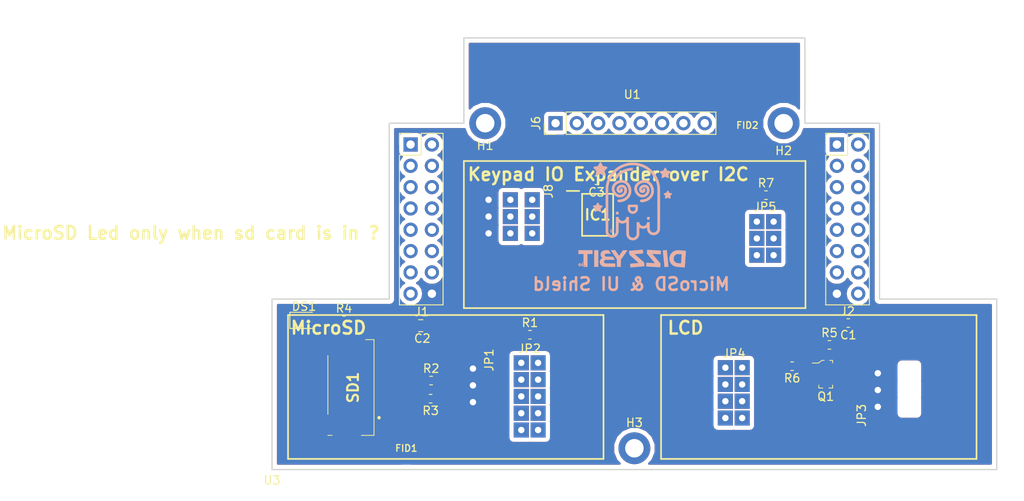
<source format=kicad_pcb>
(kicad_pcb (version 20171130) (host pcbnew "(5.0.2)-1")

  (general
    (thickness 1.6)
    (drawings 29)
    (tracks 0)
    (zones 0)
    (modules 31)
    (nets 43)
  )

  (page A4)
  (layers
    (0 F.Cu signal)
    (31 B.Cu signal)
    (32 B.Adhes user)
    (33 F.Adhes user)
    (34 B.Paste user)
    (35 F.Paste user)
    (36 B.SilkS user)
    (37 F.SilkS user)
    (38 B.Mask user)
    (39 F.Mask user)
    (40 Dwgs.User user)
    (41 Cmts.User user)
    (42 Eco1.User user)
    (43 Eco2.User user)
    (44 Edge.Cuts user)
    (45 Margin user)
    (46 B.CrtYd user)
    (47 F.CrtYd user)
    (48 B.Fab user hide)
    (49 F.Fab user)
  )

  (setup
    (last_trace_width 0.25)
    (user_trace_width 0.254)
    (user_trace_width 0.31)
    (user_trace_width 0.508)
    (user_trace_width 1)
    (user_trace_width 2)
    (trace_clearance 0.2)
    (zone_clearance 0.508)
    (zone_45_only no)
    (trace_min 0.2)
    (segment_width 0.2)
    (edge_width 0.15)
    (via_size 0.8)
    (via_drill 0.4)
    (via_min_size 0.4)
    (via_min_drill 0.3)
    (user_via 0.8 0.4)
    (user_via 2 1)
    (uvia_size 0.3)
    (uvia_drill 0.1)
    (uvias_allowed no)
    (uvia_min_size 0.2)
    (uvia_min_drill 0.1)
    (pcb_text_width 0.3)
    (pcb_text_size 1.5 1.5)
    (mod_edge_width 0.15)
    (mod_text_size 1 1)
    (mod_text_width 0.15)
    (pad_size 0.9 1.5)
    (pad_drill 0)
    (pad_to_mask_clearance 0.051)
    (solder_mask_min_width 0.25)
    (aux_axis_origin 0 0)
    (visible_elements 7FFFF7FF)
    (pcbplotparams
      (layerselection 0x010fc_ffffffff)
      (usegerberextensions false)
      (usegerberattributes false)
      (usegerberadvancedattributes false)
      (creategerberjobfile false)
      (excludeedgelayer true)
      (linewidth 0.100000)
      (plotframeref false)
      (viasonmask false)
      (mode 1)
      (useauxorigin false)
      (hpglpennumber 1)
      (hpglpenspeed 20)
      (hpglpendiameter 15.000000)
      (psnegative false)
      (psa4output false)
      (plotreference true)
      (plotvalue true)
      (plotinvisibletext false)
      (padsonsilk false)
      (subtractmaskfromsilk false)
      (outputformat 1)
      (mirror false)
      (drillshape 1)
      (scaleselection 1)
      (outputdirectory ""))
  )

  (net 0 "")
  (net 1 GND)
  (net 2 IO32)
  (net 3 IO33)
  (net 4 IO25)
  (net 5 IO26)
  (net 6 IO27)
  (net 7 HSPI_CLK)
  (net 8 HSPI_MISO)
  (net 9 HSPI_MOSI)
  (net 10 IO15)
  (net 11 IO2)
  (net 12 IO4)
  (net 13 IO16)
  (net 14 IO17)
  (net 15 IO5)
  (net 16 VSPI_CLK)
  (net 17 I2C_SDA)
  (net 18 I2C_SCL)
  (net 19 VSPI_MOSI)
  (net 20 I34)
  (net 21 I36)
  (net 22 I39)
  (net 23 +3V3)
  (net 24 "Net-(DS1-Pad1)")
  (net 25 A0)
  (net 26 A1)
  (net 27 A2)
  (net 28 P0)
  (net 29 P1)
  (net 30 P2)
  (net 31 P3)
  (net 32 P4)
  (net 33 P5)
  (net 34 P6)
  (net 35 P7)
  (net 36 INT)
  (net 37 HSPI_CS)
  (net 38 VSPI_CS)
  (net 39 LCD_BACKLIGHT)
  (net 40 "Net-(Q1-Pad3)")
  (net 41 LCD_LEDK)
  (net 42 "Net-(DS1-Pad2)")

  (net_class Default "This is the default net class."
    (clearance 0.2)
    (trace_width 0.25)
    (via_dia 0.8)
    (via_drill 0.4)
    (uvia_dia 0.3)
    (uvia_drill 0.1)
    (add_net +3V3)
    (add_net A0)
    (add_net A1)
    (add_net A2)
    (add_net GND)
    (add_net HSPI_CLK)
    (add_net HSPI_CS)
    (add_net HSPI_MISO)
    (add_net HSPI_MOSI)
    (add_net I2C_SCL)
    (add_net I2C_SDA)
    (add_net I34)
    (add_net I36)
    (add_net I39)
    (add_net INT)
    (add_net IO15)
    (add_net IO16)
    (add_net IO17)
    (add_net IO2)
    (add_net IO25)
    (add_net IO26)
    (add_net IO27)
    (add_net IO32)
    (add_net IO33)
    (add_net IO4)
    (add_net IO5)
    (add_net LCD_BACKLIGHT)
    (add_net LCD_LEDK)
    (add_net "Net-(DS1-Pad1)")
    (add_net "Net-(DS1-Pad2)")
    (add_net "Net-(Q1-Pad3)")
    (add_net P0)
    (add_net P1)
    (add_net P2)
    (add_net P3)
    (add_net P4)
    (add_net P5)
    (add_net P6)
    (add_net P7)
    (add_net VSPI_CLK)
    (add_net VSPI_CS)
    (add_net VSPI_MOSI)
  )

  (module fab:FIDUCIAL-1.5mm (layer F.Cu) (tedit 56CF50F6) (tstamp 5D8DCDEB)
    (at 132.842 105.029)
    (path /5D240BD6)
    (attr virtual)
    (fp_text reference FID2 (at 0 0) (layer F.SilkS)
      (effects (font (size 0.8 0.8) (thickness 0.15)))
    )
    (fp_text value FIDUCIAL-1.5mm (at 0 0) (layer F.Fab)
      (effects (font (size 0.8 0.8) (thickness 0.15)))
    )
    (pad 1 smd circle (at 0 0) (size 1.5 1.5) (layers F.Cu F.Mask)
      (solder_mask_margin 1) (clearance 1.05))
  )

  (module MountingHole:MountingHole_2.2mm_M2_DIN965_Pad (layer F.Cu) (tedit 56D1B4CB) (tstamp 5D8DCDF3)
    (at 101.6 104.775)
    (descr "Mounting Hole 2.2mm, M2, DIN965")
    (tags "mounting hole 2.2mm m2 din965")
    (path /5C902F86)
    (attr virtual)
    (fp_text reference H1 (at 0 2.667) (layer F.SilkS)
      (effects (font (size 1 1) (thickness 0.15)))
    )
    (fp_text value MountingHole (at 0 2.9) (layer F.Fab)
      (effects (font (size 1 1) (thickness 0.15)))
    )
    (fp_circle (center 0 0) (end 2.15 0) (layer F.CrtYd) (width 0.05))
    (fp_circle (center 0 0) (end 1.9 0) (layer Cmts.User) (width 0.15))
    (fp_text user %R (at 0.3 0) (layer F.Fab)
      (effects (font (size 1 1) (thickness 0.15)))
    )
    (pad 1 thru_hole circle (at 0 0) (size 3.8 3.8) (drill 2.2) (layers *.Cu *.Mask))
  )

  (module MountingHole:MountingHole_2.2mm_M2_DIN965_Pad (layer F.Cu) (tedit 56D1B4CB) (tstamp 5D8DCDFB)
    (at 137.16 104.775)
    (descr "Mounting Hole 2.2mm, M2, DIN965")
    (tags "mounting hole 2.2mm m2 din965")
    (path /5C902FE8)
    (attr virtual)
    (fp_text reference H2 (at 0 3.280999) (layer F.SilkS)
      (effects (font (size 1 1) (thickness 0.15)))
    )
    (fp_text value MountingHole (at 0 2.9) (layer F.Fab)
      (effects (font (size 1 1) (thickness 0.15)))
    )
    (fp_text user %R (at 0.3 0) (layer F.Fab)
      (effects (font (size 1 1) (thickness 0.15)))
    )
    (fp_circle (center 0 0) (end 1.9 0) (layer Cmts.User) (width 0.15))
    (fp_circle (center 0 0) (end 2.15 0) (layer F.CrtYd) (width 0.05))
    (pad 1 thru_hole circle (at 0 0) (size 3.8 3.8) (drill 2.2) (layers *.Cu *.Mask))
  )

  (module MountingHole:MountingHole_2.2mm_M2_DIN965_Pad (layer F.Cu) (tedit 56D1B4CB) (tstamp 5D8DCE03)
    (at 119.38 143.51)
    (descr "Mounting Hole 2.2mm, M2, DIN965")
    (tags "mounting hole 2.2mm m2 din965")
    (path /5C90304E)
    (attr virtual)
    (fp_text reference H3 (at 0 -3.048) (layer F.SilkS)
      (effects (font (size 1 1) (thickness 0.15)))
    )
    (fp_text value MountingHole (at 0 2.9) (layer F.Fab)
      (effects (font (size 1 1) (thickness 0.15)))
    )
    (fp_circle (center 0 0) (end 2.15 0) (layer F.CrtYd) (width 0.05))
    (fp_circle (center 0 0) (end 1.9 0) (layer Cmts.User) (width 0.15))
    (fp_text user %R (at 0.3 0) (layer F.Fab)
      (effects (font (size 1 1) (thickness 0.15)))
    )
    (pad 1 thru_hole circle (at 0 0) (size 3.8 3.8) (drill 2.2) (layers *.Cu *.Mask))
  )

  (module Capacitor_SMD:C_0603_1608Metric (layer F.Cu) (tedit 5B301BBE) (tstamp 5D938811)
    (at 144.869 128.5875 180)
    (descr "Capacitor SMD 0603 (1608 Metric), square (rectangular) end terminal, IPC_7351 nominal, (Body size source: http://www.tortai-tech.com/upload/download/2011102023233369053.pdf), generated with kicad-footprint-generator")
    (tags capacitor)
    (path /5D78917F)
    (attr smd)
    (fp_text reference C1 (at 0 -1.43 180) (layer F.SilkS)
      (effects (font (size 1 1) (thickness 0.15)))
    )
    (fp_text value C0.1uF (at 0 1.43 180) (layer F.Fab)
      (effects (font (size 1 1) (thickness 0.15)))
    )
    (fp_line (start -0.8 0.4) (end -0.8 -0.4) (layer F.Fab) (width 0.1))
    (fp_line (start -0.8 -0.4) (end 0.8 -0.4) (layer F.Fab) (width 0.1))
    (fp_line (start 0.8 -0.4) (end 0.8 0.4) (layer F.Fab) (width 0.1))
    (fp_line (start 0.8 0.4) (end -0.8 0.4) (layer F.Fab) (width 0.1))
    (fp_line (start -0.162779 -0.51) (end 0.162779 -0.51) (layer F.SilkS) (width 0.12))
    (fp_line (start -0.162779 0.51) (end 0.162779 0.51) (layer F.SilkS) (width 0.12))
    (fp_line (start -1.48 0.73) (end -1.48 -0.73) (layer F.CrtYd) (width 0.05))
    (fp_line (start -1.48 -0.73) (end 1.48 -0.73) (layer F.CrtYd) (width 0.05))
    (fp_line (start 1.48 -0.73) (end 1.48 0.73) (layer F.CrtYd) (width 0.05))
    (fp_line (start 1.48 0.73) (end -1.48 0.73) (layer F.CrtYd) (width 0.05))
    (fp_text user %R (at 0 0 180) (layer F.Fab)
      (effects (font (size 0.4 0.4) (thickness 0.06)))
    )
    (pad 1 smd roundrect (at -0.7875 0 180) (size 0.875 0.95) (layers F.Cu F.Paste F.Mask) (roundrect_rratio 0.25)
      (net 23 +3V3))
    (pad 2 smd roundrect (at 0.7875 0 180) (size 0.875 0.95) (layers F.Cu F.Paste F.Mask) (roundrect_rratio 0.25)
      (net 1 GND))
    (model ${KISYS3DMOD}/Capacitor_SMD.3dshapes/C_0603_1608Metric.wrl
      (at (xyz 0 0 0))
      (scale (xyz 1 1 1))
      (rotate (xyz 0 0 0))
    )
  )

  (module Capacitor_SMD:C_0805_2012Metric (layer F.Cu) (tedit 5B36C52B) (tstamp 5D938822)
    (at 93.9165 128.905)
    (descr "Capacitor SMD 0805 (2012 Metric), square (rectangular) end terminal, IPC_7351 nominal, (Body size source: https://docs.google.com/spreadsheets/d/1BsfQQcO9C6DZCsRaXUlFlo91Tg2WpOkGARC1WS5S8t0/edit?usp=sharing), generated with kicad-footprint-generator")
    (tags capacitor)
    (path /5C628EF9)
    (attr smd)
    (fp_text reference C2 (at 0.1905 1.524) (layer F.SilkS)
      (effects (font (size 1 1) (thickness 0.15)))
    )
    (fp_text value "C10uF/25V(10%)" (at 0 1.65) (layer F.Fab)
      (effects (font (size 1 1) (thickness 0.15)))
    )
    (fp_line (start -1 0.6) (end -1 -0.6) (layer F.Fab) (width 0.1))
    (fp_line (start -1 -0.6) (end 1 -0.6) (layer F.Fab) (width 0.1))
    (fp_line (start 1 -0.6) (end 1 0.6) (layer F.Fab) (width 0.1))
    (fp_line (start 1 0.6) (end -1 0.6) (layer F.Fab) (width 0.1))
    (fp_line (start -0.258578 -0.71) (end 0.258578 -0.71) (layer F.SilkS) (width 0.12))
    (fp_line (start -0.258578 0.71) (end 0.258578 0.71) (layer F.SilkS) (width 0.12))
    (fp_line (start -1.68 0.95) (end -1.68 -0.95) (layer F.CrtYd) (width 0.05))
    (fp_line (start -1.68 -0.95) (end 1.68 -0.95) (layer F.CrtYd) (width 0.05))
    (fp_line (start 1.68 -0.95) (end 1.68 0.95) (layer F.CrtYd) (width 0.05))
    (fp_line (start 1.68 0.95) (end -1.68 0.95) (layer F.CrtYd) (width 0.05))
    (fp_text user %R (at 0 0) (layer F.Fab)
      (effects (font (size 0.5 0.5) (thickness 0.08)))
    )
    (pad 1 smd roundrect (at -0.9375 0) (size 0.975 1.4) (layers F.Cu F.Paste F.Mask) (roundrect_rratio 0.25)
      (net 23 +3V3))
    (pad 2 smd roundrect (at 0.9375 0) (size 0.975 1.4) (layers F.Cu F.Paste F.Mask) (roundrect_rratio 0.25)
      (net 1 GND))
    (model ${KISYS3DMOD}/Capacitor_SMD.3dshapes/C_0805_2012Metric.wrl
      (at (xyz 0 0 0))
      (scale (xyz 1 1 1))
      (rotate (xyz 0 0 0))
    )
  )

  (module Capacitor_SMD:C_0603_1608Metric (layer F.Cu) (tedit 5B301BBE) (tstamp 5D938833)
    (at 114.8715 111.5695 180)
    (descr "Capacitor SMD 0603 (1608 Metric), square (rectangular) end terminal, IPC_7351 nominal, (Body size source: http://www.tortai-tech.com/upload/download/2011102023233369053.pdf), generated with kicad-footprint-generator")
    (tags capacitor)
    (path /5C5AFAF7)
    (attr smd)
    (fp_text reference C3 (at 0 -1.43 180) (layer F.SilkS)
      (effects (font (size 1 1) (thickness 0.15)))
    )
    (fp_text value "C0.1uF/50V(10%)" (at 0 1.43 180) (layer F.Fab)
      (effects (font (size 1 1) (thickness 0.15)))
    )
    (fp_text user %R (at 0 0 180) (layer F.Fab)
      (effects (font (size 0.4 0.4) (thickness 0.06)))
    )
    (fp_line (start 1.48 0.73) (end -1.48 0.73) (layer F.CrtYd) (width 0.05))
    (fp_line (start 1.48 -0.73) (end 1.48 0.73) (layer F.CrtYd) (width 0.05))
    (fp_line (start -1.48 -0.73) (end 1.48 -0.73) (layer F.CrtYd) (width 0.05))
    (fp_line (start -1.48 0.73) (end -1.48 -0.73) (layer F.CrtYd) (width 0.05))
    (fp_line (start -0.162779 0.51) (end 0.162779 0.51) (layer F.SilkS) (width 0.12))
    (fp_line (start -0.162779 -0.51) (end 0.162779 -0.51) (layer F.SilkS) (width 0.12))
    (fp_line (start 0.8 0.4) (end -0.8 0.4) (layer F.Fab) (width 0.1))
    (fp_line (start 0.8 -0.4) (end 0.8 0.4) (layer F.Fab) (width 0.1))
    (fp_line (start -0.8 -0.4) (end 0.8 -0.4) (layer F.Fab) (width 0.1))
    (fp_line (start -0.8 0.4) (end -0.8 -0.4) (layer F.Fab) (width 0.1))
    (pad 2 smd roundrect (at 0.7875 0 180) (size 0.875 0.95) (layers F.Cu F.Paste F.Mask) (roundrect_rratio 0.25)
      (net 1 GND))
    (pad 1 smd roundrect (at -0.7875 0 180) (size 0.875 0.95) (layers F.Cu F.Paste F.Mask) (roundrect_rratio 0.25)
      (net 23 +3V3))
    (model ${KISYS3DMOD}/Capacitor_SMD.3dshapes/C_0603_1608Metric.wrl
      (at (xyz 0 0 0))
      (scale (xyz 1 1 1))
      (rotate (xyz 0 0 0))
    )
  )

  (module LED_SMD:LED_0805_2012Metric (layer F.Cu) (tedit 5B36C52C) (tstamp 5D938846)
    (at 80.01 128.27)
    (descr "LED SMD 0805 (2012 Metric), square (rectangular) end terminal, IPC_7351 nominal, (Body size source: https://docs.google.com/spreadsheets/d/1BsfQQcO9C6DZCsRaXUlFlo91Tg2WpOkGARC1WS5S8t0/edit?usp=sharing), generated with kicad-footprint-generator")
    (tags diode)
    (path /5C6120FB)
    (attr smd)
    (fp_text reference DS1 (at 0 -1.65) (layer F.SilkS)
      (effects (font (size 1 1) (thickness 0.15)))
    )
    (fp_text value LED-BLUE (at 0 1.65) (layer F.Fab)
      (effects (font (size 1 1) (thickness 0.15)))
    )
    (fp_line (start 1 -0.6) (end -0.7 -0.6) (layer F.Fab) (width 0.1))
    (fp_line (start -0.7 -0.6) (end -1 -0.3) (layer F.Fab) (width 0.1))
    (fp_line (start -1 -0.3) (end -1 0.6) (layer F.Fab) (width 0.1))
    (fp_line (start -1 0.6) (end 1 0.6) (layer F.Fab) (width 0.1))
    (fp_line (start 1 0.6) (end 1 -0.6) (layer F.Fab) (width 0.1))
    (fp_line (start 1 -0.96) (end -1.685 -0.96) (layer F.SilkS) (width 0.12))
    (fp_line (start -1.685 -0.96) (end -1.685 0.96) (layer F.SilkS) (width 0.12))
    (fp_line (start -1.685 0.96) (end 1 0.96) (layer F.SilkS) (width 0.12))
    (fp_line (start -1.68 0.95) (end -1.68 -0.95) (layer F.CrtYd) (width 0.05))
    (fp_line (start -1.68 -0.95) (end 1.68 -0.95) (layer F.CrtYd) (width 0.05))
    (fp_line (start 1.68 -0.95) (end 1.68 0.95) (layer F.CrtYd) (width 0.05))
    (fp_line (start 1.68 0.95) (end -1.68 0.95) (layer F.CrtYd) (width 0.05))
    (fp_text user %R (at 0 0) (layer F.Fab)
      (effects (font (size 0.5 0.5) (thickness 0.08)))
    )
    (pad 1 smd roundrect (at -0.9375 0) (size 0.975 1.4) (layers F.Cu F.Paste F.Mask) (roundrect_rratio 0.25)
      (net 24 "Net-(DS1-Pad1)"))
    (pad 2 smd roundrect (at 0.9375 0) (size 0.975 1.4) (layers F.Cu F.Paste F.Mask) (roundrect_rratio 0.25)
      (net 42 "Net-(DS1-Pad2)"))
    (model ${KISYS3DMOD}/LED_SMD.3dshapes/LED_0805_2012Metric.wrl
      (at (xyz 0 0 0))
      (scale (xyz 1 1 1))
      (rotate (xyz 0 0 0))
    )
  )

  (module fab:FIDUCIAL-1.5mm (layer F.Cu) (tedit 56CF50F6) (tstamp 5D93884B)
    (at 92.202 143.51)
    (path /5D240B4A)
    (attr virtual)
    (fp_text reference FID1 (at 0 0) (layer F.SilkS)
      (effects (font (size 0.8 0.8) (thickness 0.15)))
    )
    (fp_text value FIDUCIAL-1.5mm (at 0 0) (layer F.Fab)
      (effects (font (size 0.8 0.8) (thickness 0.15)))
    )
    (pad 1 smd circle (at 0 0) (size 1.5 1.5) (layers F.Cu F.Mask)
      (solder_mask_margin 1) (clearance 1.05))
  )

  (module undo:SOP65P640X120-16N (layer F.Cu) (tedit 5C598C75) (tstamp 5D93886D)
    (at 114.9985 115.697)
    (descr "PW (R-PDSO-G16)")
    (tags "Integrated Circuit")
    (path /5C5946A2)
    (attr smd)
    (fp_text reference IC1 (at 0 0) (layer F.SilkS)
      (effects (font (size 1.27 1.27) (thickness 0.254)))
    )
    (fp_text value TCA9534PWR (at 0 0) (layer F.SilkS) hide
      (effects (font (size 1.27 1.27) (thickness 0.254)))
    )
    (fp_line (start -3.925 -2.8) (end 3.925 -2.8) (layer Dwgs.User) (width 0.05))
    (fp_line (start 3.925 -2.8) (end 3.925 2.8) (layer Dwgs.User) (width 0.05))
    (fp_line (start 3.925 2.8) (end -3.925 2.8) (layer Dwgs.User) (width 0.05))
    (fp_line (start -3.925 2.8) (end -3.925 -2.8) (layer Dwgs.User) (width 0.05))
    (fp_line (start -2.2 -2.5) (end 2.2 -2.5) (layer Dwgs.User) (width 0.1))
    (fp_line (start 2.2 -2.5) (end 2.2 2.5) (layer Dwgs.User) (width 0.1))
    (fp_line (start 2.2 2.5) (end -2.2 2.5) (layer Dwgs.User) (width 0.1))
    (fp_line (start -2.2 2.5) (end -2.2 -2.5) (layer Dwgs.User) (width 0.1))
    (fp_line (start -2.2 -1.85) (end -1.55 -2.5) (layer Dwgs.User) (width 0.1))
    (fp_line (start -1.85 -2.5) (end 1.85 -2.5) (layer F.SilkS) (width 0.2))
    (fp_line (start 1.85 -2.5) (end 1.85 2.5) (layer F.SilkS) (width 0.2))
    (fp_line (start 1.85 2.5) (end -1.85 2.5) (layer F.SilkS) (width 0.2))
    (fp_line (start -1.85 2.5) (end -1.85 -2.5) (layer F.SilkS) (width 0.2))
    (fp_line (start -3.675 -2.85) (end -2.2 -2.85) (layer F.SilkS) (width 0.2))
    (pad 1 smd rect (at -2.938 -2.275 90) (size 0.45 1.475) (layers F.Cu F.Paste F.Mask)
      (net 25 A0))
    (pad 2 smd rect (at -2.938 -1.625 90) (size 0.45 1.475) (layers F.Cu F.Paste F.Mask)
      (net 26 A1))
    (pad 3 smd rect (at -2.938 -0.975 90) (size 0.45 1.475) (layers F.Cu F.Paste F.Mask)
      (net 27 A2))
    (pad 4 smd rect (at -2.938 -0.325 90) (size 0.45 1.475) (layers F.Cu F.Paste F.Mask)
      (net 28 P0))
    (pad 5 smd rect (at -2.938 0.325 90) (size 0.45 1.475) (layers F.Cu F.Paste F.Mask)
      (net 29 P1))
    (pad 6 smd rect (at -2.938 0.975 90) (size 0.45 1.475) (layers F.Cu F.Paste F.Mask)
      (net 30 P2))
    (pad 7 smd rect (at -2.938 1.625 90) (size 0.45 1.475) (layers F.Cu F.Paste F.Mask)
      (net 31 P3))
    (pad 8 smd rect (at -2.938 2.275 90) (size 0.45 1.475) (layers F.Cu F.Paste F.Mask)
      (net 1 GND))
    (pad 9 smd rect (at 2.938 2.275 90) (size 0.45 1.475) (layers F.Cu F.Paste F.Mask)
      (net 32 P4))
    (pad 10 smd rect (at 2.938 1.625 90) (size 0.45 1.475) (layers F.Cu F.Paste F.Mask)
      (net 33 P5))
    (pad 11 smd rect (at 2.938 0.975 90) (size 0.45 1.475) (layers F.Cu F.Paste F.Mask)
      (net 34 P6))
    (pad 12 smd rect (at 2.938 0.325 90) (size 0.45 1.475) (layers F.Cu F.Paste F.Mask)
      (net 35 P7))
    (pad 13 smd rect (at 2.938 -0.325 90) (size 0.45 1.475) (layers F.Cu F.Paste F.Mask)
      (net 36 INT))
    (pad 14 smd rect (at 2.938 -0.975 90) (size 0.45 1.475) (layers F.Cu F.Paste F.Mask)
      (net 18 I2C_SCL))
    (pad 15 smd rect (at 2.938 -1.625 90) (size 0.45 1.475) (layers F.Cu F.Paste F.Mask)
      (net 17 I2C_SDA))
    (pad 16 smd rect (at 2.938 -2.275 90) (size 0.45 1.475) (layers F.Cu F.Paste F.Mask)
      (net 23 +3V3))
    (model "D:/KiCad - Libraries/3d/SOP65P640X120-16N.step"
      (at (xyz 0 0 0))
      (scale (xyz 1 1 1))
      (rotate (xyz 0 0 0))
    )
  )

  (module undo:Molex-MicroSD-473093351 (layer F.Cu) (tedit 5D94775F) (tstamp 5D93888E)
    (at 85.852 136.271 270)
    (descr 47309-3351-1)
    (tags Connector)
    (path /5C618E16)
    (attr smd)
    (fp_text reference SD1 (at 0 0 270) (layer F.SilkS)
      (effects (font (size 1.27 1.27) (thickness 0.254)))
    )
    (fp_text value 47309-3351 (at 0 0 270) (layer F.SilkS) hide
      (effects (font (size 1.27 1.27) (thickness 0.254)))
    )
    (fp_line (start -5.7 -2.5) (end 5.7 -2.5) (layer Dwgs.User) (width 0.2))
    (fp_line (start 5.7 -2.5) (end 5.7 3) (layer Dwgs.User) (width 0.2))
    (fp_line (start 5.7 3) (end -5.7 3) (layer Dwgs.User) (width 0.2))
    (fp_line (start -5.7 3) (end -5.7 -2.5) (layer Dwgs.User) (width 0.2))
    (fp_line (start -6.4 -3.7) (end 6.4 -3.7) (layer Dwgs.User) (width 0.1))
    (fp_line (start 6.4 -3.7) (end 6.4 3.7) (layer Dwgs.User) (width 0.1))
    (fp_line (start 6.4 3.7) (end -6.4 3.7) (layer Dwgs.User) (width 0.1))
    (fp_line (start -6.4 3.7) (end -6.4 -3.7) (layer Dwgs.User) (width 0.1))
    (fp_line (start 3.5 -3.1) (end 3.5 -3.1) (layer F.SilkS) (width 0.2))
    (fp_line (start 3.7 -3.1) (end 3.7 -3.1) (layer F.SilkS) (width 0.2))
    (fp_line (start -3.8 3) (end 3.2 3) (layer F.SilkS) (width 0.1))
    (fp_line (start 5.7 2.5) (end 5.7 3) (layer F.SilkS) (width 0.1))
    (fp_line (start -5.7 -1.5) (end -5.7 -2.5) (layer F.SilkS) (width 0.1))
    (fp_line (start -5.7 -2.5) (end 5.7 -2.5) (layer F.SilkS) (width 0.1))
    (fp_line (start 5.7 -2.5) (end 5.7 -1) (layer F.SilkS) (width 0.1))
    (fp_arc (start 3.6 -3.1) (end 3.5 -3.1) (angle -180) (layer F.SilkS) (width 0.2))
    (fp_arc (start 3.6 -3.1) (end 3.7 -3.1) (angle -180) (layer F.SilkS) (width 0.2))
    (pad 1 smd rect (at 3.55 -1.175 270) (size 0.6 1.25) (layers F.Cu F.Paste F.Mask))
    (pad 2 smd rect (at 2.45 -1.175 270) (size 0.6 1.25) (layers F.Cu F.Paste F.Mask)
      (net 37 HSPI_CS))
    (pad 3 smd rect (at 1.35 -1.175 270) (size 0.6 1.25) (layers F.Cu F.Paste F.Mask)
      (net 9 HSPI_MOSI))
    (pad 4 smd rect (at 0.25 -1.175 270) (size 0.6 1.25) (layers F.Cu F.Paste F.Mask)
      (net 23 +3V3))
    (pad 5 smd rect (at -0.85 -1.175 270) (size 0.6 1.25) (layers F.Cu F.Paste F.Mask)
      (net 7 HSPI_CLK))
    (pad 6 smd rect (at -1.95 -1.175 270) (size 0.6 1.25) (layers F.Cu F.Paste F.Mask)
      (net 1 GND))
    (pad 7 smd rect (at -3.05 -1.175 270) (size 0.6 1.25) (layers F.Cu F.Paste F.Mask)
      (net 8 HSPI_MISO))
    (pad 8 smd rect (at -4.15 -1.175 270) (size 0.6 1.25) (layers F.Cu F.Paste F.Mask))
    (pad G1 smd rect (at -5.3 1.305 270) (size 1.2 3.79) (layers F.Cu F.Paste F.Mask)
      (net 1 GND))
    (pad G2 smd rect (at 5.175 0.55) (size 1.4 1.45) (layers F.Cu F.Paste F.Mask)
      (net 1 GND))
    (pad G3 smd rect (at 5.4 1.8) (size 0.6 1) (layers F.Cu F.Paste F.Mask)
      (net 1 GND))
    (pad G4 smd rect (at 4.475 2.775) (size 0.85 0.95) (layers F.Cu F.Paste F.Mask)
      (net 1 GND))
    (model "D:/KiCad - Libraries/3d/473093351.stp"
      (offset (xyz -0.3 -0.8 1.4))
      (scale (xyz 1 1 1))
      (rotate (xyz -90 0 180))
    )
  )

  (module Connector_PinHeader_2.54mm:PinHeader_1x08_P2.54mm_Vertical (layer F.Cu) (tedit 59FED5CC) (tstamp 5D9388DA)
    (at 109.982 104.775 90)
    (descr "Through hole straight pin header, 1x08, 2.54mm pitch, single row")
    (tags "Through hole pin header THT 1x08 2.54mm single row")
    (path /5C869CBA)
    (fp_text reference J6 (at 0 -2.33 90) (layer F.SilkS)
      (effects (font (size 1 1) (thickness 0.15)))
    )
    (fp_text value Conn_01x08 (at 0 20.11 90) (layer F.Fab)
      (effects (font (size 1 1) (thickness 0.15)))
    )
    (fp_line (start -0.635 -1.27) (end 1.27 -1.27) (layer F.Fab) (width 0.1))
    (fp_line (start 1.27 -1.27) (end 1.27 19.05) (layer F.Fab) (width 0.1))
    (fp_line (start 1.27 19.05) (end -1.27 19.05) (layer F.Fab) (width 0.1))
    (fp_line (start -1.27 19.05) (end -1.27 -0.635) (layer F.Fab) (width 0.1))
    (fp_line (start -1.27 -0.635) (end -0.635 -1.27) (layer F.Fab) (width 0.1))
    (fp_line (start -1.33 19.11) (end 1.33 19.11) (layer F.SilkS) (width 0.12))
    (fp_line (start -1.33 1.27) (end -1.33 19.11) (layer F.SilkS) (width 0.12))
    (fp_line (start 1.33 1.27) (end 1.33 19.11) (layer F.SilkS) (width 0.12))
    (fp_line (start -1.33 1.27) (end 1.33 1.27) (layer F.SilkS) (width 0.12))
    (fp_line (start -1.33 0) (end -1.33 -1.33) (layer F.SilkS) (width 0.12))
    (fp_line (start -1.33 -1.33) (end 0 -1.33) (layer F.SilkS) (width 0.12))
    (fp_line (start -1.8 -1.8) (end -1.8 19.55) (layer F.CrtYd) (width 0.05))
    (fp_line (start -1.8 19.55) (end 1.8 19.55) (layer F.CrtYd) (width 0.05))
    (fp_line (start 1.8 19.55) (end 1.8 -1.8) (layer F.CrtYd) (width 0.05))
    (fp_line (start 1.8 -1.8) (end -1.8 -1.8) (layer F.CrtYd) (width 0.05))
    (fp_text user %R (at 0 8.89 180) (layer F.Fab)
      (effects (font (size 1 1) (thickness 0.15)))
    )
    (pad 1 thru_hole rect (at 0 0 90) (size 1.7 1.7) (drill 1) (layers *.Cu *.Mask)
      (net 28 P0))
    (pad 2 thru_hole oval (at 0 2.54 90) (size 1.7 1.7) (drill 1) (layers *.Cu *.Mask)
      (net 29 P1))
    (pad 3 thru_hole oval (at 0 5.08 90) (size 1.7 1.7) (drill 1) (layers *.Cu *.Mask)
      (net 30 P2))
    (pad 4 thru_hole oval (at 0 7.62 90) (size 1.7 1.7) (drill 1) (layers *.Cu *.Mask)
      (net 31 P3))
    (pad 5 thru_hole oval (at 0 10.16 90) (size 1.7 1.7) (drill 1) (layers *.Cu *.Mask)
      (net 32 P4))
    (pad 6 thru_hole oval (at 0 12.7 90) (size 1.7 1.7) (drill 1) (layers *.Cu *.Mask)
      (net 33 P5))
    (pad 7 thru_hole oval (at 0 15.24 90) (size 1.7 1.7) (drill 1) (layers *.Cu *.Mask)
      (net 34 P6))
    (pad 8 thru_hole oval (at 0 17.78 90) (size 1.7 1.7) (drill 1) (layers *.Cu *.Mask)
      (net 35 P7))
    (model ${KISYS3DMOD}/Connector_PinHeader_2.54mm.3dshapes/PinHeader_1x08_P2.54mm_Vertical.wrl
      (at (xyz 0 0 0))
      (scale (xyz 1 1 1))
      (rotate (xyz 0 0 0))
    )
  )

  (module DizzyBit:DizzyBit-SolderJumper-3-3-3-Open (layer F.Cu) (tedit 5D306942) (tstamp 5D93890D)
    (at 108.204 112.903 270)
    (path /5D9FF584)
    (fp_text reference J8 (at -0.02 -0.93 270) (layer F.SilkS)
      (effects (font (size 1 1) (thickness 0.15)))
    )
    (fp_text value Solder-Jumper-3-3-3-Open (at 0 -2.5 270) (layer F.Fab)
      (effects (font (size 1 1) (thickness 0.15)))
    )
    (pad 1 thru_hole rect (at 1 1 90) (size 1.8 1.8) (drill 0.762) (layers *.Cu *.Mask)
      (net 23 +3V3))
    (pad 2 thru_hole rect (at 1 3.6 270) (size 1.8 1.8) (drill 0.762) (layers *.Cu *.Mask)
      (net 25 A0))
    (pad 3 thru_hole rect (at 1 6.2 270) (size 1.8 1.8) (drill 0.762) (layers *.Cu *.Mask)
      (net 1 GND))
    (pad 4 thru_hole rect (at 3 1 270) (size 1.8 1.8) (drill 0.762) (layers *.Cu *.Mask)
      (net 23 +3V3))
    (pad 5 thru_hole rect (at 3 3.6 270) (size 1.8 1.8) (drill 0.762) (layers *.Cu *.Mask)
      (net 26 A1))
    (pad 6 thru_hole rect (at 3 6.2 270) (size 1.8 1.8) (drill 0.762) (layers *.Cu *.Mask)
      (net 1 GND))
    (pad 7 thru_hole rect (at 5 1 270) (size 1.8 1.8) (drill 0.762) (layers *.Cu *.Mask)
      (net 23 +3V3))
    (pad 8 thru_hole rect (at 5 3.6 270) (size 1.8 1.8) (drill 0.762) (layers *.Cu *.Mask)
      (net 27 A2))
    (pad 9 thru_hole rect (at 5 6.2 270) (size 1.8 1.8) (drill 0.762) (layers *.Cu *.Mask)
      (net 1 GND))
  )

  (module DizzyBit:DizzyBit-SolderJumper-3-Open (layer F.Cu) (tedit 5D51511E) (tstamp 5D938914)
    (at 101.1395 133.017 270)
    (path /5D97861B)
    (fp_text reference JP1 (at -0.02 -0.93 270) (layer F.SilkS)
      (effects (font (size 1 1) (thickness 0.15)))
    )
    (fp_text value SolderJumper_2_Bridged (at 0 -2.5 270) (layer F.Fab)
      (effects (font (size 1 1) (thickness 0.15)))
    )
    (pad 1 thru_hole rect (at 1 1 90) (size 1.8 1.8) (drill 0.762) (layers *.Cu *.Mask)
      (net 23 +3V3))
    (pad 2 thru_hole rect (at 3 1 270) (size 1.8 1.8) (drill 0.762) (layers *.Cu *.Mask)
      (net 42 "Net-(DS1-Pad2)"))
    (pad 3 thru_hole rect (at 5 1 270) (size 1.8 1.8) (drill 0.762) (layers *.Cu *.Mask))
  )

  (module digikey-footprints:SOT-23-3 (layer F.Cu) (tedit 5C2CC889) (tstamp 5D938930)
    (at 142.1765 134.6835)
    (path /5D6D384F)
    (fp_text reference Q1 (at 0 2.667) (layer F.SilkS)
      (effects (font (size 1 1) (thickness 0.15)))
    )
    (fp_text value BSS138 (at 0.025 3.25) (layer F.Fab)
      (effects (font (size 1 1) (thickness 0.15)))
    )
    (fp_line (start -1.825 -1.95) (end 1.825 -1.95) (layer F.CrtYd) (width 0.05))
    (fp_line (start -1.825 -1.95) (end -1.825 1.95) (layer F.CrtYd) (width 0.05))
    (fp_line (start 1.825 1.95) (end -1.825 1.95) (layer F.CrtYd) (width 0.05))
    (fp_line (start 1.825 -1.95) (end 1.825 1.95) (layer F.CrtYd) (width 0.05))
    (fp_line (start -0.175 -1.65) (end -0.45 -1.65) (layer F.SilkS) (width 0.1))
    (fp_line (start -0.45 -1.65) (end -0.825 -1.375) (layer F.SilkS) (width 0.1))
    (fp_line (start -0.825 -1.375) (end -0.825 -1.325) (layer F.SilkS) (width 0.1))
    (fp_line (start -0.825 -1.325) (end -1.6 -1.325) (layer F.SilkS) (width 0.1))
    (fp_line (start -0.7 -1.325) (end -0.7 1.525) (layer F.Fab) (width 0.1))
    (fp_line (start -0.425 -1.525) (end 0.7 -1.525) (layer F.Fab) (width 0.1))
    (fp_line (start -0.425 -1.525) (end -0.7 -1.325) (layer F.Fab) (width 0.1))
    (fp_line (start -0.35 1.65) (end -0.825 1.65) (layer F.SilkS) (width 0.1))
    (fp_line (start -0.825 1.65) (end -0.825 1.3) (layer F.SilkS) (width 0.1))
    (fp_line (start 0.825 1.425) (end 0.825 1.3) (layer F.SilkS) (width 0.1))
    (fp_line (start 0.825 1.35) (end 0.825 1.65) (layer F.SilkS) (width 0.1))
    (fp_line (start 0.825 1.65) (end 0.375 1.65) (layer F.SilkS) (width 0.1))
    (fp_line (start 0.45 -1.65) (end 0.825 -1.65) (layer F.SilkS) (width 0.1))
    (fp_line (start 0.825 -1.65) (end 0.825 -1.35) (layer F.SilkS) (width 0.1))
    (fp_text user %R (at -0.125 0.15) (layer F.Fab)
      (effects (font (size 0.25 0.25) (thickness 0.05)))
    )
    (fp_line (start -0.7 1.52) (end 0.7 1.52) (layer F.Fab) (width 0.1))
    (fp_line (start 0.7 1.52) (end 0.7 -1.52) (layer F.Fab) (width 0.1))
    (pad 3 smd rect (at 1.05 0) (size 1.3 0.6) (layers F.Cu F.Paste F.Mask)
      (net 40 "Net-(Q1-Pad3)") (solder_mask_margin 0.07))
    (pad 2 smd rect (at -1.05 0.95) (size 1.3 0.6) (layers F.Cu F.Paste F.Mask)
      (net 1 GND) (solder_mask_margin 0.07))
    (pad 1 smd rect (at -1.05 -0.95) (size 1.3 0.6) (layers F.Cu F.Paste F.Mask)
      (net 39 LCD_BACKLIGHT) (solder_mask_margin 0.07))
    (model ${KISYS3DMOD}/Transistors.3dshapes/BC817-40,215.stp
      (at (xyz 0 0 0))
      (scale (xyz 1 1 1))
      (rotate (xyz 0 0 0))
    )
  )

  (module Resistor_SMD:R_0603_1608Metric (layer F.Cu) (tedit 5B301BBD) (tstamp 5D938941)
    (at 106.934 129.9845)
    (descr "Resistor SMD 0603 (1608 Metric), square (rectangular) end terminal, IPC_7351 nominal, (Body size source: http://www.tortai-tech.com/upload/download/2011102023233369053.pdf), generated with kicad-footprint-generator")
    (tags resistor)
    (path /5C621F2C)
    (attr smd)
    (fp_text reference R1 (at 0 -1.43) (layer F.SilkS)
      (effects (font (size 1 1) (thickness 0.15)))
    )
    (fp_text value "R10K(1%)" (at 0 1.43) (layer F.Fab)
      (effects (font (size 1 1) (thickness 0.15)))
    )
    (fp_text user %R (at 0 0) (layer F.Fab)
      (effects (font (size 0.4 0.4) (thickness 0.06)))
    )
    (fp_line (start 1.48 0.73) (end -1.48 0.73) (layer F.CrtYd) (width 0.05))
    (fp_line (start 1.48 -0.73) (end 1.48 0.73) (layer F.CrtYd) (width 0.05))
    (fp_line (start -1.48 -0.73) (end 1.48 -0.73) (layer F.CrtYd) (width 0.05))
    (fp_line (start -1.48 0.73) (end -1.48 -0.73) (layer F.CrtYd) (width 0.05))
    (fp_line (start -0.162779 0.51) (end 0.162779 0.51) (layer F.SilkS) (width 0.12))
    (fp_line (start -0.162779 -0.51) (end 0.162779 -0.51) (layer F.SilkS) (width 0.12))
    (fp_line (start 0.8 0.4) (end -0.8 0.4) (layer F.Fab) (width 0.1))
    (fp_line (start 0.8 -0.4) (end 0.8 0.4) (layer F.Fab) (width 0.1))
    (fp_line (start -0.8 -0.4) (end 0.8 -0.4) (layer F.Fab) (width 0.1))
    (fp_line (start -0.8 0.4) (end -0.8 -0.4) (layer F.Fab) (width 0.1))
    (pad 2 smd roundrect (at 0.7875 0) (size 0.875 0.95) (layers F.Cu F.Paste F.Mask) (roundrect_rratio 0.25)
      (net 37 HSPI_CS))
    (pad 1 smd roundrect (at -0.7875 0) (size 0.875 0.95) (layers F.Cu F.Paste F.Mask) (roundrect_rratio 0.25)
      (net 23 +3V3))
    (model ${KISYS3DMOD}/Resistor_SMD.3dshapes/R_0603_1608Metric.wrl
      (at (xyz 0 0 0))
      (scale (xyz 1 1 1))
      (rotate (xyz 0 0 0))
    )
  )

  (module Resistor_SMD:R_0603_1608Metric (layer F.Cu) (tedit 5B301BBD) (tstamp 5D938952)
    (at 95.161 135.4455)
    (descr "Resistor SMD 0603 (1608 Metric), square (rectangular) end terminal, IPC_7351 nominal, (Body size source: http://www.tortai-tech.com/upload/download/2011102023233369053.pdf), generated with kicad-footprint-generator")
    (tags resistor)
    (path /5D2ED1CA)
    (attr smd)
    (fp_text reference R2 (at 0 -1.43) (layer F.SilkS)
      (effects (font (size 1 1) (thickness 0.15)))
    )
    (fp_text value "R10K(1%)" (at 0 1.43) (layer F.Fab)
      (effects (font (size 1 1) (thickness 0.15)))
    )
    (fp_line (start -0.8 0.4) (end -0.8 -0.4) (layer F.Fab) (width 0.1))
    (fp_line (start -0.8 -0.4) (end 0.8 -0.4) (layer F.Fab) (width 0.1))
    (fp_line (start 0.8 -0.4) (end 0.8 0.4) (layer F.Fab) (width 0.1))
    (fp_line (start 0.8 0.4) (end -0.8 0.4) (layer F.Fab) (width 0.1))
    (fp_line (start -0.162779 -0.51) (end 0.162779 -0.51) (layer F.SilkS) (width 0.12))
    (fp_line (start -0.162779 0.51) (end 0.162779 0.51) (layer F.SilkS) (width 0.12))
    (fp_line (start -1.48 0.73) (end -1.48 -0.73) (layer F.CrtYd) (width 0.05))
    (fp_line (start -1.48 -0.73) (end 1.48 -0.73) (layer F.CrtYd) (width 0.05))
    (fp_line (start 1.48 -0.73) (end 1.48 0.73) (layer F.CrtYd) (width 0.05))
    (fp_line (start 1.48 0.73) (end -1.48 0.73) (layer F.CrtYd) (width 0.05))
    (fp_text user %R (at 0 0) (layer F.Fab)
      (effects (font (size 0.4 0.4) (thickness 0.06)))
    )
    (pad 1 smd roundrect (at -0.7875 0) (size 0.875 0.95) (layers F.Cu F.Paste F.Mask) (roundrect_rratio 0.25)
      (net 23 +3V3))
    (pad 2 smd roundrect (at 0.7875 0) (size 0.875 0.95) (layers F.Cu F.Paste F.Mask) (roundrect_rratio 0.25)
      (net 7 HSPI_CLK))
    (model ${KISYS3DMOD}/Resistor_SMD.3dshapes/R_0603_1608Metric.wrl
      (at (xyz 0 0 0))
      (scale (xyz 1 1 1))
      (rotate (xyz 0 0 0))
    )
  )

  (module Resistor_SMD:R_0603_1608Metric (layer F.Cu) (tedit 5B301BBD) (tstamp 5D938963)
    (at 95.0975 137.6045 180)
    (descr "Resistor SMD 0603 (1608 Metric), square (rectangular) end terminal, IPC_7351 nominal, (Body size source: http://www.tortai-tech.com/upload/download/2011102023233369053.pdf), generated with kicad-footprint-generator")
    (tags resistor)
    (path /5D2ED3CF)
    (attr smd)
    (fp_text reference R3 (at 0 -1.43 180) (layer F.SilkS)
      (effects (font (size 1 1) (thickness 0.15)))
    )
    (fp_text value "R10K(1%)" (at 0 1.43 180) (layer F.Fab)
      (effects (font (size 1 1) (thickness 0.15)))
    )
    (fp_text user %R (at 0 0 180) (layer F.Fab)
      (effects (font (size 0.4 0.4) (thickness 0.06)))
    )
    (fp_line (start 1.48 0.73) (end -1.48 0.73) (layer F.CrtYd) (width 0.05))
    (fp_line (start 1.48 -0.73) (end 1.48 0.73) (layer F.CrtYd) (width 0.05))
    (fp_line (start -1.48 -0.73) (end 1.48 -0.73) (layer F.CrtYd) (width 0.05))
    (fp_line (start -1.48 0.73) (end -1.48 -0.73) (layer F.CrtYd) (width 0.05))
    (fp_line (start -0.162779 0.51) (end 0.162779 0.51) (layer F.SilkS) (width 0.12))
    (fp_line (start -0.162779 -0.51) (end 0.162779 -0.51) (layer F.SilkS) (width 0.12))
    (fp_line (start 0.8 0.4) (end -0.8 0.4) (layer F.Fab) (width 0.1))
    (fp_line (start 0.8 -0.4) (end 0.8 0.4) (layer F.Fab) (width 0.1))
    (fp_line (start -0.8 -0.4) (end 0.8 -0.4) (layer F.Fab) (width 0.1))
    (fp_line (start -0.8 0.4) (end -0.8 -0.4) (layer F.Fab) (width 0.1))
    (pad 2 smd roundrect (at 0.7875 0 180) (size 0.875 0.95) (layers F.Cu F.Paste F.Mask) (roundrect_rratio 0.25)
      (net 9 HSPI_MOSI))
    (pad 1 smd roundrect (at -0.7875 0 180) (size 0.875 0.95) (layers F.Cu F.Paste F.Mask) (roundrect_rratio 0.25)
      (net 23 +3V3))
    (model ${KISYS3DMOD}/Resistor_SMD.3dshapes/R_0603_1608Metric.wrl
      (at (xyz 0 0 0))
      (scale (xyz 1 1 1))
      (rotate (xyz 0 0 0))
    )
  )

  (module Resistor_SMD:R_0603_1608Metric (layer F.Cu) (tedit 5B301BBD) (tstamp 5D938974)
    (at 84.7725 128.27)
    (descr "Resistor SMD 0603 (1608 Metric), square (rectangular) end terminal, IPC_7351 nominal, (Body size source: http://www.tortai-tech.com/upload/download/2011102023233369053.pdf), generated with kicad-footprint-generator")
    (tags resistor)
    (path /5C61218D)
    (attr smd)
    (fp_text reference R4 (at 0 -1.43) (layer F.SilkS)
      (effects (font (size 1 1) (thickness 0.15)))
    )
    (fp_text value R330 (at 0 1.43) (layer F.Fab)
      (effects (font (size 1 1) (thickness 0.15)))
    )
    (fp_line (start -0.8 0.4) (end -0.8 -0.4) (layer F.Fab) (width 0.1))
    (fp_line (start -0.8 -0.4) (end 0.8 -0.4) (layer F.Fab) (width 0.1))
    (fp_line (start 0.8 -0.4) (end 0.8 0.4) (layer F.Fab) (width 0.1))
    (fp_line (start 0.8 0.4) (end -0.8 0.4) (layer F.Fab) (width 0.1))
    (fp_line (start -0.162779 -0.51) (end 0.162779 -0.51) (layer F.SilkS) (width 0.12))
    (fp_line (start -0.162779 0.51) (end 0.162779 0.51) (layer F.SilkS) (width 0.12))
    (fp_line (start -1.48 0.73) (end -1.48 -0.73) (layer F.CrtYd) (width 0.05))
    (fp_line (start -1.48 -0.73) (end 1.48 -0.73) (layer F.CrtYd) (width 0.05))
    (fp_line (start 1.48 -0.73) (end 1.48 0.73) (layer F.CrtYd) (width 0.05))
    (fp_line (start 1.48 0.73) (end -1.48 0.73) (layer F.CrtYd) (width 0.05))
    (fp_text user %R (at 0 0) (layer F.Fab)
      (effects (font (size 0.4 0.4) (thickness 0.06)))
    )
    (pad 1 smd roundrect (at -0.7875 0) (size 0.875 0.95) (layers F.Cu F.Paste F.Mask) (roundrect_rratio 0.25)
      (net 24 "Net-(DS1-Pad1)"))
    (pad 2 smd roundrect (at 0.7875 0) (size 0.875 0.95) (layers F.Cu F.Paste F.Mask) (roundrect_rratio 0.25)
      (net 1 GND))
    (model ${KISYS3DMOD}/Resistor_SMD.3dshapes/R_0603_1608Metric.wrl
      (at (xyz 0 0 0))
      (scale (xyz 1 1 1))
      (rotate (xyz 0 0 0))
    )
  )

  (module Resistor_SMD:R_0603_1608Metric (layer F.Cu) (tedit 5B301BBD) (tstamp 5D938985)
    (at 142.621 131.191)
    (descr "Resistor SMD 0603 (1608 Metric), square (rectangular) end terminal, IPC_7351 nominal, (Body size source: http://www.tortai-tech.com/upload/download/2011102023233369053.pdf), generated with kicad-footprint-generator")
    (tags resistor)
    (path /5D6D3A80)
    (attr smd)
    (fp_text reference R5 (at 0 -1.43) (layer F.SilkS)
      (effects (font (size 1 1) (thickness 0.15)))
    )
    (fp_text value R (at 0 1.43) (layer F.Fab)
      (effects (font (size 1 1) (thickness 0.15)))
    )
    (fp_text user %R (at 0 0) (layer F.Fab)
      (effects (font (size 0.4 0.4) (thickness 0.06)))
    )
    (fp_line (start 1.48 0.73) (end -1.48 0.73) (layer F.CrtYd) (width 0.05))
    (fp_line (start 1.48 -0.73) (end 1.48 0.73) (layer F.CrtYd) (width 0.05))
    (fp_line (start -1.48 -0.73) (end 1.48 -0.73) (layer F.CrtYd) (width 0.05))
    (fp_line (start -1.48 0.73) (end -1.48 -0.73) (layer F.CrtYd) (width 0.05))
    (fp_line (start -0.162779 0.51) (end 0.162779 0.51) (layer F.SilkS) (width 0.12))
    (fp_line (start -0.162779 -0.51) (end 0.162779 -0.51) (layer F.SilkS) (width 0.12))
    (fp_line (start 0.8 0.4) (end -0.8 0.4) (layer F.Fab) (width 0.1))
    (fp_line (start 0.8 -0.4) (end 0.8 0.4) (layer F.Fab) (width 0.1))
    (fp_line (start -0.8 -0.4) (end 0.8 -0.4) (layer F.Fab) (width 0.1))
    (fp_line (start -0.8 0.4) (end -0.8 -0.4) (layer F.Fab) (width 0.1))
    (pad 2 smd roundrect (at 0.7875 0) (size 0.875 0.95) (layers F.Cu F.Paste F.Mask) (roundrect_rratio 0.25)
      (net 40 "Net-(Q1-Pad3)"))
    (pad 1 smd roundrect (at -0.7875 0) (size 0.875 0.95) (layers F.Cu F.Paste F.Mask) (roundrect_rratio 0.25)
      (net 41 LCD_LEDK))
    (model ${KISYS3DMOD}/Resistor_SMD.3dshapes/R_0603_1608Metric.wrl
      (at (xyz 0 0 0))
      (scale (xyz 1 1 1))
      (rotate (xyz 0 0 0))
    )
  )

  (module Resistor_SMD:R_0603_1608Metric (layer F.Cu) (tedit 5B301BBD) (tstamp 5D938996)
    (at 138.176 133.731 180)
    (descr "Resistor SMD 0603 (1608 Metric), square (rectangular) end terminal, IPC_7351 nominal, (Body size source: http://www.tortai-tech.com/upload/download/2011102023233369053.pdf), generated with kicad-footprint-generator")
    (tags resistor)
    (path /5D6D3DAF)
    (attr smd)
    (fp_text reference R6 (at 0 -1.43 180) (layer F.SilkS)
      (effects (font (size 1 1) (thickness 0.15)))
    )
    (fp_text value R (at 0 1.43 180) (layer F.Fab)
      (effects (font (size 1 1) (thickness 0.15)))
    )
    (fp_line (start -0.8 0.4) (end -0.8 -0.4) (layer F.Fab) (width 0.1))
    (fp_line (start -0.8 -0.4) (end 0.8 -0.4) (layer F.Fab) (width 0.1))
    (fp_line (start 0.8 -0.4) (end 0.8 0.4) (layer F.Fab) (width 0.1))
    (fp_line (start 0.8 0.4) (end -0.8 0.4) (layer F.Fab) (width 0.1))
    (fp_line (start -0.162779 -0.51) (end 0.162779 -0.51) (layer F.SilkS) (width 0.12))
    (fp_line (start -0.162779 0.51) (end 0.162779 0.51) (layer F.SilkS) (width 0.12))
    (fp_line (start -1.48 0.73) (end -1.48 -0.73) (layer F.CrtYd) (width 0.05))
    (fp_line (start -1.48 -0.73) (end 1.48 -0.73) (layer F.CrtYd) (width 0.05))
    (fp_line (start 1.48 -0.73) (end 1.48 0.73) (layer F.CrtYd) (width 0.05))
    (fp_line (start 1.48 0.73) (end -1.48 0.73) (layer F.CrtYd) (width 0.05))
    (fp_text user %R (at 0 0 180) (layer F.Fab)
      (effects (font (size 0.4 0.4) (thickness 0.06)))
    )
    (pad 1 smd roundrect (at -0.7875 0 180) (size 0.875 0.95) (layers F.Cu F.Paste F.Mask) (roundrect_rratio 0.25)
      (net 39 LCD_BACKLIGHT))
    (pad 2 smd roundrect (at 0.7875 0 180) (size 0.875 0.95) (layers F.Cu F.Paste F.Mask) (roundrect_rratio 0.25)
      (net 23 +3V3))
    (model ${KISYS3DMOD}/Resistor_SMD.3dshapes/R_0603_1608Metric.wrl
      (at (xyz 0 0 0))
      (scale (xyz 1 1 1))
      (rotate (xyz 0 0 0))
    )
  )

  (module undo:SFV14R-2STE1HLF (layer F.Cu) (tedit 5D6D0F3D) (tstamp 5D9389B9)
    (at 119.126 101.854 180)
    (path /5D6D328C)
    (autoplace_cost90 5)
    (fp_text reference U1 (at 0 0.5 180) (layer F.SilkS)
      (effects (font (size 1 1) (thickness 0.15)))
    )
    (fp_text value SFV14R-2STE1HLF (at 0 -0.5 180) (layer F.Fab)
      (effects (font (size 1 1) (thickness 0.15)))
    )
    (pad MP2 smd rect (at 5 3.5 180) (size 3 2.5) (layers F.Cu F.Paste F.Mask)
      (net 1 GND))
    (pad MP1 smd rect (at -5.5 3.5 180) (size 3 2.5) (layers F.Cu F.Paste F.Mask)
      (net 1 GND))
    (pad 14 smd rect (at 3 2.5 180) (size 0.3 1.6) (layers F.Cu F.Paste F.Mask))
    (pad 13 smd rect (at 2.5 2.5 180) (size 0.3 1.6) (layers F.Cu F.Paste F.Mask)
      (net 1 GND))
    (pad 12 smd rect (at 2 2.5 180) (size 0.3 1.6) (layers F.Cu F.Paste F.Mask)
      (net 38 VSPI_CS))
    (pad 11 smd rect (at 1.5 2.5 180) (size 0.3 1.6) (layers F.Cu F.Paste F.Mask)
      (net 23 +3V3))
    (pad 10 smd rect (at 1 2.5 180) (size 0.3 1.6) (layers F.Cu F.Paste F.Mask)
      (net 23 +3V3))
    (pad 9 smd rect (at 0.5 2.5 180) (size 0.3 1.6) (layers F.Cu F.Paste F.Mask)
      (net 16 VSPI_CLK))
    (pad 8 smd rect (at 0 2.5 180) (size 0.3 1.6) (layers F.Cu F.Paste F.Mask)
      (net 19 VSPI_MOSI))
    (pad 7 smd rect (at -0.5 2.5 180) (size 0.3 1.6) (layers F.Cu F.Paste F.Mask)
      (net 3 IO33))
    (pad 6 smd rect (at -1 2.5 180) (size 0.3 1.6) (layers F.Cu F.Paste F.Mask))
    (pad 5 smd rect (at -1.5 2.5 180) (size 0.3 1.6) (layers F.Cu F.Paste F.Mask)
      (net 1 GND))
    (pad 4 smd rect (at -2 2.5 180) (size 0.3 1.6) (layers F.Cu F.Paste F.Mask)
      (net 23 +3V3))
    (pad 3 smd rect (at -2.5 2.5 180) (size 0.3 1.6) (layers F.Cu F.Paste F.Mask)
      (net 41 LCD_LEDK))
    (pad 2 smd rect (at -3 2.5 180) (size 0.3 1.6) (layers F.Cu F.Paste F.Mask)
      (net 1 GND))
    (pad 1 smd rect (at -3.5 2.5 180) (size 0.3 1.6) (layers F.Cu F.Paste F.Mask))
    (model "D:/KiCad - Libraries/3d/ssfv15r_2stlf.stp"
      (offset (xyz -5.7 -7.1 0))
      (scale (xyz 1 1 1))
      (rotate (xyz -90 0 0))
    )
  )

  (module undo:DizzyBIT_silk_20 (layer B.Cu) (tedit 0) (tstamp 5D9389D5)
    (at 119.126 115.697 180)
    (path /5C903A70)
    (fp_text reference U2 (at 0 0 180) (layer B.SilkS) hide
      (effects (font (size 1.524 1.524) (thickness 0.3)) (justify mirror))
    )
    (fp_text value DizzyBITLogo (at 0.75 0 180) (layer B.SilkS) hide
      (effects (font (size 1.524 1.524) (thickness 0.3)) (justify mirror))
    )
    (fp_poly (pts (xy -5.406996 -4.22394) (xy -5.333933 -4.226817) (xy -5.269197 -4.232587) (xy -5.210901 -4.241378)
      (xy -5.157156 -4.253315) (xy -5.106075 -4.268525) (xy -5.055772 -4.287134) (xy -5.004359 -4.309269)
      (xy -4.995659 -4.313258) (xy -4.88964 -4.371821) (xy -4.788217 -4.446225) (xy -4.695502 -4.532787)
      (xy -4.615607 -4.627819) (xy -4.5722 -4.692881) (xy -4.525554 -4.784268) (xy -4.486114 -4.88845)
      (xy -4.455562 -4.999242) (xy -4.435582 -5.110459) (xy -4.427859 -5.215915) (xy -4.427821 -5.223308)
      (xy -4.43633 -5.344109) (xy -4.46078 -5.46775) (xy -4.499548 -5.588928) (xy -4.551015 -5.702343)
      (xy -4.598279 -5.781046) (xy -4.650168 -5.846789) (xy -4.71607 -5.913945) (xy -4.791051 -5.978293)
      (xy -4.870177 -6.03561) (xy -4.948514 -6.081675) (xy -4.951167 -6.083025) (xy -4.997146 -6.105537)
      (xy -5.040772 -6.124912) (xy -5.084165 -6.141539) (xy -5.129447 -6.155807) (xy -5.178739 -6.168104)
      (xy -5.234162 -6.178818) (xy -5.297837 -6.188338) (xy -5.371885 -6.197052) (xy -5.458428 -6.205348)
      (xy -5.559587 -6.213614) (xy -5.677482 -6.22224) (xy -5.732296 -6.22605) (xy -5.82435 -6.23241)
      (xy -5.911798 -6.238516) (xy -5.992343 -6.244203) (xy -6.063688 -6.249306) (xy -6.123535 -6.253659)
      (xy -6.169586 -6.257099) (xy -6.199545 -6.259458) (xy -6.208637 -6.260267) (xy -6.255056 -6.264936)
      (xy -6.260472 -6.223461) (xy -6.262228 -6.205343) (xy -6.265106 -6.169835) (xy -6.268996 -6.118565)
      (xy -6.273788 -6.05316) (xy -6.279373 -5.975247) (xy -6.285642 -5.886453) (xy -6.292486 -5.788407)
      (xy -6.299795 -5.682735) (xy -6.307459 -5.571064) (xy -6.31537 -5.455022) (xy -6.323418 -5.336236)
      (xy -6.331494 -5.216333) (xy -6.339489 -5.096941) (xy -6.347292 -4.979687) (xy -6.354795 -4.866198)
      (xy -6.361888 -4.758102) (xy -6.365051 -4.709464) (xy -5.878704 -4.709464) (xy -5.877667 -4.737378)
      (xy -5.875529 -4.780674) (xy -5.872428 -4.837183) (xy -5.868502 -4.904738) (xy -5.86389 -4.981169)
      (xy -5.858729 -5.06431) (xy -5.853156 -5.151991) (xy -5.847309 -5.242043) (xy -5.841327 -5.3323)
      (xy -5.835348 -5.420592) (xy -5.829508 -5.504751) (xy -5.823946 -5.582609) (xy -5.818799 -5.651997)
      (xy -5.814206 -5.710747) (xy -5.814193 -5.710909) (xy -5.808317 -5.783413) (xy -5.743128 -5.777719)
      (xy -5.709505 -5.774975) (xy -5.661703 -5.771329) (xy -5.605263 -5.767192) (xy -5.545727 -5.762975)
      (xy -5.524747 -5.761526) (xy -5.441296 -5.754787) (xy -5.373707 -5.746711) (xy -5.31808 -5.736453)
      (xy -5.270516 -5.72317) (xy -5.227117 -5.706016) (xy -5.19504 -5.690149) (xy -5.115019 -5.636895)
      (xy -5.048467 -5.570313) (xy -4.996123 -5.492196) (xy -4.958727 -5.404341) (xy -4.93702 -5.308542)
      (xy -4.931741 -5.206594) (xy -4.943632 -5.100292) (xy -4.946307 -5.087048) (xy -4.975944 -4.991981)
      (xy -5.021714 -4.90546) (xy -5.08165 -4.829411) (xy -5.153784 -4.765758) (xy -5.236148 -4.716426)
      (xy -5.326777 -4.68334) (xy -5.367951 -4.674561) (xy -5.396317 -4.670714) (xy -5.427954 -4.668586)
      (xy -5.466118 -4.668221) (xy -5.514068 -4.669659) (xy -5.575062 -4.672946) (xy -5.652357 -4.678122)
      (xy -5.655345 -4.678334) (xy -5.718904 -4.683067) (xy -5.775635 -4.687696) (xy -5.82264 -4.691951)
      (xy -5.857016 -4.695563) (xy -5.875865 -4.698262) (xy -5.878504 -4.699101) (xy -5.878704 -4.709464)
      (xy -6.365051 -4.709464) (xy -6.368462 -4.657026) (xy -6.374408 -4.564597) (xy -6.379617 -4.482443)
      (xy -6.383978 -4.41219) (xy -6.387383 -4.355467) (xy -6.389722 -4.3139) (xy -6.390886 -4.289117)
      (xy -6.390896 -4.282466) (xy -6.380521 -4.28096) (xy -6.352466 -4.278258) (xy -6.308768 -4.274523)
      (xy -6.251466 -4.269915) (xy -6.1826 -4.264598) (xy -6.104208 -4.258731) (xy -6.018328 -4.252478)
      (xy -5.963264 -4.248551) (xy -5.820258 -4.23885) (xy -5.695016 -4.231413) (xy -5.58565 -4.226364)
      (xy -5.490272 -4.223831) (xy -5.406996 -4.22394)) (layer B.SilkS) (width 0.01))
    (fp_poly (pts (xy -1.233171 -4.151403) (xy -1.202639 -4.153626) (xy -1.15622 -4.157196) (xy -1.095687 -4.161965)
      (xy -1.022817 -4.167788) (xy -0.939382 -4.174517) (xy -0.847159 -4.182005) (xy -0.747921 -4.190106)
      (xy -0.643444 -4.198672) (xy -0.535503 -4.207557) (xy -0.425872 -4.216613) (xy -0.316325 -4.225694)
      (xy -0.208639 -4.234654) (xy -0.104587 -4.243344) (xy -0.005944 -4.251619) (xy 0.085515 -4.25933)
      (xy 0.168016 -4.266333) (xy 0.239783 -4.272479) (xy 0.299041 -4.277621) (xy 0.344017 -4.281614)
      (xy 0.372935 -4.284309) (xy 0.38402 -4.28556) (xy 0.384076 -4.285583) (xy 0.384349 -4.29576)
      (xy 0.383132 -4.322789) (xy 0.380608 -4.363828) (xy 0.376958 -4.416033) (xy 0.372364 -4.47656)
      (xy 0.36994 -4.506953) (xy 0.352234 -4.725663) (xy 0.292245 -4.782861) (xy 0.26663 -4.806932)
      (xy 0.22844 -4.842336) (xy 0.179403 -4.887503) (xy 0.121246 -4.940863) (xy 0.055698 -5.000843)
      (xy -0.015514 -5.065873) (xy -0.090661 -5.134383) (xy -0.168016 -5.2048) (xy -0.24585 -5.275554)
      (xy -0.322437 -5.345073) (xy -0.396047 -5.411788) (xy -0.464953 -5.474126) (xy -0.527428 -5.530517)
      (xy -0.581742 -5.579389) (xy -0.626169 -5.619172) (xy -0.658981 -5.648295) (xy -0.674328 -5.661682)
      (xy -0.762305 -5.737238) (xy -0.670238 -5.744003) (xy -0.571511 -5.751371) (xy -0.470345 -5.759131)
      (xy -0.368689 -5.767116) (xy -0.268492 -5.77516) (xy -0.171701 -5.783098) (xy -0.080267 -5.790763)
      (xy 0.003862 -5.797989) (xy 0.078737 -5.80461) (xy 0.142409 -5.81046) (xy 0.192929 -5.815373)
      (xy 0.228349 -5.819184) (xy 0.246719 -5.821725) (xy 0.248794 -5.822304) (xy 0.252268 -5.831854)
      (xy 0.25349 -5.855724) (xy 0.252426 -5.895243) (xy 0.24904 -5.951743) (xy 0.243407 -6.025219)
      (xy 0.238448 -6.08679) (xy 0.234109 -6.142744) (xy 0.230641 -6.189664) (xy 0.228296 -6.224134)
      (xy 0.227326 -6.242739) (xy 0.227314 -6.243755) (xy 0.224132 -6.259131) (xy 0.210765 -6.264674)
      (xy 0.195195 -6.264834) (xy 0.180533 -6.263841) (xy 0.147712 -6.261309) (xy 0.09827 -6.257367)
      (xy 0.033745 -6.25214) (xy -0.044325 -6.245755) (xy -0.134403 -6.238339) (xy -0.234951 -6.230016)
      (xy -0.344432 -6.220915) (xy -0.461307 -6.211161) (xy -0.584039 -6.200881) (xy -0.641155 -6.196085)
      (xy -0.765229 -6.185613) (xy -0.883551 -6.17554) (xy -0.994652 -6.165996) (xy -1.097062 -6.157113)
      (xy -1.189312 -6.149019) (xy -1.269934 -6.141845) (xy -1.337458 -6.135722) (xy -1.390415 -6.130779)
      (xy -1.427336 -6.127146) (xy -1.446752 -6.124955) (xy -1.449433 -6.124445) (xy -1.449803 -6.113859)
      (xy -1.448601 -6.086437) (xy -1.446016 -6.04503) (xy -1.442232 -5.992489) (xy -1.437436 -5.931665)
      (xy -1.434767 -5.899638) (xy -1.416052 -5.678879) (xy -1.386391 -5.6537) (xy -1.373952 -5.642835)
      (xy -1.348094 -5.620003) (xy -1.310151 -5.586388) (xy -1.261458 -5.543177) (xy -1.20335 -5.491556)
      (xy -1.137163 -5.432711) (xy -1.06423 -5.367829) (xy -0.985887 -5.298094) (xy -0.903469 -5.224694)
      (xy -0.881398 -5.205032) (xy -0.796796 -5.129812) (xy -0.71481 -5.057218) (xy -0.63692 -4.988538)
      (xy -0.564605 -4.925065) (xy -0.499345 -4.86809) (xy -0.44262 -4.818904) (xy -0.39591 -4.778798)
      (xy -0.360694 -4.749064) (xy -0.338452 -4.730992) (xy -0.335916 -4.729058) (xy -0.265764 -4.676574)
      (xy -0.33796 -4.671262) (xy -0.420632 -4.665085) (xy -0.509314 -4.658292) (xy -0.601936 -4.651054)
      (xy -0.696431 -4.643545) (xy -0.790731 -4.635936) (xy -0.882768 -4.6284) (xy -0.970473 -4.62111)
      (xy -1.05178 -4.614239) (xy -1.12462 -4.607958) (xy -1.186925 -4.60244) (xy -1.236628 -4.597857)
      (xy -1.271659 -4.594383) (xy -1.289952 -4.592189) (xy -1.292161 -4.591678) (xy -1.292776 -4.580876)
      (xy -1.29186 -4.553264) (xy -1.28958 -4.511727) (xy -1.286104 -4.459147) (xy -1.281598 -4.398409)
      (xy -1.27926 -4.368952) (xy -1.273226 -4.296717) (xy -1.268126 -4.241943) (xy -1.263617 -4.202368)
      (xy -1.259353 -4.175726) (xy -1.25499 -4.159755) (xy -1.250184 -4.152191) (xy -1.246039 -4.150673)
      (xy -1.233171 -4.151403)) (layer B.SilkS) (width 0.01))
    (fp_poly (pts (xy -1.777209 -4.169792) (xy -1.77667 -4.169936) (xy -1.773995 -4.181271) (xy -1.770558 -4.209415)
      (xy -1.766623 -4.251437) (xy -1.762453 -4.304406) (xy -1.758311 -4.36539) (xy -1.756608 -4.393292)
      (xy -1.743805 -4.61022) (xy -2.138745 -5.089721) (xy -2.210861 -5.177201) (xy -2.281458 -5.262692)
      (xy -2.349155 -5.344533) (xy -2.412575 -5.421064) (xy -2.470338 -5.490623) (xy -2.521066 -5.551551)
      (xy -2.563379 -5.602187) (xy -2.595898 -5.640869) (xy -2.617225 -5.665915) (xy -2.648107 -5.702219)
      (xy -2.673234 -5.732832) (xy -2.690311 -5.754874) (xy -2.697039 -5.765466) (xy -2.696977 -5.765931)
      (xy -2.685994 -5.766502) (xy -2.660956 -5.764759) (xy -2.628949 -5.761274) (xy -2.60355 -5.75874)
      (xy -2.562748 -5.755432) (xy -2.508883 -5.751488) (xy -2.444294 -5.747048) (xy -2.371319 -5.74225)
      (xy -2.292297 -5.737231) (xy -2.209566 -5.73213) (xy -2.125467 -5.727086) (xy -2.042337 -5.722237)
      (xy -1.962515 -5.71772) (xy -1.88834 -5.713676) (xy -1.822151 -5.710241) (xy -1.766287 -5.707554)
      (xy -1.723086 -5.705753) (xy -1.694887 -5.704978) (xy -1.684029 -5.705365) (xy -1.684006 -5.705384)
      (xy -1.682088 -5.716108) (xy -1.679383 -5.743066) (xy -1.67611 -5.782791) (xy -1.672489 -5.831818)
      (xy -1.668739 -5.886681) (xy -1.665078 -5.943912) (xy -1.661725 -6.000048) (xy -1.6589 -6.051621)
      (xy -1.656822 -6.095165) (xy -1.655709 -6.127214) (xy -1.655781 -6.144303) (xy -1.656153 -6.146141)
      (xy -1.666146 -6.147162) (xy -1.694104 -6.149232) (xy -1.738259 -6.152244) (xy -1.796843 -6.156091)
      (xy -1.86809 -6.160667) (xy -1.95023 -6.165863) (xy -2.041496 -6.171573) (xy -2.140121 -6.17769)
      (xy -2.244336 -6.184105) (xy -2.352375 -6.190713) (xy -2.462468 -6.197406) (xy -2.572849 -6.204076)
      (xy -2.68175 -6.210617) (xy -2.787403 -6.216922) (xy -2.88804 -6.222883) (xy -2.981893 -6.228393)
      (xy -3.067195 -6.233344) (xy -3.142178 -6.237631) (xy -3.205074 -6.241145) (xy -3.254116 -6.243779)
      (xy -3.287535 -6.245427) (xy -3.302877 -6.245978) (xy -3.319915 -6.243998) (xy -3.328861 -6.23406)
      (xy -3.333799 -6.210796) (xy -3.334646 -6.204222) (xy -3.336892 -6.180709) (xy -3.339892 -6.141585)
      (xy -3.343362 -6.090977) (xy -3.347017 -6.033014) (xy -3.350006 -5.981913) (xy -3.36017 -5.801607)
      (xy -2.928258 -5.290084) (xy -2.853213 -5.201378) (xy -2.780333 -5.115559) (xy -2.710871 -5.034083)
      (xy -2.646081 -4.958405) (xy -2.587217 -4.889982) (xy -2.535534 -4.830269) (xy -2.492284 -4.780723)
      (xy -2.458722 -4.742799) (xy -2.436102 -4.717953) (xy -2.430246 -4.711848) (xy -2.403338 -4.684784)
      (xy -2.385811 -4.665608) (xy -2.379284 -4.653306) (xy -2.385378 -4.646861) (xy -2.405712 -4.64526)
      (xy -2.441906 -4.647486) (xy -2.495578 -4.652525) (xy -2.520988 -4.654976) (xy -2.557456 -4.65808)
      (xy -2.609017 -4.661935) (xy -2.672782 -4.666369) (xy -2.745861 -4.671208) (xy -2.825363 -4.676279)
      (xy -2.908399 -4.681409) (xy -2.992079 -4.686426) (xy -3.073513 -4.691155) (xy -3.149811 -4.695424)
      (xy -3.218084 -4.699059) (xy -3.27544 -4.701888) (xy -3.318992 -4.703738) (xy -3.345848 -4.704435)
      (xy -3.346653 -4.704436) (xy -3.396687 -4.704436) (xy -3.4091 -4.486308) (xy -3.412535 -4.422804)
      (xy -3.415252 -4.366221) (xy -3.417143 -4.319437) (xy -3.418097 -4.285328) (xy -3.418004 -4.266769)
      (xy -3.417588 -4.264255) (xy -3.407031 -4.262758) (xy -3.378523 -4.260313) (xy -3.333843 -4.257023)
      (xy -3.274768 -4.252989) (xy -3.203078 -4.248314) (xy -3.120549 -4.243101) (xy -3.028962 -4.23745)
      (xy -2.930093 -4.231465) (xy -2.82572 -4.225248) (xy -2.717624 -4.218901) (xy -2.60758 -4.212525)
      (xy -2.497369 -4.206225) (xy -2.388767 -4.2001) (xy -2.283553 -4.194255) (xy -2.183506 -4.18879)
      (xy -2.090404 -4.183809) (xy -2.006024 -4.179413) (xy -1.932146 -4.175705) (xy -1.870547 -4.172786)
      (xy -1.823006 -4.17076) (xy -1.7913 -4.169728) (xy -1.777209 -4.169792)) (layer B.SilkS) (width 0.01))
    (fp_poly (pts (xy -4.074979 -4.199675) (xy -4.035111 -4.202543) (xy -3.985572 -4.206584) (xy -3.92969 -4.211487)
      (xy -3.870792 -4.216936) (xy -3.812206 -4.222618) (xy -3.757258 -4.228219) (xy -3.709278 -4.233426)
      (xy -3.671591 -4.237925) (xy -3.647525 -4.241403) (xy -3.640332 -4.243222) (xy -3.640983 -4.253131)
      (xy -3.643522 -4.28108) (xy -3.647783 -4.325452) (xy -3.653599 -4.384628) (xy -3.660803 -4.456988)
      (xy -3.669229 -4.540916) (xy -3.678711 -4.634792) (xy -3.689082 -4.736997) (xy -3.700176 -4.845914)
      (xy -3.711825 -4.959923) (xy -3.723864 -5.077406) (xy -3.736126 -5.196745) (xy -3.748444 -5.31632)
      (xy -3.760652 -5.434514) (xy -3.772584 -5.549708) (xy -3.784072 -5.660283) (xy -3.794951 -5.764621)
      (xy -3.805053 -5.861103) (xy -3.814213 -5.94811) (xy -3.822263 -6.024025) (xy -3.829038 -6.087228)
      (xy -3.83437 -6.136101) (xy -3.838093 -6.169026) (xy -3.840041 -6.184383) (xy -3.840053 -6.184455)
      (xy -3.841999 -6.195646) (xy -3.845079 -6.204199) (xy -3.851517 -6.210184) (xy -3.863538 -6.213671)
      (xy -3.883368 -6.214729) (xy -3.913229 -6.213427) (xy -3.955348 -6.209836) (xy -4.011948 -6.204025)
      (xy -4.085254 -6.196063) (xy -4.113263 -6.193) (xy -4.173175 -6.186198) (xy -4.226215 -6.179684)
      (xy -4.269302 -6.173879) (xy -4.299356 -6.1692) (xy -4.313294 -6.166066) (xy -4.313806 -6.165753)
      (xy -4.313651 -6.155331) (xy -4.311572 -6.126865) (xy -4.307732 -6.08197) (xy -4.302296 -6.022258)
      (xy -4.29543 -5.949341) (xy -4.287299 -5.864834) (xy -4.278069 -5.770349) (xy -4.267903 -5.667498)
      (xy -4.256968 -5.557896) (xy -4.245429 -5.443154) (xy -4.23345 -5.324885) (xy -4.221197 -5.204703)
      (xy -4.208835 -5.084221) (xy -4.196529 -4.96505) (xy -4.184445 -4.848806) (xy -4.172747 -4.737099)
      (xy -4.161601 -4.631544) (xy -4.151171 -4.533752) (xy -4.141624 -4.445338) (xy -4.133123 -4.367913)
      (xy -4.125835 -4.303091) (xy -4.119924 -4.252486) (xy -4.115556 -4.217708) (xy -4.112896 -4.200373)
      (xy -4.112393 -4.198718) (xy -4.101849 -4.198296) (xy -4.074979 -4.199675)) (layer B.SilkS) (width 0.01))
    (fp_poly (pts (xy 2.367104 -4.200539) (xy 2.429831 -4.200963) (xy 2.483028 -4.201618) (xy 2.524128 -4.202465)
      (xy 2.550563 -4.203463) (xy 2.559767 -4.204555) (xy 2.55444 -4.213279) (xy 2.539058 -4.2371)
      (xy 2.514516 -4.274658) (xy 2.481711 -4.324597) (xy 2.441538 -4.385555) (xy 2.394893 -4.456176)
      (xy 2.342672 -4.5351) (xy 2.285771 -4.620969) (xy 2.225086 -4.712423) (xy 2.193161 -4.760489)
      (xy 1.826556 -5.312257) (xy 1.832893 -5.754533) (xy 1.83923 -6.19681) (xy 1.721711 -6.19681)
      (xy 1.659612 -6.197438) (xy 1.588596 -6.199128) (xy 1.519468 -6.201585) (xy 1.484042 -6.20327)
      (xy 1.437872 -6.205442) (xy 1.39977 -6.206643) (xy 1.373558 -6.206796) (xy 1.363057 -6.205823)
      (xy 1.363012 -6.205741) (xy 1.36266 -6.195343) (xy 1.362003 -6.16719) (xy 1.361082 -6.123286)
      (xy 1.359935 -6.065641) (xy 1.358603 -5.99626) (xy 1.357123 -5.917151) (xy 1.355537 -5.830321)
      (xy 1.35431 -5.761918) (xy 1.346487 -5.322085) (xy 0.574301 -4.234981) (xy 0.630594 -4.227498)
      (xy 0.657606 -4.225353) (xy 0.700421 -4.223698) (xy 0.75508 -4.222605) (xy 0.817622 -4.222148)
      (xy 0.884088 -4.222398) (xy 0.898899 -4.222556) (xy 1.110911 -4.225097) (xy 1.339654 -4.550738)
      (xy 1.389699 -4.621744) (xy 1.436401 -4.687548) (xy 1.478506 -4.74642) (xy 1.514762 -4.796627)
      (xy 1.543916 -4.836437) (xy 1.564713 -4.86412) (xy 1.575902 -4.877942) (xy 1.577331 -4.87919)
      (xy 1.584505 -4.871815) (xy 1.601288 -4.849587) (xy 1.6265 -4.814216) (xy 1.658961 -4.76741)
      (xy 1.697491 -4.710879) (xy 1.74091 -4.646332) (xy 1.788038 -4.575478) (xy 1.810666 -4.541195)
      (xy 2.035068 -4.200389) (xy 2.297417 -4.200389) (xy 2.367104 -4.200539)) (layer B.SilkS) (width 0.01))
    (fp_poly (pts (xy 3.129624 -4.211431) (xy 3.210357 -4.214506) (xy 3.272425 -4.219666) (xy 3.30324 -4.224269)
      (xy 3.409947 -4.253249) (xy 3.505205 -4.296548) (xy 3.587881 -4.353019) (xy 3.656843 -4.421514)
      (xy 3.710958 -4.500886) (xy 3.749093 -4.589989) (xy 3.770116 -4.687677) (xy 3.771255 -4.698088)
      (xy 3.770148 -4.781599) (xy 3.751686 -4.86521) (xy 3.717755 -4.944928) (xy 3.670245 -5.016763)
      (xy 3.611043 -5.076723) (xy 3.582014 -5.098157) (xy 3.536743 -5.128144) (xy 3.593844 -5.155156)
      (xy 3.638952 -5.182156) (xy 3.688025 -5.221146) (xy 3.715647 -5.247213) (xy 3.783448 -5.327949)
      (xy 3.832461 -5.414712) (xy 3.86255 -5.506996) (xy 3.873577 -5.604299) (xy 3.865403 -5.706115)
      (xy 3.854718 -5.756055) (xy 3.819435 -5.857015) (xy 3.768578 -5.945952) (xy 3.702719 -6.022248)
      (xy 3.62243 -6.085287) (xy 3.528281 -6.134449) (xy 3.492111 -6.14828) (xy 3.464646 -6.157666)
      (xy 3.438713 -6.165759) (xy 3.412665 -6.172653) (xy 3.384855 -6.178445) (xy 3.353636 -6.18323)
      (xy 3.317359 -6.187105) (xy 3.27438 -6.190165) (xy 3.223049 -6.192506) (xy 3.16172 -6.194223)
      (xy 3.088747 -6.195412) (xy 3.002481 -6.19617) (xy 2.901275 -6.196591) (xy 2.783484 -6.196773)
      (xy 2.657525 -6.19681) (xy 2.025661 -6.19681) (xy 2.028336 -5.996673) (xy 2.031012 -5.796537)
      (xy 2.624008 -5.791596) (xy 3.217004 -5.786654) (xy 3.26104 -5.761946) (xy 3.294053 -5.738035)
      (xy 3.325385 -5.706892) (xy 3.335164 -5.694382) (xy 3.350682 -5.670357) (xy 3.359722 -5.648773)
      (xy 3.363997 -5.622783) (xy 3.365223 -5.58554) (xy 3.365253 -5.574164) (xy 3.3645 -5.533168)
      (xy 3.361107 -5.505089) (xy 3.353374 -5.483102) (xy 3.339604 -5.460378) (xy 3.335435 -5.454374)
      (xy 3.298256 -5.414847) (xy 3.252769 -5.384339) (xy 3.199922 -5.356732) (xy 2.637704 -5.356732)
      (xy 2.534336 -5.356654) (xy 2.437115 -5.356429) (xy 2.347795 -5.356072) (xy 2.26813 -5.355597)
      (xy 2.199876 -5.355018) (xy 2.144785 -5.35435) (xy 2.104614 -5.353606) (xy 2.081115 -5.352802)
      (xy 2.075487 -5.352155) (xy 2.080655 -5.342916) (xy 2.095129 -5.319582) (xy 2.117362 -5.284582)
      (xy 2.145806 -5.240343) (xy 2.178915 -5.189291) (xy 2.195165 -5.164373) (xy 2.314843 -4.981168)
      (xy 2.726391 -4.98095) (xy 2.833776 -4.980843) (xy 2.923276 -4.980478) (xy 2.996769 -4.97961)
      (xy 3.056136 -4.977992) (xy 3.103257 -4.975377) (xy 3.140012 -4.971517) (xy 3.168281 -4.966166)
      (xy 3.189945 -4.959078) (xy 3.206883 -4.950005) (xy 3.220976 -4.9387) (xy 3.234104 -4.924917)
      (xy 3.244329 -4.912946) (xy 3.275384 -4.862568) (xy 3.288135 -4.809563) (xy 3.283191 -4.757045)
      (xy 3.26116 -4.708129) (xy 3.222653 -4.665927) (xy 3.191913 -4.645136) (xy 3.178996 -4.638136)
      (xy 3.166428 -4.632561) (xy 3.151824 -4.628204) (xy 3.132802 -4.624861) (xy 3.106979 -4.622325)
      (xy 3.071972 -4.620392) (xy 3.025398 -4.618854) (xy 2.964873 -4.617506) (xy 2.888014 -4.616143)
      (xy 2.848458 -4.615487) (xy 2.549094 -4.610545) (xy 2.690326 -4.410607) (xy 2.831557 -4.210669)
      (xy 3.030823 -4.210471) (xy 3.129624 -4.211431)) (layer B.SilkS) (width 0.01))
    (fp_poly (pts (xy 4.53642 -6.19681) (xy 4.05214 -6.19681) (xy 4.05214 -4.210273) (xy 4.53642 -4.210273)
      (xy 4.53642 -6.19681)) (layer B.SilkS) (width 0.01))
    (fp_poly (pts (xy 6.414241 -4.664903) (xy 5.811362 -4.664903) (xy 5.811362 -6.19681) (xy 5.336965 -6.19681)
      (xy 5.336965 -6.056727) (xy 5.613697 -6.056727) (xy 5.621891 -6.087808) (xy 5.642793 -6.108825)
      (xy 5.67088 -6.117322) (xy 5.700627 -6.110846) (xy 5.714222 -6.101387) (xy 5.729529 -6.075598)
      (xy 5.729993 -6.044665) (xy 5.715939 -6.017218) (xy 5.690555 -6.001565) (xy 5.661769 -6.001016)
      (xy 5.635541 -6.01327) (xy 5.617832 -6.036021) (xy 5.613697 -6.056727) (xy 5.336965 -6.056727)
      (xy 5.336965 -4.665193) (xy 4.739027 -4.659961) (xy 4.739027 -4.215214) (xy 5.576634 -4.212688)
      (xy 6.414241 -4.210161) (xy 6.414241 -4.664903)) (layer B.SilkS) (width 0.01))
    (fp_poly (pts (xy 5.942315 -5.79355) (xy 5.994203 -5.796537) (xy 5.994203 -6.122685) (xy 5.942315 -6.125672)
      (xy 5.890428 -6.12866) (xy 5.890428 -5.790563) (xy 5.942315 -5.79355)) (layer B.SilkS) (width 0.01))
    (fp_poly (pts (xy 6.25633 -5.783794) (xy 6.313289 -5.792242) (xy 6.355944 -5.812134) (xy 6.387173 -5.845142)
      (xy 6.399268 -5.866803) (xy 6.41108 -5.908402) (xy 6.413472 -5.957568) (xy 6.406964 -6.006397)
      (xy 6.392074 -6.046985) (xy 6.386919 -6.055175) (xy 6.350685 -6.090152) (xy 6.303196 -6.113396)
      (xy 6.250201 -6.123256) (xy 6.197448 -6.118081) (xy 6.183341 -6.113653) (xy 6.134555 -6.086046)
      (xy 6.098637 -6.046288) (xy 6.076766 -5.998165) (xy 6.070116 -5.945464) (xy 6.070293 -5.944492)
      (xy 6.180961 -5.944492) (xy 6.181745 -5.977954) (xy 6.182387 -5.981211) (xy 6.196342 -6.01506)
      (xy 6.218591 -6.038299) (xy 6.244889 -6.048092) (xy 6.270991 -6.041604) (xy 6.271925 -6.040997)
      (xy 6.291378 -6.017077) (xy 6.302939 -5.978775) (xy 6.305525 -5.944987) (xy 6.302301 -5.910255)
      (xy 6.290583 -5.885696) (xy 6.281267 -5.875154) (xy 6.258625 -5.856225) (xy 6.239404 -5.852079)
      (xy 6.216262 -5.860946) (xy 6.20026 -5.878745) (xy 6.187813 -5.909008) (xy 6.180961 -5.944492)
      (xy 6.070293 -5.944492) (xy 6.079867 -5.891972) (xy 6.101278 -5.849659) (xy 6.135178 -5.812926)
      (xy 6.177794 -5.791251) (xy 6.23202 -5.783404) (xy 6.25633 -5.783794)) (layer B.SilkS) (width 0.01))
    (fp_poly (pts (xy 5.973669 -5.660852) (xy 5.993074 -5.681029) (xy 5.996909 -5.709725) (xy 5.988913 -5.732946)
      (xy 5.971895 -5.746584) (xy 5.945368 -5.75224) (xy 5.918218 -5.749169) (xy 5.902288 -5.740203)
      (xy 5.893156 -5.721722) (xy 5.890428 -5.702646) (xy 5.897465 -5.672612) (xy 5.918625 -5.656398)
      (xy 5.941115 -5.65323) (xy 5.973669 -5.660852)) (layer B.SilkS) (width 0.01))
    (fp_poly (pts (xy -0.064241 6.228962) (xy 0.077529 6.226721) (xy 0.207048 6.219711) (xy 0.331403 6.207245)
      (xy 0.457683 6.188637) (xy 0.57323 6.167198) (xy 0.816555 6.108615) (xy 1.052217 6.032268)
      (xy 1.279482 5.938907) (xy 1.497614 5.829279) (xy 1.70588 5.704135) (xy 1.903545 5.564222)
      (xy 2.089874 5.410291) (xy 2.264133 5.243088) (xy 2.425587 5.063364) (xy 2.573503 4.871868)
      (xy 2.707144 4.669347) (xy 2.825778 4.456551) (xy 2.928669 4.23423) (xy 3.015083 4.00313)
      (xy 3.084286 3.764003) (xy 3.127588 3.562918) (xy 3.132611 3.535678) (xy 3.137285 3.510381)
      (xy 3.141623 3.486276) (xy 3.145637 3.462614) (xy 3.149341 3.438641) (xy 3.152746 3.413609)
      (xy 3.155865 3.386765) (xy 3.158711 3.357358) (xy 3.161296 3.324638) (xy 3.163632 3.287854)
      (xy 3.165733 3.246254) (xy 3.167611 3.199087) (xy 3.169277 3.145603) (xy 3.170745 3.085051)
      (xy 3.172028 3.016679) (xy 3.173137 2.939736) (xy 3.174085 2.853472) (xy 3.174885 2.757135)
      (xy 3.175549 2.649975) (xy 3.17609 2.53124) (xy 3.17652 2.400179) (xy 3.176852 2.256042)
      (xy 3.177098 2.098078) (xy 3.177271 1.925534) (xy 3.177383 1.737661) (xy 3.177447 1.533708)
      (xy 3.177475 1.312922) (xy 3.177481 1.074554) (xy 3.177475 0.817852) (xy 3.177471 0.568288)
      (xy 3.177492 0.294377) (xy 3.17754 0.039515) (xy 3.177597 -0.197015) (xy 3.177643 -0.415931)
      (xy 3.177658 -0.61795) (xy 3.177622 -0.803791) (xy 3.177516 -0.974169) (xy 3.17732 -1.129803)
      (xy 3.177015 -1.271411) (xy 3.176579 -1.399708) (xy 3.175995 -1.515415) (xy 3.175242 -1.619246)
      (xy 3.174301 -1.711921) (xy 3.173151 -1.794156) (xy 3.171774 -1.866669) (xy 3.170149 -1.930177)
      (xy 3.168257 -1.985399) (xy 3.166078 -2.03305) (xy 3.163592 -2.073849) (xy 3.16078 -2.108514)
      (xy 3.157622 -2.137761) (xy 3.154099 -2.162308) (xy 3.15019 -2.182873) (xy 3.145877 -2.200173)
      (xy 3.141138 -2.214925) (xy 3.135956 -2.227848) (xy 3.130309 -2.239657) (xy 3.124178 -2.251072)
      (xy 3.117544 -2.262809) (xy 3.110387 -2.275585) (xy 3.102688 -2.290119) (xy 3.098827 -2.29786)
      (xy 3.036451 -2.403791) (xy 2.959369 -2.497177) (xy 2.869068 -2.576809) (xy 2.767037 -2.64148)
      (xy 2.654763 -2.689979) (xy 2.594044 -2.708096) (xy 2.515124 -2.722208) (xy 2.426237 -2.72809)
      (xy 2.335386 -2.725742) (xy 2.250574 -2.715165) (xy 2.217904 -2.708074) (xy 2.102573 -2.669088)
      (xy 1.996302 -2.613224) (xy 1.900457 -2.541809) (xy 1.816401 -2.456171) (xy 1.745501 -2.357639)
      (xy 1.68912 -2.24754) (xy 1.658982 -2.164166) (xy 1.654344 -2.148524) (xy 1.650382 -2.133361)
      (xy 1.647033 -2.117028) (xy 1.644233 -2.097876) (xy 1.64192 -2.074256) (xy 1.64003 -2.044522)
      (xy 1.6385 -2.007023) (xy 1.637267 -1.960111) (xy 1.636267 -1.902139) (xy 1.635438 -1.831458)
      (xy 1.634717 -1.746419) (xy 1.634039 -1.645373) (xy 1.633342 -1.526674) (xy 1.633134 -1.489903)
      (xy 1.632478 -1.382989) (xy 1.631755 -1.282166) (xy 1.630985 -1.18913) (xy 1.630186 -1.10558)
      (xy 1.629378 -1.033213) (xy 1.62858 -0.973726) (xy 1.62781 -0.928817) (xy 1.627088 -0.900185)
      (xy 1.626433 -0.889525) (xy 1.626399 -0.889494) (xy 1.61692 -0.894135) (xy 1.594739 -0.906454)
      (xy 1.564155 -0.92405) (xy 1.55524 -0.929261) (xy 1.458853 -0.97585) (xy 1.353459 -1.009195)
      (xy 1.244468 -1.028155) (xy 1.137287 -1.031589) (xy 1.089457 -1.027563) (xy 0.993419 -1.010021)
      (xy 0.900813 -0.982722) (xy 0.817003 -0.94755) (xy 0.749603 -0.907993) (xy 0.730002 -0.895234)
      (xy 0.718242 -0.889517) (xy 0.717944 -0.889494) (xy 0.717033 -0.899124) (xy 0.716083 -0.927)
      (xy 0.715112 -0.971602) (xy 0.714137 -1.03141) (xy 0.713176 -1.104902) (xy 0.712248 -1.19056)
      (xy 0.711369 -1.286863) (xy 0.710559 -1.39229) (xy 0.709834 -1.505321) (xy 0.709213 -1.624436)
      (xy 0.70915 -1.638152) (xy 0.708518 -1.78196) (xy 0.707925 -1.907491) (xy 0.707258 -2.016237)
      (xy 0.706402 -2.109686) (xy 0.705244 -2.189329) (xy 0.70367 -2.256655) (xy 0.701566 -2.313155)
      (xy 0.698818 -2.360318) (xy 0.695311 -2.399634) (xy 0.690933 -2.432593) (xy 0.685568 -2.460685)
      (xy 0.679103 -2.485401) (xy 0.671424 -2.508229) (xy 0.662417 -2.530659) (xy 0.651968 -2.554182)
      (xy 0.639963 -2.580288) (xy 0.636502 -2.587838) (xy 0.576582 -2.696175) (xy 0.502487 -2.79135)
      (xy 0.415538 -2.872479) (xy 0.317054 -2.938675) (xy 0.208352 -2.989052) (xy 0.090753 -3.022725)
      (xy -0.034425 -3.038808) (xy -0.035096 -3.038844) (xy -0.12215 -3.038434) (xy -0.2006 -3.029003)
      (xy -0.321718 -2.996512) (xy -0.433262 -2.946738) (xy -0.535083 -2.879762) (xy -0.627035 -2.795664)
      (xy -0.629353 -2.793185) (xy -0.694924 -2.714759) (xy -0.746246 -2.6339) (xy -0.787441 -2.543657)
      (xy -0.802991 -2.500467) (xy -0.834607 -2.406576) (xy -0.845019 -1.50244) (xy -0.889494 -1.53201)
      (xy -0.954006 -1.568181) (xy -1.031095 -1.600576) (xy -1.113595 -1.626391) (xy -1.155938 -1.636221)
      (xy -1.258012 -1.648305) (xy -1.365231 -1.645548) (xy -1.47294 -1.628882) (xy -1.576485 -1.599239)
      (xy -1.671211 -1.557552) (xy -1.730578 -1.521142) (xy -1.756292 -1.502997) (xy -1.762367 -1.63358)
      (xy -1.768405 -1.721307) (xy -1.77827 -1.795091) (xy -1.793068 -1.860567) (xy -1.813906 -1.923372)
      (xy -1.8244 -1.949532) (xy -1.87617 -2.049074) (xy -1.944234 -2.142264) (xy -2.025329 -2.225614)
      (xy -2.116192 -2.295637) (xy -2.185801 -2.335829) (xy -2.259889 -2.369968) (xy -2.32659 -2.393483)
      (xy -2.39367 -2.408445) (xy -2.468897 -2.416921) (xy -2.496711 -2.418641) (xy -2.620504 -2.415713)
      (xy -2.738945 -2.394403) (xy -2.850567 -2.355707) (xy -2.953906 -2.300624) (xy -3.047495 -2.230151)
      (xy -3.129869 -2.145287) (xy -3.199563 -2.047028) (xy -3.255111 -1.936373) (xy -3.272478 -1.890495)
      (xy -3.305953 -1.793813) (xy -3.308968 0.652296) (xy -3.309295 0.94383) (xy -3.30953 1.215984)
      (xy -3.309555 1.26175) (xy -2.994642 1.26175) (xy -2.994636 1.016522) (xy -2.99463 0.752369)
      (xy -2.99463 0.729832) (xy -2.994627 0.469417) (xy -2.994613 0.228027) (xy -2.994584 0.004922)
      (xy -2.994533 -0.200641) (xy -2.994456 -0.389401) (xy -2.994346 -0.562101) (xy -2.994198 -0.719482)
      (xy -2.994007 -0.862285) (xy -2.993767 -0.99125) (xy -2.993472 -1.107119) (xy -2.993118 -1.210634)
      (xy -2.992698 -1.302536) (xy -2.992208 -1.383565) (xy -2.99164 -1.454463) (xy -2.990991 -1.515971)
      (xy -2.990255 -1.56883) (xy -2.989425 -1.613782) (xy -2.988497 -1.651567) (xy -2.987465 -1.682927)
      (xy -2.986324 -1.708603) (xy -2.985067 -1.729336) (xy -2.98369 -1.745868) (xy -2.982187 -1.758939)
      (xy -2.980553 -1.769291) (xy -2.978781 -1.777665) (xy -2.976867 -1.784802) (xy -2.975906 -1.787973)
      (xy -2.939222 -1.873564) (xy -2.886417 -1.94892) (xy -2.819188 -2.012364) (xy -2.739232 -2.062217)
      (xy -2.670068 -2.090285) (xy -2.635493 -2.099067) (xy -2.596424 -2.103601) (xy -2.546852 -2.104406)
      (xy -2.515977 -2.103562) (xy -2.467804 -2.101233) (xy -2.432546 -2.097392) (xy -2.40335 -2.090441)
      (xy -2.373365 -2.078778) (xy -2.338335 -2.062091) (xy -2.257593 -2.011773) (xy -2.18957 -1.947829)
      (xy -2.136027 -1.8725) (xy -2.098725 -1.788027) (xy -2.086375 -1.74144) (xy -2.08336 -1.716179)
      (xy -2.080798 -1.67216) (xy -2.07871 -1.610385) (xy -2.077122 -1.531859) (xy -2.076056 -1.437584)
      (xy -2.075536 -1.328563) (xy -2.075486 -1.279146) (xy -2.075486 -0.869226) (xy -1.919825 -0.871948)
      (xy -1.764163 -0.874669) (xy -1.7572 -0.937804) (xy -1.738226 -1.02239) (xy -1.70165 -1.102373)
      (xy -1.649556 -1.17493) (xy -1.584029 -1.237238) (xy -1.507152 -1.286475) (xy -1.495489 -1.292219)
      (xy -1.45443 -1.310595) (xy -1.420579 -1.322006) (xy -1.385637 -1.32845) (xy -1.341306 -1.331922)
      (xy -1.327795 -1.332558) (xy -1.274015 -1.333514) (xy -1.231233 -1.330355) (xy -1.190946 -1.322196)
      (xy -1.169319 -1.316037) (xy -1.081878 -1.279583) (xy -1.005414 -1.227777) (xy -0.941597 -1.162556)
      (xy -0.8921 -1.085857) (xy -0.858593 -0.999617) (xy -0.846556 -0.942022) (xy -0.836072 -0.869246)
      (xy -0.682413 -0.871958) (xy -0.528755 -0.874669) (xy -0.523813 -1.625798) (xy -0.522841 -1.767612)
      (xy -0.521895 -1.891006) (xy -0.52094 -1.997328) (xy -0.51994 -2.087925) (xy -0.518859 -2.164142)
      (xy -0.517663 -2.227328) (xy -0.516317 -2.27883) (xy -0.514784 -2.319994) (xy -0.513031 -2.352167)
      (xy -0.51102 -2.376696) (xy -0.508717 -2.394929) (xy -0.506088 -2.408212) (xy -0.503095 -2.417891)
      (xy -0.503041 -2.418032) (xy -0.459811 -2.505116) (xy -0.403155 -2.579456) (xy -0.335092 -2.639927)
      (xy -0.257636 -2.685403) (xy -0.172805 -2.714756) (xy -0.082615 -2.726862) (xy 0.010919 -2.720594)
      (xy 0.031634 -2.716661) (xy 0.115158 -2.689234) (xy 0.192499 -2.645157) (xy 0.260948 -2.587137)
      (xy 0.317799 -2.51788) (xy 0.360344 -2.440091) (xy 0.384364 -2.364086) (xy 0.38637 -2.346422)
      (xy 0.38816 -2.313334) (xy 0.38974 -2.26438) (xy 0.391113 -2.199116) (xy 0.392284 -2.117103)
      (xy 0.393259 -2.017896) (xy 0.39404 -1.901055) (xy 0.394633 -1.766137) (xy 0.395043 -1.6127)
      (xy 0.395273 -1.440302) (xy 0.395331 -1.284339) (xy 0.395331 -0.256965) (xy 0.711596 -0.256965)
      (xy 0.711596 -0.295618) (xy 0.717142 -0.342842) (xy 0.732111 -0.39825) (xy 0.753999 -0.454263)
      (xy 0.780143 -0.503056) (xy 0.838402 -0.576846) (xy 0.907282 -0.635503) (xy 0.984354 -0.678709)
      (xy 1.067188 -0.706147) (xy 1.153353 -0.717496) (xy 1.24042 -0.712441) (xy 1.32596 -0.690661)
      (xy 1.407541 -0.65184) (xy 1.482733 -0.595658) (xy 1.483307 -0.595134) (xy 1.531538 -0.541675)
      (xy 1.57298 -0.477855) (xy 1.605015 -0.409114) (xy 1.625024 -0.340891) (xy 1.630622 -0.289086)
      (xy 1.63074 -0.256965) (xy 1.947004 -0.256965) (xy 1.947246 -1.139047) (xy 1.947406 -1.304108)
      (xy 1.947787 -1.454708) (xy 1.948383 -1.590239) (xy 1.949187 -1.710094) (xy 1.950193 -1.813666)
      (xy 1.951393 -1.900347) (xy 1.95278 -1.969529) (xy 1.954349 -2.020607) (xy 1.956092 -2.052972)
      (xy 1.957479 -2.06447) (xy 1.984544 -2.141644) (xy 2.027817 -2.215933) (xy 2.083793 -2.28301)
      (xy 2.148966 -2.338551) (xy 2.20728 -2.372673) (xy 2.297018 -2.404489) (xy 2.387598 -2.417563)
      (xy 2.476797 -2.412679) (xy 2.56239 -2.39062) (xy 2.642155 -2.352172) (xy 2.713868 -2.298119)
      (xy 2.775305 -2.229245) (xy 2.819226 -2.156757) (xy 2.861206 -2.072038) (xy 2.864267 0.508242)
      (xy 2.864589 0.804054) (xy 2.864829 1.080528) (xy 2.864985 1.33809) (xy 2.865057 1.577169)
      (xy 2.865042 1.798191) (xy 2.86494 2.001585) (xy 2.86475 2.187777) (xy 2.864469 2.357196)
      (xy 2.864098 2.510269) (xy 2.863634 2.647424) (xy 2.863077 2.769087) (xy 2.862424 2.875687)
      (xy 2.861675 2.967652) (xy 2.860829 3.045408) (xy 2.859884 3.109383) (xy 2.858839 3.160005)
      (xy 2.857692 3.197701) (xy 2.856443 3.222899) (xy 2.856148 3.226887) (xy 2.827166 3.466297)
      (xy 2.77939 3.699631) (xy 2.7128 3.926942) (xy 2.627376 4.148285) (xy 2.523101 4.363712)
      (xy 2.399952 4.573277) (xy 2.318928 4.693494) (xy 2.179552 4.8738) (xy 2.024689 5.043073)
      (xy 1.85589 5.200299) (xy 1.67471 5.344462) (xy 1.4827 5.474546) (xy 1.281414 5.589537)
      (xy 1.072406 5.688417) (xy 0.857227 5.770173) (xy 0.637431 5.833787) (xy 0.542513 5.855182)
      (xy 0.305159 5.894419) (xy 0.068793 5.914478) (xy -0.16565 5.91581) (xy -0.397238 5.898871)
      (xy -0.625036 5.864114) (xy -0.848109 5.811991) (xy -1.065524 5.742957) (xy -1.276346 5.657465)
      (xy -1.479642 5.555968) (xy -1.674478 5.438919) (xy -1.859918 5.306773) (xy -2.03503 5.159982)
      (xy -2.19888 4.999) (xy -2.350532 4.824281) (xy -2.489053 4.636278) (xy -2.613509 4.435444)
      (xy -2.693273 4.284397) (xy -2.770814 4.116358) (xy -2.834481 3.954612) (xy -2.886204 3.793576)
      (xy -2.927908 3.627666) (xy -2.94008 3.56949) (xy -2.94573 3.541414) (xy -2.950976 3.515401)
      (xy -2.955833 3.490674) (xy -2.960317 3.466454) (xy -2.964442 3.441965) (xy -2.968223 3.41643)
      (xy -2.971675 3.389071) (xy -2.974813 3.35911) (xy -2.977652 3.325771) (xy -2.980207 3.288275)
      (xy -2.982493 3.245847) (xy -2.984525 3.197708) (xy -2.986317 3.14308) (xy -2.987885 3.081188)
      (xy -2.989243 3.011252) (xy -2.990407 2.932497) (xy -2.991391 2.844145) (xy -2.992211 2.745417)
      (xy -2.992881 2.635538) (xy -2.993416 2.513729) (xy -2.993831 2.379214) (xy -2.994141 2.231214)
      (xy -2.994362 2.068954) (xy -2.994507 1.891654) (xy -2.994592 1.698538) (xy -2.994632 1.488829)
      (xy -2.994642 1.26175) (xy -3.309555 1.26175) (xy -3.309673 1.469145) (xy -3.309723 1.703696)
      (xy -3.309678 1.920026) (xy -3.309537 2.118519) (xy -3.309299 2.299562) (xy -3.308963 2.463541)
      (xy -3.308527 2.610842) (xy -3.307991 2.741851) (xy -3.307353 2.856954) (xy -3.306612 2.956537)
      (xy -3.305767 3.040985) (xy -3.304816 3.110686) (xy -3.303759 3.166025) (xy -3.302594 3.207388)
      (xy -3.30132 3.23516) (xy -3.300951 3.240454) (xy -3.272026 3.488252) (xy -3.224587 3.730548)
      (xy -3.159319 3.966536) (xy -3.076908 4.195409) (xy -2.97804 4.416359) (xy -2.863401 4.628582)
      (xy -2.733678 4.83127) (xy -2.589555 5.023617) (xy -2.43172 5.204816) (xy -2.260857 5.374061)
      (xy -2.077654 5.530544) (xy -1.882795 5.673461) (xy -1.676968 5.802003) (xy -1.460857 5.915365)
      (xy -1.235149 6.01274) (xy -1.000531 6.093321) (xy -0.836506 6.138049) (xy -0.680389 6.172897)
      (xy -0.531764 6.198638) (xy -0.384056 6.216047) (xy -0.230695 6.225898) (xy -0.065107 6.228963)
      (xy -0.064241 6.228962)) (layer B.SilkS) (width 0.01))
    (fp_poly (pts (xy 4.125257 1.4596) (xy 4.143997 1.448793) (xy 4.163562 1.428147) (xy 4.185657 1.395508)
      (xy 4.211991 1.34872) (xy 4.241372 1.291445) (xy 4.265262 1.243722) (xy 4.28588 1.202711)
      (xy 4.301692 1.171448) (xy 4.311164 1.152971) (xy 4.313178 1.149271) (xy 4.323053 1.14718)
      (xy 4.349223 1.142744) (xy 4.388428 1.136487) (xy 4.437404 1.128931) (xy 4.477341 1.122913)
      (xy 4.544513 1.11237) (xy 4.594537 1.102726) (xy 4.629909 1.092669) (xy 4.653124 1.080889)
      (xy 4.666676 1.066074) (xy 4.673062 1.046916) (xy 4.674776 1.022101) (xy 4.674786 1.019191)
      (xy 4.673679 1.004507) (xy 4.66901 0.990152) (xy 4.658754 0.973467) (xy 4.640887 0.951789)
      (xy 4.613386 0.922457) (xy 4.574227 0.88281) (xy 4.561129 0.869727) (xy 4.514919 0.822767)
      (xy 4.481991 0.787063) (xy 4.460825 0.76077) (xy 4.449906 0.742041) (xy 4.447524 0.731523)
      (xy 4.449242 0.712786) (xy 4.453907 0.679073) (xy 4.460847 0.634838) (xy 4.469392 0.584537)
      (xy 4.471263 0.573981) (xy 4.479593 0.524072) (xy 4.485811 0.480337) (xy 4.489416 0.446862)
      (xy 4.489905 0.427732) (xy 4.489503 0.425732) (xy 4.479082 0.407173) (xy 4.464042 0.387918)
      (xy 4.446739 0.373335) (xy 4.426065 0.366554) (xy 4.399456 0.368128) (xy 4.364347 0.378609)
      (xy 4.318175 0.39855) (xy 4.258375 0.428504) (xy 4.246229 0.434864) (xy 4.199636 0.459057)
      (xy 4.158997 0.479559) (xy 4.127613 0.494752) (xy 4.108785 0.503016) (xy 4.105188 0.504046)
      (xy 4.093511 0.499645) (xy 4.067721 0.487524) (xy 4.03112 0.46931) (xy 3.987013 0.446628)
      (xy 3.964586 0.434864) (xy 3.903808 0.403858) (xy 3.856695 0.382658) (xy 3.820292 0.37037)
      (xy 3.791644 0.366099) (xy 3.767798 0.36895) (xy 3.757905 0.372296) (xy 3.744871 0.38405)
      (xy 3.730838 0.405404) (xy 3.73052 0.406014) (xy 3.725212 0.418295) (xy 3.722329 0.432412)
      (xy 3.722089 0.451691) (xy 3.724707 0.479456) (xy 3.730399 0.519036) (xy 3.739381 0.573756)
      (xy 3.742671 0.59316) (xy 3.769646 0.751642) (xy 3.651951 0.869644) (xy 3.608336 0.913731)
      (xy 3.57696 0.946653) (xy 3.555849 0.970981) (xy 3.543029 0.989284) (xy 3.536523 1.004134)
      (xy 3.534356 1.0181) (xy 3.534257 1.022797) (xy 3.53605 1.047126) (xy 3.543082 1.066068)
      (xy 3.557833 1.080885) (xy 3.582783 1.092835) (xy 3.620412 1.103179) (xy 3.6732 1.113178)
      (xy 3.729479 1.121994) (xy 3.783008 1.130308) (xy 3.829942 1.138203) (xy 3.866651 1.145021)
      (xy 3.889504 1.150106) (xy 3.894957 1.151987) (xy 3.903064 1.162958) (xy 3.917802 1.188472)
      (xy 3.937365 1.225196) (xy 3.959946 1.2698) (xy 3.970479 1.29128) (xy 4.002582 1.354751)
      (xy 4.029578 1.401575) (xy 4.053016 1.433716) (xy 4.074443 1.453138) (xy 4.095408 1.461806)
      (xy 4.105632 1.462724) (xy 4.125257 1.4596)) (layer B.SilkS) (width 0.01))
    (fp_poly (pts (xy -4.213416 2.880646) (xy -4.200278 2.873549) (xy -4.186665 2.859685) (xy -4.17068 2.836263)
      (xy -4.150429 2.800494) (xy -4.124016 2.749588) (xy -4.122995 2.747574) (xy -4.100139 2.702728)
      (xy -4.080414 2.664542) (xy -4.065547 2.636318) (xy -4.057264 2.621363) (xy -4.056271 2.619903)
      (xy -4.045863 2.617258) (xy -4.020384 2.612538) (xy -3.984333 2.606445) (xy -3.942208 2.599682)
      (xy -3.89851 2.592952) (xy -3.857737 2.586958) (xy -3.824388 2.582404) (xy -3.802963 2.579991)
      (xy -3.799509 2.579789) (xy -3.778756 2.570719) (xy -3.759746 2.549085) (xy -3.747628 2.521796)
      (xy -3.745759 2.507663) (xy -3.747662 2.493016) (xy -3.754769 2.477027) (xy -3.769179 2.456932)
      (xy -3.792987 2.429967) (xy -3.828292 2.393366) (xy -3.84612 2.375392) (xy -3.946481 2.274688)
      (xy -3.923836 2.13588) (xy -3.915026 2.080785) (xy -3.909464 2.041611) (xy -3.907013 2.014802)
      (xy -3.907535 1.996806) (xy -3.910891 1.984067) (xy -3.916945 1.973033) (xy -3.917491 1.972194)
      (xy -3.932221 1.953819) (xy -3.949043 1.943692) (xy -3.970889 1.942189) (xy -4.000691 1.949681)
      (xy -4.041381 1.966541) (xy -4.095892 1.993143) (xy -4.10049 1.995475) (xy -4.145889 2.017835)
      (xy -4.186328 2.036437) (xy -4.217893 2.049574) (xy -4.23667 2.055538) (xy -4.238544 2.05572)
      (xy -4.254381 2.051281) (xy -4.283563 2.039159) (xy -4.322086 2.021148) (xy -4.365946 1.999041)
      (xy -4.370954 1.99642) (xy -4.414681 1.974042) (xy -4.452989 1.955528) (xy -4.482049 1.942654)
      (xy -4.498034 1.937193) (xy -4.498922 1.93712) (xy -4.516737 1.942903) (xy -4.539109 1.956888)
      (xy -4.540029 1.957604) (xy -4.552498 1.969114) (xy -4.560667 1.982674) (xy -4.564626 2.001401)
      (xy -4.564465 2.02841) (xy -4.560275 2.066819) (xy -4.552145 2.119743) (xy -4.545823 2.157367)
      (xy -4.525576 2.276036) (xy -4.63098 2.382999) (xy -4.671598 2.424592) (xy -4.700004 2.454986)
      (xy -4.718123 2.476796) (xy -4.727879 2.492639) (xy -4.731198 2.505131) (xy -4.730003 2.51689)
      (xy -4.729872 2.517452) (xy -4.717776 2.543693) (xy -4.697883 2.566437) (xy -4.67648 2.579006)
      (xy -4.67122 2.579789) (xy -4.654202 2.5814) (xy -4.623907 2.585363) (xy -4.584831 2.590977)
      (xy -4.541468 2.597544) (xy -4.498313 2.604362) (xy -4.45986 2.610732) (xy -4.430606 2.615954)
      (xy -4.415043 2.619329) (xy -4.413704 2.619888) (xy -4.408072 2.629835) (xy -4.395566 2.654157)
      (xy -4.377911 2.689432) (xy -4.356836 2.732238) (xy -4.351922 2.742304) (xy -4.322368 2.800335)
      (xy -4.297716 2.841732) (xy -4.276049 2.868412) (xy -4.255446 2.882294) (xy -4.233986 2.885295)
      (xy -4.213416 2.880646)) (layer B.SilkS) (width 0.01))
    (fp_poly (pts (xy -3.897132 5.603213) (xy -3.884701 5.598045) (xy -3.873327 5.589779) (xy -3.861352 5.575899)
      (xy -3.847122 5.553889) (xy -3.82898 5.521229) (xy -3.805271 5.475405) (xy -3.779901 5.425018)
      (xy -3.753193 5.372724) (xy -3.728896 5.327123) (xy -3.708554 5.290958) (xy -3.693714 5.266973)
      (xy -3.685921 5.257912) (xy -3.685782 5.257899) (xy -3.666458 5.256285) (xy -3.63284 5.251891)
      (xy -3.588938 5.24539) (xy -3.538763 5.237453) (xy -3.486324 5.228751) (xy -3.435631 5.219958)
      (xy -3.390695 5.211744) (xy -3.355526 5.204782) (xy -3.334133 5.199743) (xy -3.330115 5.198307)
      (xy -3.304806 5.174432) (xy -3.292516 5.136443) (xy -3.291128 5.11342) (xy -3.292002 5.099317)
      (xy -3.295929 5.085894) (xy -3.30487 5.070711) (xy -3.320785 5.051327) (xy -3.345636 5.025302)
      (xy -3.381383 4.990196) (xy -3.419611 4.953484) (xy -3.468515 4.906047) (xy -3.504159 4.86974)
      (xy -3.528171 4.842689) (xy -3.542175 4.823019) (xy -3.547797 4.808855) (xy -3.548093 4.805362)
      (xy -3.546434 4.787015) (xy -3.541863 4.753319) (xy -3.534993 4.708375) (xy -3.526437 4.656285)
      (xy -3.521938 4.630111) (xy -3.510975 4.563755) (xy -3.504486 4.513583) (xy -3.502586 4.476499)
      (xy -3.505394 4.449407) (xy -3.513026 4.429211) (xy -3.525599 4.412814) (xy -3.53031 4.408211)
      (xy -3.548088 4.395206) (xy -3.568408 4.388922) (xy -3.593783 4.389979) (xy -3.626722 4.398999)
      (xy -3.669738 4.416603) (xy -3.725341 4.443411) (xy -3.774076 4.468498) (xy -3.927634 4.548825)
      (xy -4.082313 4.468498) (xy -4.148524 4.434821) (xy -4.200215 4.410639) (xy -4.239917 4.39545)
      (xy -4.270159 4.388748) (xy -4.293472 4.390029) (xy -4.312386 4.39879) (xy -4.329433 4.414527)
      (xy -4.332934 4.418579) (xy -4.34413 4.432605) (xy -4.351764 4.445971) (xy -4.355847 4.461891)
      (xy -4.356394 4.48358) (xy -4.353417 4.514255) (xy -4.34693 4.55713) (xy -4.336946 4.61542)
      (xy -4.333813 4.633305) (xy -4.32489 4.686058) (xy -4.317401 4.733921) (xy -4.311987 4.772518)
      (xy -4.30929 4.797472) (xy -4.309105 4.801914) (xy -4.311695 4.815096) (xy -4.320693 4.83156)
      (xy -4.337941 4.853539) (xy -4.36528 4.883264) (xy -4.404552 4.922969) (xy -4.427888 4.94594)
      (xy -4.468116 4.985819) (xy -4.503711 5.02204) (xy -4.532077 5.05189) (xy -4.550619 5.072654)
      (xy -4.55637 5.080343) (xy -4.565173 5.115525) (xy -4.559158 5.152883) (xy -4.540322 5.184732)
      (xy -4.52621 5.196509) (xy -4.512366 5.20081) (xy -4.482963 5.20734) (xy -4.441989 5.215411)
      (xy -4.393436 5.224334) (xy -4.341293 5.233421) (xy -4.28955 5.241983) (xy -4.242198 5.249332)
      (xy -4.203226 5.254779) (xy -4.176624 5.257635) (xy -4.170461 5.257899) (xy -4.163147 5.266308)
      (xy -4.148829 5.28961) (xy -4.129132 5.324913) (xy -4.105682 5.369324) (xy -4.085736 5.408618)
      (xy -4.059774 5.459817) (xy -4.035695 5.505816) (xy -4.015325 5.54324) (xy -4.000491 5.568714)
      (xy -3.994254 5.577768) (xy -3.960955 5.60246) (xy -3.921764 5.608401) (xy -3.897132 5.603213)) (layer B.SilkS) (width 0.01))
    (fp_poly (pts (xy 3.815323 6.255155) (xy 3.835576 6.250971) (xy 3.853887 6.241571) (xy 3.8719 6.224971)
      (xy 3.891261 6.199186) (xy 3.913614 6.16223) (xy 3.940604 6.112119) (xy 3.973876 6.046869)
      (xy 3.987667 6.019374) (xy 4.023149 5.949753) (xy 4.053734 5.892352) (xy 4.078615 5.848583)
      (xy 4.096986 5.819858) (xy 4.108043 5.80759) (xy 4.108626 5.807349) (xy 4.123399 5.804311)
      (xy 4.154548 5.799015) (xy 4.198879 5.791966) (xy 4.253198 5.783667) (xy 4.314308 5.774625)
      (xy 4.331799 5.772086) (xy 4.394173 5.762768) (xy 4.450574 5.753764) (xy 4.497819 5.74563)
      (xy 4.532723 5.738921) (xy 4.552102 5.734192) (xy 4.554283 5.733314) (xy 4.5876 5.70564)
      (xy 4.611056 5.666751) (xy 4.614606 5.656301) (xy 4.618897 5.633641) (xy 4.617318 5.61137)
      (xy 4.608454 5.587392) (xy 4.590892 5.559608) (xy 4.563218 5.525922) (xy 4.524018 5.484238)
      (xy 4.471878 5.432458) (xy 4.448217 5.409543) (xy 4.402899 5.365447) (xy 4.362141 5.325008)
      (xy 4.328229 5.290557) (xy 4.303451 5.264427) (xy 4.290094 5.248951) (xy 4.28874 5.246896)
      (xy 4.286218 5.2332) (xy 4.287161 5.206719) (xy 4.291754 5.165851) (xy 4.300178 5.108997)
      (xy 4.312617 5.034555) (xy 4.313758 5.027982) (xy 4.324412 4.965013) (xy 4.333753 4.906499)
      (xy 4.341249 4.856036) (xy 4.346371 4.817222) (xy 4.348588 4.793652) (xy 4.348638 4.791431)
      (xy 4.339579 4.752069) (xy 4.315573 4.717951) (xy 4.28138 4.692779) (xy 4.241761 4.680253)
      (xy 4.208041 4.682141) (xy 4.192787 4.688325) (xy 4.163074 4.702367) (xy 4.121869 4.722791)
      (xy 4.072136 4.748121) (xy 4.016842 4.776881) (xy 4.001325 4.785052) (xy 3.945276 4.814156)
      (xy 3.894141 4.839783) (xy 3.85083 4.86055) (xy 3.818255 4.875071) (xy 3.799327 4.881961)
      (xy 3.796846 4.882334) (xy 3.782331 4.877879) (xy 3.75331 4.86543) (xy 3.712684 4.84636)
      (xy 3.663352 4.822042) (xy 3.608214 4.79385) (xy 3.590696 4.784697) (xy 3.533974 4.755274)
      (xy 3.48185 4.728922) (xy 3.437316 4.707101) (xy 3.403366 4.691268) (xy 3.382994 4.682884)
      (xy 3.380078 4.682058) (xy 3.352602 4.681187) (xy 3.323871 4.685926) (xy 3.289739 4.704416)
      (xy 3.261213 4.73564) (xy 3.245451 4.76995) (xy 3.245402 4.785997) (xy 3.248416 4.8184)
      (xy 3.254091 4.864052) (xy 3.262027 4.919849) (xy 3.271819 4.982686) (xy 3.277256 5.015589)
      (xy 3.314775 5.238457) (xy 3.144819 5.409421) (xy 3.091716 5.462982) (xy 3.050989 5.504624)
      (xy 3.021004 5.536371) (xy 3.000123 5.560242) (xy 2.98671 5.578259) (xy 2.979127 5.592445)
      (xy 2.975738 5.604819) (xy 2.974907 5.617405) (xy 2.974901 5.619278) (xy 2.981501 5.658673)
      (xy 2.998646 5.696311) (xy 3.022459 5.724631) (xy 3.032357 5.731329) (xy 3.047432 5.735685)
      (xy 3.078964 5.742175) (xy 3.123827 5.750247) (xy 3.178895 5.759348) (xy 3.241042 5.768928)
      (xy 3.267614 5.772833) (xy 3.331225 5.782391) (xy 3.388542 5.79165) (xy 3.436561 5.800075)
      (xy 3.472279 5.807127) (xy 3.492694 5.812268) (xy 3.496004 5.813745) (xy 3.503795 5.825169)
      (xy 3.518665 5.851656) (xy 3.53916 5.890435) (xy 3.563828 5.93874) (xy 3.591214 5.993802)
      (xy 3.600404 6.01258) (xy 3.637151 6.086599) (xy 3.667671 6.144333) (xy 3.693463 6.187691)
      (xy 3.716026 6.218583) (xy 3.736857 6.23892) (xy 3.757455 6.250609) (xy 3.779319 6.255562)
      (xy 3.791483 6.256109) (xy 3.815323 6.255155)) (layer B.SilkS) (width 0.01))
    (fp_poly (pts (xy 2.498787 -1.706564) (xy 2.552523 -1.73708) (xy 2.595455 -1.780823) (xy 2.624934 -1.834915)
      (xy 2.638312 -1.89648) (xy 2.638833 -1.911601) (xy 2.629434 -1.975118) (xy 2.602707 -2.032501)
      (xy 2.560856 -2.080652) (xy 2.506084 -2.116474) (xy 2.48747 -2.124351) (xy 2.442662 -2.133418)
      (xy 2.3909 -2.132387) (xy 2.341908 -2.121763) (xy 2.32751 -2.116009) (xy 2.272288 -2.080719)
      (xy 2.231461 -2.034755) (xy 2.205528 -1.981328) (xy 2.194988 -1.923649) (xy 2.197202 -1.89935)
      (xy 2.244277 -1.89935) (xy 2.24803 -1.94993) (xy 2.267834 -1.999022) (xy 2.291076 -2.029745)
      (xy 2.336294 -2.064718) (xy 2.388381 -2.08283) (xy 2.443227 -2.083464) (xy 2.496718 -2.066009)
      (xy 2.504647 -2.061631) (xy 2.547547 -2.026779) (xy 2.574981 -1.984089) (xy 2.587841 -1.936822)
      (xy 2.587019 -1.888237) (xy 2.573408 -1.841592) (xy 2.547899 -1.800146) (xy 2.511384 -1.767159)
      (xy 2.464756 -1.745891) (xy 2.416459 -1.739455) (xy 2.361308 -1.748048) (xy 2.315091 -1.77163)
      (xy 2.279231 -1.806904) (xy 2.255152 -1.850576) (xy 2.244277 -1.89935) (xy 2.197202 -1.89935)
      (xy 2.20034 -1.864926) (xy 2.222084 -1.808369) (xy 2.260717 -1.75719) (xy 2.270315 -1.748061)
      (xy 2.321472 -1.711906) (xy 2.376526 -1.693862) (xy 2.436894 -1.692155) (xy 2.498787 -1.706564)) (layer B.SilkS) (width 0.01))
    (fp_poly (pts (xy -1.761441 -0.412627) (xy -1.764163 -0.568288) (xy -1.919825 -0.57101) (xy -2.075486 -0.573732)
      (xy -2.075486 -0.256965) (xy -1.75872 -0.256965) (xy -1.761441 -0.412627)) (layer B.SilkS) (width 0.01))
    (fp_poly (pts (xy 1.944784 0.205078) (xy 1.947506 0.049416) (xy 1.630238 0.049416) (xy 1.632959 0.205078)
      (xy 1.635681 0.360739) (xy 1.942062 0.360739) (xy 1.944784 0.205078)) (layer B.SilkS) (width 0.01))
    (fp_poly (pts (xy -0.052603 1.213398) (xy 0.059187 1.212768) (xy 0.152913 1.212149) (xy 0.230276 1.211466)
      (xy 0.292977 1.210643) (xy 0.342719 1.209606) (xy 0.381202 1.20828) (xy 0.410129 1.206589)
      (xy 0.431201 1.204459) (xy 0.44612 1.201814) (xy 0.456588 1.19858) (xy 0.464305 1.194681)
      (xy 0.4706 1.190323) (xy 0.491785 1.173971) (xy 0.508055 1.158694) (xy 0.520101 1.141669)
      (xy 0.528615 1.120074) (xy 0.534289 1.091088) (xy 0.537814 1.051888) (xy 0.539882 0.999653)
      (xy 0.541186 0.931559) (xy 0.54163 0.900545) (xy 0.542227 0.809115) (xy 0.540863 0.733967)
      (xy 0.537009 0.671671) (xy 0.530139 0.618795) (xy 0.519725 0.571907) (xy 0.505239 0.527576)
      (xy 0.486153 0.482371) (xy 0.473166 0.455204) (xy 0.419602 0.368007) (xy 0.350948 0.290642)
      (xy 0.270222 0.225575) (xy 0.180441 0.175269) (xy 0.092248 0.144093) (xy 0.02946 0.131749)
      (xy -0.038862 0.124649) (xy -0.10481 0.123276) (xy -0.160477 0.128111) (xy -0.162882 0.128531)
      (xy -0.230394 0.14547) (xy -0.302778 0.171655) (xy -0.369944 0.203416) (xy -0.372245 0.204677)
      (xy -0.413363 0.232614) (xy -0.459988 0.272634) (xy -0.507436 0.319882) (xy -0.55102 0.369504)
      (xy -0.586056 0.416648) (xy -0.600984 0.441644) (xy -0.622549 0.485924) (xy -0.639417 0.528981)
      (xy -0.652121 0.574095) (xy -0.661195 0.624544) (xy -0.66717 0.683608) (xy -0.670581 0.754567)
      (xy -0.67196 0.840699) (xy -0.672062 0.878875) (xy -0.671921 0.919144) (xy -0.377417 0.919144)
      (xy -0.37402 0.778307) (xy -0.372466 0.722192) (xy -0.370473 0.681579) (xy -0.367322 0.652207)
      (xy -0.362293 0.629815) (xy -0.354667 0.610141) (xy -0.343723 0.588924) (xy -0.341287 0.584508)
      (xy -0.296156 0.521673) (xy -0.239702 0.472861) (xy -0.174845 0.439096) (xy -0.104504 0.421401)
      (xy -0.031598 0.420802) (xy 0.040954 0.438323) (xy 0.056834 0.444824) (xy 0.122262 0.482462)
      (xy 0.173727 0.532446) (xy 0.208073 0.585133) (xy 0.221478 0.610873) (xy 0.230837 0.632603)
      (xy 0.237012 0.654893) (xy 0.240863 0.682315) (xy 0.243252 0.719441) (xy 0.245041 0.770842)
      (xy 0.245403 0.783249) (xy 0.249325 0.919144) (xy -0.377417 0.919144) (xy -0.671921 0.919144)
      (xy -0.671776 0.960076) (xy -0.670493 1.024026) (xy -0.667576 1.07324) (xy -0.662388 1.110231)
      (xy -0.654291 1.137512) (xy -0.642648 1.157596) (xy -0.626823 1.172997) (xy -0.606178 1.186228)
      (xy -0.592265 1.193631) (xy -0.548521 1.216096) (xy -0.052603 1.213398)) (layer B.SilkS) (width 0.01))
    (fp_poly (pts (xy -1.233386 4.138084) (xy -1.086609 4.105168) (xy -0.944077 4.055088) (xy -0.808069 3.988652)
      (xy -0.680865 3.906672) (xy -0.564746 3.809958) (xy -0.558144 3.803669) (xy -0.457656 3.695334)
      (xy -0.376087 3.581743) (xy -0.313541 3.463452) (xy -0.270119 3.341016) (xy -0.245926 3.214993)
      (xy -0.241064 3.085938) (xy -0.255636 2.954406) (xy -0.289745 2.820955) (xy -0.343494 2.686141)
      (xy -0.349023 2.67453) (xy -0.420712 2.546759) (xy -0.50617 2.431032) (xy -0.603963 2.328628)
      (xy -0.712657 2.240826) (xy -0.830821 2.168905) (xy -0.957018 2.114146) (xy -0.988752 2.103571)
      (xy -1.020987 2.094228) (xy -1.05113 2.087789) (xy -1.084026 2.083759) (xy -1.124522 2.081646)
      (xy -1.177463 2.080957) (xy -1.2107 2.080995) (xy -1.270394 2.081532) (xy -1.315314 2.083022)
      (xy -1.350451 2.086074) (xy -1.380796 2.091296) (xy -1.411338 2.099298) (xy -1.442957 2.109326)
      (xy -1.554826 2.152775) (xy -1.653035 2.20562) (xy -1.742666 2.270975) (xy -1.81381 2.336573)
      (xy -1.892668 2.428113) (xy -1.956823 2.527576) (xy -2.006158 2.632927) (xy -2.040553 2.742132)
      (xy -2.059892 2.853156) (xy -2.064056 2.963965) (xy -2.052928 3.072525) (xy -2.02639 3.176801)
      (xy -1.984324 3.27476) (xy -1.926611 3.364367) (xy -1.876659 3.421214) (xy -1.80035 3.484432)
      (xy -1.711888 3.534821) (xy -1.615287 3.570927) (xy -1.514563 3.591294) (xy -1.413728 3.594467)
      (xy -1.401284 3.593579) (xy -1.296371 3.576676) (xy -1.198043 3.545021) (xy -1.107732 3.500241)
      (xy -1.026872 3.443964) (xy -0.956894 3.377816) (xy -0.899231 3.303426) (xy -0.855316 3.22242)
      (xy -0.826581 3.136425) (xy -0.814459 3.047071) (xy -0.820383 2.955982) (xy -0.823869 2.937654)
      (xy -0.851601 2.847643) (xy -0.893675 2.770213) (xy -0.949394 2.7063) (xy -1.018064 2.65684)
      (xy -1.041459 2.644784) (xy -1.123785 2.615347) (xy -1.205344 2.604132) (xy -1.283955 2.610441)
      (xy -1.357434 2.633575) (xy -1.423599 2.672837) (xy -1.480268 2.727528) (xy -1.525258 2.796951)
      (xy -1.526756 2.799969) (xy -1.557711 2.88143) (xy -1.569913 2.96095) (xy -1.56316 3.03714)
      (xy -1.56193 3.042489) (xy -1.541642 3.091157) (xy -1.508543 3.130556) (xy -1.466557 3.158035)
      (xy -1.419607 3.170944) (xy -1.37631 3.167905) (xy -1.329066 3.147748) (xy -1.289881 3.115125)
      (xy -1.261867 3.074187) (xy -1.248138 3.02909) (xy -1.248648 2.997546) (xy -1.249261 2.959226)
      (xy -1.236555 2.935113) (xy -1.210755 2.925593) (xy -1.206128 2.925447) (xy -1.176045 2.934055)
      (xy -1.153573 2.957204) (xy -1.139505 2.990878) (xy -1.134637 3.031065) (xy -1.139762 3.07375)
      (xy -1.155675 3.11492) (xy -1.16555 3.130495) (xy -1.205614 3.175889) (xy -1.257242 3.215617)
      (xy -1.304591 3.243054) (xy -1.328685 3.254237) (xy -1.353025 3.261223) (xy -1.383304 3.26494)
      (xy -1.425215 3.266317) (xy -1.447899 3.26642) (xy -1.50316 3.26514) (xy -1.544588 3.260002)
      (xy -1.57802 3.249063) (xy -1.609297 3.230376) (xy -1.644258 3.201997) (xy -1.646065 3.200413)
      (xy -1.687995 3.151323) (xy -1.719589 3.088798) (xy -1.739697 3.016901) (xy -1.74717 2.939699)
      (xy -1.741274 2.863677) (xy -1.716409 2.76919) (xy -1.676135 2.681984) (xy -1.622521 2.603518)
      (xy -1.557635 2.535246) (xy -1.483545 2.478627) (xy -1.40232 2.435117) (xy -1.316029 2.406172)
      (xy -1.22674 2.39325) (xy -1.13652 2.397806) (xy -1.092618 2.406856) (xy -0.996926 2.441627)
      (xy -0.906233 2.4935) (xy -0.822355 2.560066) (xy -0.747108 2.638919) (xy -0.682307 2.727652)
      (xy -0.62977 2.823857) (xy -0.591311 2.925127) (xy -0.568747 3.029055) (xy -0.563346 3.108483)
      (xy -0.568547 3.197723) (xy -0.585342 3.277277) (xy -0.615522 3.354623) (xy -0.628457 3.380428)
      (xy -0.690364 3.477575) (xy -0.768276 3.565831) (xy -0.859926 3.643839) (xy -0.963045 3.710246)
      (xy -1.075365 3.763695) (xy -1.194618 3.802831) (xy -1.318535 3.826298) (xy -1.38388 3.83185)
      (xy -1.510339 3.82908) (xy -1.629072 3.808178) (xy -1.739786 3.769329) (xy -1.842189 3.712715)
      (xy -1.935986 3.638522) (xy -2.020887 3.546934) (xy -2.096597 3.438133) (xy -2.142201 3.355369)
      (xy -2.194489 3.23431) (xy -2.230497 3.110669) (xy -2.251099 2.980532) (xy -2.25718 2.841439)
      (xy -2.247921 2.7044) (xy -2.221328 2.576157) (xy -2.176964 2.455681) (xy -2.114395 2.341941)
      (xy -2.033183 2.233906) (xy -1.972494 2.168551) (xy -1.86261 2.072252) (xy -1.740912 1.990486)
      (xy -1.609814 1.924256) (xy -1.471727 1.874564) (xy -1.329062 1.842415) (xy -1.184233 1.828812)
      (xy -1.15473 1.828404) (xy -1.094482 1.82672) (xy -1.049203 1.820729) (xy -1.014308 1.809022)
      (xy -0.985213 1.79019) (xy -0.963618 1.769673) (xy -0.947419 1.750449) (xy -0.938487 1.731803)
      (xy -0.934709 1.70678) (xy -0.933969 1.672094) (xy -0.939495 1.615373) (xy -0.956961 1.572846)
      (xy -0.987696 1.542027) (xy -1.010369 1.529337) (xy -1.047673 1.518186) (xy -1.099992 1.511034)
      (xy -1.162922 1.508171) (xy -1.232063 1.509888) (xy -1.266218 1.512429) (xy -1.436385 1.53778)
      (xy -1.602589 1.582195) (xy -1.763252 1.645119) (xy -1.916798 1.725995) (xy -1.974798 1.762537)
      (xy -2.110492 1.8629) (xy -2.229272 1.973473) (xy -2.331223 2.094377) (xy -2.41643 2.225737)
      (xy -2.484978 2.367674) (xy -2.536952 2.520311) (xy -2.557112 2.602347) (xy -2.566768 2.664299)
      (xy -2.57283 2.740298) (xy -2.57535 2.824967) (xy -2.574383 2.912926) (xy -2.569982 2.998795)
      (xy -2.562201 3.077198) (xy -2.551741 3.1398) (xy -2.507334 3.304988) (xy -2.448101 3.457401)
      (xy -2.373689 3.597727) (xy -2.283746 3.72665) (xy -2.202975 3.819326) (xy -2.093824 3.920157)
      (xy -1.976283 4.003226) (xy -1.850754 4.068336) (xy -1.717636 4.115291) (xy -1.577328 4.143895)
      (xy -1.530553 4.149179) (xy -1.382128 4.153024) (xy -1.233386 4.138084)) (layer B.SilkS) (width 0.01))
    (fp_poly (pts (xy 1.360519 4.149928) (xy 1.517472 4.126479) (xy 1.670087 4.083876) (xy 1.817505 4.022428)
      (xy 1.958863 3.942441) (xy 1.976654 3.93076) (xy 2.030457 3.890584) (xy 2.089715 3.839181)
      (xy 2.150454 3.780653) (xy 2.208696 3.7191) (xy 2.260467 3.658622) (xy 2.301789 3.60332)
      (xy 2.316438 3.580337) (xy 2.372593 3.469064) (xy 2.413842 3.351538) (xy 2.439323 3.231519)
      (xy 2.448176 3.112766) (xy 2.44336 3.026594) (xy 2.417615 2.886517) (xy 2.374653 2.752056)
      (xy 2.315773 2.62483) (xy 2.242279 2.506453) (xy 2.155472 2.398543) (xy 2.056653 2.302715)
      (xy 1.947124 2.220586) (xy 1.828188 2.153772) (xy 1.701146 2.10389) (xy 1.699922 2.103508)
      (xy 1.667319 2.094158) (xy 1.6367 2.087709) (xy 1.603193 2.083662) (xy 1.561923 2.08152)
      (xy 1.50802 2.080785) (xy 1.477549 2.080783) (xy 1.419217 2.08114) (xy 1.375558 2.082354)
      (xy 1.341475 2.085125) (xy 1.311877 2.090152) (xy 1.281667 2.098135) (xy 1.245753 2.109774)
      (xy 1.231824 2.114521) (xy 1.105911 2.167368) (xy 0.992952 2.235123) (xy 0.893215 2.317531)
      (xy 0.806972 2.414338) (xy 0.73449 2.525293) (xy 0.68456 2.628949) (xy 0.647674 2.740475)
      (xy 0.627671 2.854102) (xy 0.624169 2.967462) (xy 0.636792 3.078187) (xy 0.665158 3.183907)
      (xy 0.70889 3.282256) (xy 0.767607 3.370865) (xy 0.811155 3.419656) (xy 0.892687 3.487338)
      (xy 0.986037 3.539334) (xy 1.090583 3.575323) (xy 1.126061 3.583358) (xy 1.227713 3.594601)
      (xy 1.328823 3.588725) (xy 1.427344 3.567115) (xy 1.521228 3.531151) (xy 1.608427 3.482216)
      (xy 1.686893 3.421692) (xy 1.754579 3.350963) (xy 1.809436 3.271411) (xy 1.849418 3.184417)
      (xy 1.872476 3.091364) (xy 1.874193 3.078303) (xy 1.874901 3.00511) (xy 1.86194 2.927961)
      (xy 1.837183 2.852086) (xy 1.8025 2.78272) (xy 1.75976 2.725094) (xy 1.741456 2.707058)
      (xy 1.671501 2.656984) (xy 1.594398 2.623337) (xy 1.513251 2.606602) (xy 1.431165 2.60726)
      (xy 1.351245 2.625794) (xy 1.315378 2.640787) (xy 1.257636 2.677678) (xy 1.208528 2.726485)
      (xy 1.169027 2.784068) (xy 1.140104 2.84729) (xy 1.122728 2.91301) (xy 1.117872 2.97809)
      (xy 1.126505 3.039391) (xy 1.149599 3.093774) (xy 1.167682 3.118319) (xy 1.208219 3.151915)
      (xy 1.253119 3.168621) (xy 1.2993 3.169858) (xy 1.343682 3.157046) (xy 1.383182 3.131607)
      (xy 1.414719 3.094961) (xy 1.435213 3.04853) (xy 1.441581 2.993734) (xy 1.441524 2.992039)
      (xy 1.442314 2.956069) (xy 1.449653 2.935584) (xy 1.465891 2.926752) (xy 1.482356 2.925447)
      (xy 1.51233 2.934058) (xy 1.534718 2.957212) (xy 1.548731 2.990888) (xy 1.553577 3.031067)
      (xy 1.548465 3.07373) (xy 1.532605 3.114855) (xy 1.522699 3.130495) (xy 1.482635 3.175889)
      (xy 1.431007 3.215617) (xy 1.383658 3.243054) (xy 1.359564 3.254237) (xy 1.335224 3.261223)
      (xy 1.304945 3.26494) (xy 1.263034 3.266317) (xy 1.24035 3.26642) (xy 1.193407 3.265925)
      (xy 1.16061 3.263747) (xy 1.136351 3.258845) (xy 1.115019 3.250178) (xy 1.095928 3.239619)
      (xy 1.036352 3.194475) (xy 0.992311 3.137581) (xy 0.9699 3.089834) (xy 0.947238 3.002909)
      (xy 0.942639 2.915525) (xy 0.95452 2.829408) (xy 0.9813 2.746285) (xy 1.021397 2.667883)
      (xy 1.073227 2.595929) (xy 1.13521 2.53215) (xy 1.205762 2.478273) (xy 1.283301 2.436025)
      (xy 1.366246 2.407133) (xy 1.453014 2.393324) (xy 1.542023 2.396325) (xy 1.595631 2.406856)
      (xy 1.684756 2.439352) (xy 1.772663 2.488855) (xy 1.856246 2.552697) (xy 1.932396 2.628209)
      (xy 1.998005 2.712722) (xy 2.044484 2.792278) (xy 2.074729 2.856329) (xy 2.095833 2.910658)
      (xy 2.109592 2.962007) (xy 2.117804 3.017118) (xy 2.122264 3.082736) (xy 2.122339 3.084467)
      (xy 2.123346 3.156931) (xy 2.118504 3.216972) (xy 2.106376 3.271433) (xy 2.085527 3.32716)
      (xy 2.060463 3.379487) (xy 2.001786 3.47328) (xy 1.92609 3.55993) (xy 1.835286 3.637979)
      (xy 1.731284 3.70597) (xy 1.615996 3.762446) (xy 1.507199 3.80132) (xy 1.469084 3.812097)
      (xy 1.435432 3.819594) (xy 1.400972 3.824421) (xy 1.360434 3.827193) (xy 1.308551 3.82852)
      (xy 1.27 3.828876) (xy 1.185586 3.827472) (xy 1.115294 3.82135) (xy 1.053798 3.809329)
      (xy 0.995772 3.790227) (xy 0.935889 3.762862) (xy 0.909261 3.748814) (xy 0.809771 3.683736)
      (xy 0.719584 3.602831) (xy 0.639698 3.508209) (xy 0.571112 3.40198) (xy 0.514824 3.286255)
      (xy 0.471833 3.163144) (xy 0.443136 3.034758) (xy 0.429733 2.903205) (xy 0.432622 2.770598)
      (xy 0.434992 2.746389) (xy 0.459474 2.611023) (xy 0.502086 2.48314) (xy 0.562425 2.36334)
      (xy 0.640092 2.252222) (xy 0.734685 2.150386) (xy 0.845804 2.058432) (xy 0.93381 1.999898)
      (xy 1.062331 1.931184) (xy 1.192123 1.881101) (xy 1.326579 1.84863) (xy 1.469089 1.832747)
      (xy 1.492374 1.831695) (xy 1.558809 1.828627) (xy 1.608943 1.824442) (xy 1.64624 1.81831)
      (xy 1.674163 1.809399) (xy 1.696177 1.796879) (xy 1.715743 1.779919) (xy 1.718083 1.777555)
      (xy 1.746944 1.735524) (xy 1.76027 1.687762) (xy 1.758772 1.638647) (xy 1.743159 1.592557)
      (xy 1.714139 1.55387) (xy 1.67788 1.529337) (xy 1.640576 1.518186) (xy 1.588257 1.511034)
      (xy 1.525327 1.508171) (xy 1.456186 1.509888) (xy 1.422031 1.512429) (xy 1.254578 1.537286)
      (xy 1.091245 1.580495) (xy 0.934014 1.641156) (xy 0.784867 1.718368) (xy 0.645785 1.811231)
      (xy 0.51875 1.918844) (xy 0.510539 1.926733) (xy 0.402102 2.042479) (xy 0.311992 2.162628)
      (xy 0.238874 2.289561) (xy 0.181413 2.425656) (xy 0.138274 2.573294) (xy 0.131859 2.601591)
      (xy 0.12215 2.663267) (xy 0.115977 2.738945) (xy 0.113296 2.823187) (xy 0.11406 2.910556)
      (xy 0.118227 2.995615) (xy 0.125751 3.072925) (xy 0.136254 3.135551) (xy 0.180156 3.297041)
      (xy 0.237642 3.446825) (xy 0.307878 3.584212) (xy 0.390026 3.708508) (xy 0.483252 3.819021)
      (xy 0.586719 3.915059) (xy 0.699591 3.995928) (xy 0.821032 4.060936) (xy 0.950207 4.109391)
      (xy 1.086279 4.140599) (xy 1.228412 4.153869) (xy 1.360519 4.149928)) (layer B.SilkS) (width 0.01))
    (fp_poly (pts (xy 0.036804 5.609896) (xy 0.096405 5.605183) (xy 0.163505 5.598431) (xy 0.226642 5.590833)
      (xy 0.247082 5.587992) (xy 0.476058 5.546433) (xy 0.695533 5.490252) (xy 0.904625 5.419901)
      (xy 1.102449 5.335829) (xy 1.288123 5.238487) (xy 1.460765 5.128327) (xy 1.61949 5.005798)
      (xy 1.763415 4.871351) (xy 1.859196 4.765262) (xy 1.888288 4.729214) (xy 1.920973 4.686554)
      (xy 1.955143 4.64029) (xy 1.988691 4.593433) (xy 2.019509 4.548992) (xy 2.045488 4.509977)
      (xy 2.064521 4.479397) (xy 2.074501 4.460263) (xy 2.075487 4.456426) (xy 2.067464 4.449772)
      (xy 2.045775 4.435541) (xy 2.013993 4.415833) (xy 1.975687 4.392748) (xy 1.934428 4.368386)
      (xy 1.893787 4.344847) (xy 1.857335 4.32423) (xy 1.828643 4.308635) (xy 1.811282 4.300162)
      (xy 1.808167 4.299232) (xy 1.801279 4.307094) (xy 1.788274 4.327331) (xy 1.777295 4.346177)
      (xy 1.714491 4.443931) (xy 1.635594 4.544076) (xy 1.543563 4.643723) (xy 1.441353 4.739983)
      (xy 1.33192 4.829966) (xy 1.218222 4.910783) (xy 1.165793 4.94379) (xy 0.999617 5.03401)
      (xy 0.819904 5.112948) (xy 0.630022 5.17956) (xy 0.433342 5.232806) (xy 0.233231 5.271641)
      (xy 0.033061 5.295024) (xy 0.02965 5.295284) (xy -0.064241 5.302373) (xy -0.06697 5.459507)
      (xy -0.0697 5.616641) (xy 0.036804 5.609896)) (layer B.SilkS) (width 0.01))
    (fp_poly (pts (xy 2.396789 -1.801213) (xy 2.432453 -1.805701) (xy 2.461373 -1.812258) (xy 2.475855 -1.818601)
      (xy 2.487488 -1.83914) (xy 2.489847 -1.867098) (xy 2.482749 -1.892341) (xy 2.47732 -1.899316)
      (xy 2.471167 -1.909577) (xy 2.4742 -1.924444) (xy 2.487717 -1.948945) (xy 2.491834 -1.955509)
      (xy 2.509265 -1.986475) (xy 2.513274 -2.005211) (xy 2.503586 -2.014245) (xy 2.48526 -2.016187)
      (xy 2.466202 -2.010725) (xy 2.449569 -1.991724) (xy 2.441168 -1.976654) (xy 2.422894 -1.94806)
      (xy 2.407469 -1.937982) (xy 2.396083 -1.946476) (xy 2.389926 -1.9736) (xy 2.389877 -1.974183)
      (xy 2.385812 -1.999126) (xy 2.376076 -2.010571) (xy 2.359631 -2.014373) (xy 2.332452 -2.0175)
      (xy 2.332452 -1.873604) (xy 2.391751 -1.873604) (xy 2.397413 -1.891878) (xy 2.410033 -1.896291)
      (xy 2.423061 -1.887417) (xy 2.429501 -1.870308) (xy 2.427594 -1.852955) (xy 2.412296 -1.848171)
      (xy 2.412205 -1.848171) (xy 2.396427 -1.853451) (xy 2.391759 -1.872334) (xy 2.391751 -1.873604)
      (xy 2.332452 -1.873604) (xy 2.332452 -1.796049) (xy 2.396789 -1.801213)) (layer B.SilkS) (width 0.01))
  )

  (module Resistor_SMD:R_0603_1608Metric (layer F.Cu) (tedit 5B301BBD) (tstamp 5D93A530)
    (at 135.0645 113.3475)
    (descr "Resistor SMD 0603 (1608 Metric), square (rectangular) end terminal, IPC_7351 nominal, (Body size source: http://www.tortai-tech.com/upload/download/2011102023233369053.pdf), generated with kicad-footprint-generator")
    (tags resistor)
    (path /5DA6069A)
    (attr smd)
    (fp_text reference R7 (at 0 -1.43) (layer F.SilkS)
      (effects (font (size 1 1) (thickness 0.15)))
    )
    (fp_text value "R10K(1%)" (at 0 1.43) (layer F.Fab)
      (effects (font (size 1 1) (thickness 0.15)))
    )
    (fp_line (start -0.8 0.4) (end -0.8 -0.4) (layer F.Fab) (width 0.1))
    (fp_line (start -0.8 -0.4) (end 0.8 -0.4) (layer F.Fab) (width 0.1))
    (fp_line (start 0.8 -0.4) (end 0.8 0.4) (layer F.Fab) (width 0.1))
    (fp_line (start 0.8 0.4) (end -0.8 0.4) (layer F.Fab) (width 0.1))
    (fp_line (start -0.162779 -0.51) (end 0.162779 -0.51) (layer F.SilkS) (width 0.12))
    (fp_line (start -0.162779 0.51) (end 0.162779 0.51) (layer F.SilkS) (width 0.12))
    (fp_line (start -1.48 0.73) (end -1.48 -0.73) (layer F.CrtYd) (width 0.05))
    (fp_line (start -1.48 -0.73) (end 1.48 -0.73) (layer F.CrtYd) (width 0.05))
    (fp_line (start 1.48 -0.73) (end 1.48 0.73) (layer F.CrtYd) (width 0.05))
    (fp_line (start 1.48 0.73) (end -1.48 0.73) (layer F.CrtYd) (width 0.05))
    (fp_text user %R (at 0 0) (layer F.Fab)
      (effects (font (size 0.4 0.4) (thickness 0.06)))
    )
    (pad 1 smd roundrect (at -0.7875 0) (size 0.875 0.95) (layers F.Cu F.Paste F.Mask) (roundrect_rratio 0.25)
      (net 23 +3V3))
    (pad 2 smd roundrect (at 0.7875 0) (size 0.875 0.95) (layers F.Cu F.Paste F.Mask) (roundrect_rratio 0.25)
      (net 36 INT))
    (model ${KISYS3DMOD}/Resistor_SMD.3dshapes/R_0603_1608Metric.wrl
      (at (xyz 0 0 0))
      (scale (xyz 1 1 1))
      (rotate (xyz 0 0 0))
    )
  )

  (module "DizzyBit:DizzyBit-Din Rail Module" (layer F.Cu) (tedit 5D91C9CE) (tstamp 5D93CB79)
    (at 76.2 146.05)
    (path /5D8F1399)
    (fp_text reference U3 (at 0 1.27) (layer F.SilkS)
      (effects (font (size 1 1) (thickness 0.15)))
    )
    (fp_text value DizzyBIT-Layout (at 0 2.54) (layer F.Fab)
      (effects (font (size 1 1) (thickness 0.15)))
    )
    (fp_line (start 0 0) (end 86.36 0) (layer F.Fab) (width 0.15))
    (fp_line (start 0 0) (end 0 -20.32) (layer F.Fab) (width 0.15))
    (fp_line (start 0 -20.32) (end 13.97 -20.32) (layer F.Fab) (width 0.15))
    (fp_line (start 86.36 0) (end 86.36 -20.32) (layer F.Fab) (width 0.15))
    (fp_line (start 86.36 -20.32) (end 72.39 -20.32) (layer F.Fab) (width 0.15))
    (fp_line (start 13.97 -20.32) (end 13.97 -41.275) (layer F.Fab) (width 0.15))
    (fp_line (start 72.39 -20.32) (end 72.39 -41.275) (layer F.Fab) (width 0.15))
    (fp_line (start 13.97 -41.275) (end 22.86 -41.275) (layer F.Fab) (width 0.15))
    (fp_line (start 72.39 -41.275) (end 63.5 -41.275) (layer F.Fab) (width 0.15))
    (fp_line (start 22.86 -41.275) (end 22.86 -51.435) (layer F.Fab) (width 0.15))
    (fp_line (start 63.5 -41.275) (end 63.5 -51.435) (layer F.Fab) (width 0.15))
    (fp_line (start 63.5 -51.435) (end 22.86 -51.435) (layer F.Fab) (width 0.15))
    (fp_line (start -2.54 -2.54) (end 43.18 -2.54) (layer F.Fab) (width 0.15))
    (fp_line (start 25.4 -55.88) (end 25.4 3.175) (layer F.Fab) (width 0.15))
    (fp_circle (center 43.18 -2.54) (end 44.28 -2.54) (layer F.Fab) (width 0.15))
    (fp_circle (center 43.18 -2.54) (end 45.08 -2.54) (layer F.Fab) (width 0.15))
    (fp_line (start 43.18 -2.54) (end 89.535 -2.54) (layer F.Fab) (width 0.15))
    (fp_line (start 60.96 -55.88) (end 60.96 3.175) (layer F.Fab) (width 0.15))
    (fp_line (start 22.86 -41.275) (end 25.4 -41.275) (layer F.Fab) (width 0.15))
    (fp_line (start 60.96 -41.275) (end 63.5 -41.275) (layer F.Fab) (width 0.15))
    (fp_circle (center 25.4 -41.275) (end 26.5 -41.275) (layer F.Fab) (width 0.15))
    (fp_circle (center 25.4 -41.275) (end 27.3 -41.275) (layer F.Fab) (width 0.15))
    (fp_circle (center 60.96 -41.275) (end 62.06 -41.275) (layer F.Fab) (width 0.15))
    (fp_circle (center 60.96 -41.275) (end 62.86 -41.275) (layer F.Fab) (width 0.15))
    (fp_line (start 13.97 -38.735) (end 16.51 -38.735) (layer F.Fab) (width 0.15))
    (fp_line (start 16.51 -41.275) (end 16.51 -38.735) (layer F.Fab) (width 0.15))
    (fp_circle (center 16.51 -38.735) (end 17.01 -38.735) (layer F.Fab) (width 0.15))
    (fp_line (start 69.85 -41.275) (end 69.85 -38.735) (layer F.Fab) (width 0.15))
    (fp_line (start 72.39 -38.735) (end 69.85 -38.735) (layer F.Fab) (width 0.15))
    (fp_circle (center 69.85 -38.735) (end 69.85 -38.235) (layer F.Fab) (width 0.15))
    (fp_circle (center 16.51 -33.655) (end 17.01 -33.655) (layer F.Fab) (width 0.15))
    (fp_circle (center 16.51 -36.195) (end 17.01 -36.195) (layer F.Fab) (width 0.15))
    (fp_circle (center 16.51 -31.115) (end 17.01 -31.115) (layer F.Fab) (width 0.15))
    (fp_circle (center 19.05 -38.735) (end 19.55 -38.735) (layer F.Fab) (width 0.15))
    (fp_circle (center 19.05 -36.195) (end 19.55 -36.195) (layer F.Fab) (width 0.15))
    (fp_circle (center 19.05 -33.655) (end 19.55 -33.655) (layer F.Fab) (width 0.15))
    (fp_circle (center 19.05 -31.115) (end 19.55 -31.115) (layer F.Fab) (width 0.15))
    (fp_circle (center 16.51 -28.575) (end 17.01 -28.575) (layer F.Fab) (width 0.15))
    (fp_circle (center 19.05 -28.575) (end 19.55 -28.575) (layer F.Fab) (width 0.15))
    (fp_circle (center 16.51 -26.035) (end 17.01 -26.035) (layer F.Fab) (width 0.15))
    (fp_circle (center 19.05 -26.035) (end 19.55 -26.035) (layer F.Fab) (width 0.15))
    (fp_circle (center 16.51 -23.495) (end 17.01 -23.495) (layer F.Fab) (width 0.15))
    (fp_circle (center 19.05 -23.495) (end 19.55 -23.495) (layer F.Fab) (width 0.15))
    (fp_circle (center 16.51 -20.955) (end 17.01 -20.955) (layer F.Fab) (width 0.15))
    (fp_circle (center 19.05 -20.955) (end 19.55 -20.955) (layer F.Fab) (width 0.15))
    (fp_circle (center 67.31 -36.195) (end 67.81 -36.195) (layer F.Fab) (width 0.15))
    (fp_circle (center 67.31 -33.655) (end 67.81 -33.655) (layer F.Fab) (width 0.15))
    (fp_circle (center 67.31 -38.735) (end 67.81 -38.735) (layer F.Fab) (width 0.15))
    (fp_circle (center 67.31 -28.575) (end 67.81 -28.575) (layer F.Fab) (width 0.15))
    (fp_circle (center 69.85 -28.575) (end 70.35 -28.575) (layer F.Fab) (width 0.15))
    (fp_circle (center 67.31 -26.035) (end 67.81 -26.035) (layer F.Fab) (width 0.15))
    (fp_circle (center 67.31 -31.115) (end 67.81 -31.115) (layer F.Fab) (width 0.15))
    (fp_circle (center 69.85 -36.195) (end 70.35 -36.195) (layer F.Fab) (width 0.15))
    (fp_circle (center 69.85 -33.655) (end 70.35 -33.655) (layer F.Fab) (width 0.15))
    (fp_circle (center 69.85 -31.115) (end 70.35 -31.115) (layer F.Fab) (width 0.15))
    (fp_circle (center 69.85 -20.955) (end 70.35 -20.955) (layer F.Fab) (width 0.15))
    (fp_circle (center 69.85 -26.035) (end 70.35 -26.035) (layer F.Fab) (width 0.15))
    (fp_circle (center 67.31 -23.495) (end 67.81 -23.495) (layer F.Fab) (width 0.15))
    (fp_circle (center 69.85 -23.495) (end 70.35 -23.495) (layer F.Fab) (width 0.15))
    (fp_circle (center 67.31 -20.955) (end 67.81 -20.955) (layer F.Fab) (width 0.15))
    (fp_line (start 43.18 -55.88) (end 43.18 3.175) (layer F.Fab) (width 0.15))
    (fp_line (start 27.94 -51.435) (end 27.94 -52.07) (layer F.CrtYd) (width 0.05))
    (fp_line (start 30.48 -51.435) (end 30.48 -52.07) (layer F.CrtYd) (width 0.05))
    (fp_line (start 33.02 -51.435) (end 33.02 -52.07) (layer F.CrtYd) (width 0.05))
    (fp_line (start 35.56 -51.435) (end 35.56 -52.07) (layer F.CrtYd) (width 0.05))
    (fp_line (start 38.1 -51.435) (end 38.1 -52.07) (layer F.CrtYd) (width 0.05))
    (fp_line (start 40.64 -51.435) (end 40.64 -52.07) (layer F.CrtYd) (width 0.05))
    (fp_line (start 53.34 -51.435) (end 53.34 -52.07) (layer F.CrtYd) (width 0.05))
    (fp_line (start 55.88 -51.435) (end 55.88 -52.07) (layer F.CrtYd) (width 0.05))
    (fp_line (start 58.42 -51.435) (end 58.42 -52.07) (layer F.CrtYd) (width 0.05))
    (fp_line (start 45.72 -51.435) (end 45.72 -52.07) (layer F.CrtYd) (width 0.05))
    (fp_line (start 48.26 -51.435) (end 48.26 -52.07) (layer F.CrtYd) (width 0.05))
    (fp_line (start 50.8 -51.435) (end 50.8 -52.07) (layer F.CrtYd) (width 0.05))
    (fp_line (start 22.86 -48.895) (end 22.225 -48.895) (layer F.CrtYd) (width 0.05))
    (fp_line (start 64.135 -48.895) (end 63.5 -48.895) (layer F.CrtYd) (width 0.05))
    (fp_line (start 6.35 -20.32) (end 6.35 -20.955) (layer F.CrtYd) (width 0.05))
    (fp_line (start 8.89 -20.32) (end 8.89 -20.955) (layer F.CrtYd) (width 0.05))
    (fp_line (start 11.43 -20.32) (end 11.43 -20.955) (layer F.CrtYd) (width 0.05))
    (fp_line (start 3.81 -20.32) (end 3.81 -20.955) (layer F.CrtYd) (width 0.05))
    (fp_line (start 1.27 -20.32) (end 1.27 -20.955) (layer F.CrtYd) (width 0.05))
    (fp_line (start 80.01 -20.32) (end 80.01 -20.955) (layer F.CrtYd) (width 0.05))
    (fp_line (start 77.47 -20.32) (end 77.47 -20.955) (layer F.CrtYd) (width 0.05))
    (fp_line (start 82.55 -20.32) (end 82.55 -20.955) (layer F.CrtYd) (width 0.05))
    (fp_line (start 74.93 -20.32) (end 74.93 -20.955) (layer F.CrtYd) (width 0.05))
    (fp_line (start 85.09 -20.32) (end 85.09 -20.955) (layer F.CrtYd) (width 0.05))
    (fp_line (start 86.995 -17.78) (end 86.36 -17.78) (layer F.CrtYd) (width 0.05))
    (fp_line (start 0 -17.78) (end -0.635 -17.78) (layer F.CrtYd) (width 0.05))
  )

  (module Connector_PinHeader_2.54mm:PinHeader_2x08_P2.54mm_Vertical (layer F.Cu) (tedit 59FED5CC) (tstamp 5D952C1B)
    (at 92.71 107.315)
    (descr "Through hole straight pin header, 2x08, 2.54mm pitch, double rows")
    (tags "Through hole pin header THT 2x08 2.54mm double row")
    (path /5D8B59AB)
    (fp_text reference J1 (at 1.3335 19.939) (layer F.SilkS)
      (effects (font (size 1 1) (thickness 0.15)))
    )
    (fp_text value Conn_02x08_Odd_Even (at 1.27 20.11) (layer F.Fab)
      (effects (font (size 1 1) (thickness 0.15)))
    )
    (fp_text user %R (at 1.27 8.89 90) (layer F.Fab)
      (effects (font (size 1 1) (thickness 0.15)))
    )
    (fp_line (start 4.35 -1.8) (end -1.8 -1.8) (layer F.CrtYd) (width 0.05))
    (fp_line (start 4.35 19.55) (end 4.35 -1.8) (layer F.CrtYd) (width 0.05))
    (fp_line (start -1.8 19.55) (end 4.35 19.55) (layer F.CrtYd) (width 0.05))
    (fp_line (start -1.8 -1.8) (end -1.8 19.55) (layer F.CrtYd) (width 0.05))
    (fp_line (start -1.33 -1.33) (end 0 -1.33) (layer F.SilkS) (width 0.12))
    (fp_line (start -1.33 0) (end -1.33 -1.33) (layer F.SilkS) (width 0.12))
    (fp_line (start 1.27 -1.33) (end 3.87 -1.33) (layer F.SilkS) (width 0.12))
    (fp_line (start 1.27 1.27) (end 1.27 -1.33) (layer F.SilkS) (width 0.12))
    (fp_line (start -1.33 1.27) (end 1.27 1.27) (layer F.SilkS) (width 0.12))
    (fp_line (start 3.87 -1.33) (end 3.87 19.11) (layer F.SilkS) (width 0.12))
    (fp_line (start -1.33 1.27) (end -1.33 19.11) (layer F.SilkS) (width 0.12))
    (fp_line (start -1.33 19.11) (end 3.87 19.11) (layer F.SilkS) (width 0.12))
    (fp_line (start -1.27 0) (end 0 -1.27) (layer F.Fab) (width 0.1))
    (fp_line (start -1.27 19.05) (end -1.27 0) (layer F.Fab) (width 0.1))
    (fp_line (start 3.81 19.05) (end -1.27 19.05) (layer F.Fab) (width 0.1))
    (fp_line (start 3.81 -1.27) (end 3.81 19.05) (layer F.Fab) (width 0.1))
    (fp_line (start 0 -1.27) (end 3.81 -1.27) (layer F.Fab) (width 0.1))
    (pad 16 thru_hole oval (at 2.54 17.78) (size 1.7 1.7) (drill 1) (layers *.Cu *.Mask)
      (net 1 GND))
    (pad 15 thru_hole oval (at 0 17.78) (size 1.7 1.7) (drill 1) (layers *.Cu *.Mask))
    (pad 14 thru_hole oval (at 2.54 15.24) (size 1.7 1.7) (drill 1) (layers *.Cu *.Mask)
      (net 23 +3V3))
    (pad 13 thru_hole oval (at 0 15.24) (size 1.7 1.7) (drill 1) (layers *.Cu *.Mask)
      (net 8 HSPI_MISO))
    (pad 12 thru_hole oval (at 2.54 12.7) (size 1.7 1.7) (drill 1) (layers *.Cu *.Mask))
    (pad 11 thru_hole oval (at 0 12.7) (size 1.7 1.7) (drill 1) (layers *.Cu *.Mask)
      (net 10 IO15))
    (pad 10 thru_hole oval (at 2.54 10.16) (size 1.7 1.7) (drill 1) (layers *.Cu *.Mask)
      (net 6 IO27))
    (pad 9 thru_hole oval (at 0 10.16) (size 1.7 1.7) (drill 1) (layers *.Cu *.Mask)
      (net 9 HSPI_MOSI))
    (pad 8 thru_hole oval (at 2.54 7.62) (size 1.7 1.7) (drill 1) (layers *.Cu *.Mask)
      (net 4 IO25))
    (pad 7 thru_hole oval (at 0 7.62) (size 1.7 1.7) (drill 1) (layers *.Cu *.Mask)
      (net 7 HSPI_CLK))
    (pad 6 thru_hole oval (at 2.54 5.08) (size 1.7 1.7) (drill 1) (layers *.Cu *.Mask)
      (net 2 IO32))
    (pad 5 thru_hole oval (at 0 5.08) (size 1.7 1.7) (drill 1) (layers *.Cu *.Mask)
      (net 5 IO26))
    (pad 4 thru_hole oval (at 2.54 2.54) (size 1.7 1.7) (drill 1) (layers *.Cu *.Mask)
      (net 20 I34))
    (pad 3 thru_hole oval (at 0 2.54) (size 1.7 1.7) (drill 1) (layers *.Cu *.Mask)
      (net 3 IO33))
    (pad 2 thru_hole oval (at 2.54 0) (size 1.7 1.7) (drill 1) (layers *.Cu *.Mask)
      (net 21 I36))
    (pad 1 thru_hole rect (at 0 0) (size 1.7 1.7) (drill 1) (layers *.Cu *.Mask)
      (net 22 I39))
    (model ${KISYS3DMOD}/Connector_PinHeader_2.54mm.3dshapes/PinHeader_2x08_P2.54mm_Vertical.wrl
      (at (xyz 0 0 0))
      (scale (xyz 1 1 1))
      (rotate (xyz 0 0 0))
    )
  )

  (module Connector_PinHeader_2.54mm:PinHeader_2x08_P2.54mm_Vertical (layer F.Cu) (tedit 59FED5CC) (tstamp 5D952C41)
    (at 143.51 107.315)
    (descr "Through hole straight pin header, 2x08, 2.54mm pitch, double rows")
    (tags "Through hole pin header THT 2x08 2.54mm double row")
    (path /5D8FF691)
    (fp_text reference J2 (at 1.27 19.8755) (layer F.SilkS)
      (effects (font (size 1 1) (thickness 0.15)))
    )
    (fp_text value Conn_02x08_Odd_Even (at 1.27 20.11) (layer F.Fab)
      (effects (font (size 1 1) (thickness 0.15)))
    )
    (fp_line (start 0 -1.27) (end 3.81 -1.27) (layer F.Fab) (width 0.1))
    (fp_line (start 3.81 -1.27) (end 3.81 19.05) (layer F.Fab) (width 0.1))
    (fp_line (start 3.81 19.05) (end -1.27 19.05) (layer F.Fab) (width 0.1))
    (fp_line (start -1.27 19.05) (end -1.27 0) (layer F.Fab) (width 0.1))
    (fp_line (start -1.27 0) (end 0 -1.27) (layer F.Fab) (width 0.1))
    (fp_line (start -1.33 19.11) (end 3.87 19.11) (layer F.SilkS) (width 0.12))
    (fp_line (start -1.33 1.27) (end -1.33 19.11) (layer F.SilkS) (width 0.12))
    (fp_line (start 3.87 -1.33) (end 3.87 19.11) (layer F.SilkS) (width 0.12))
    (fp_line (start -1.33 1.27) (end 1.27 1.27) (layer F.SilkS) (width 0.12))
    (fp_line (start 1.27 1.27) (end 1.27 -1.33) (layer F.SilkS) (width 0.12))
    (fp_line (start 1.27 -1.33) (end 3.87 -1.33) (layer F.SilkS) (width 0.12))
    (fp_line (start -1.33 0) (end -1.33 -1.33) (layer F.SilkS) (width 0.12))
    (fp_line (start -1.33 -1.33) (end 0 -1.33) (layer F.SilkS) (width 0.12))
    (fp_line (start -1.8 -1.8) (end -1.8 19.55) (layer F.CrtYd) (width 0.05))
    (fp_line (start -1.8 19.55) (end 4.35 19.55) (layer F.CrtYd) (width 0.05))
    (fp_line (start 4.35 19.55) (end 4.35 -1.8) (layer F.CrtYd) (width 0.05))
    (fp_line (start 4.35 -1.8) (end -1.8 -1.8) (layer F.CrtYd) (width 0.05))
    (fp_text user %R (at 1.27 8.89 90) (layer F.Fab)
      (effects (font (size 1 1) (thickness 0.15)))
    )
    (pad 1 thru_hole rect (at 0 0) (size 1.7 1.7) (drill 1) (layers *.Cu *.Mask)
      (net 19 VSPI_MOSI))
    (pad 2 thru_hole oval (at 2.54 0) (size 1.7 1.7) (drill 1) (layers *.Cu *.Mask)
      (net 18 I2C_SCL))
    (pad 3 thru_hole oval (at 0 2.54) (size 1.7 1.7) (drill 1) (layers *.Cu *.Mask))
    (pad 4 thru_hole oval (at 2.54 2.54) (size 1.7 1.7) (drill 1) (layers *.Cu *.Mask))
    (pad 5 thru_hole oval (at 0 5.08) (size 1.7 1.7) (drill 1) (layers *.Cu *.Mask)
      (net 17 I2C_SDA))
    (pad 6 thru_hole oval (at 2.54 5.08) (size 1.7 1.7) (drill 1) (layers *.Cu *.Mask))
    (pad 7 thru_hole oval (at 0 7.62) (size 1.7 1.7) (drill 1) (layers *.Cu *.Mask)
      (net 16 VSPI_CLK))
    (pad 8 thru_hole oval (at 2.54 7.62) (size 1.7 1.7) (drill 1) (layers *.Cu *.Mask)
      (net 15 IO5))
    (pad 9 thru_hole oval (at 0 10.16) (size 1.7 1.7) (drill 1) (layers *.Cu *.Mask)
      (net 14 IO17))
    (pad 10 thru_hole oval (at 2.54 10.16) (size 1.7 1.7) (drill 1) (layers *.Cu *.Mask)
      (net 13 IO16))
    (pad 11 thru_hole oval (at 0 12.7) (size 1.7 1.7) (drill 1) (layers *.Cu *.Mask)
      (net 12 IO4))
    (pad 12 thru_hole oval (at 2.54 12.7) (size 1.7 1.7) (drill 1) (layers *.Cu *.Mask))
    (pad 13 thru_hole oval (at 0 15.24) (size 1.7 1.7) (drill 1) (layers *.Cu *.Mask)
      (net 23 +3V3))
    (pad 14 thru_hole oval (at 2.54 15.24) (size 1.7 1.7) (drill 1) (layers *.Cu *.Mask)
      (net 11 IO2))
    (pad 15 thru_hole oval (at 0 17.78) (size 1.7 1.7) (drill 1) (layers *.Cu *.Mask)
      (net 1 GND))
    (pad 16 thru_hole oval (at 2.54 17.78) (size 1.7 1.7) (drill 1) (layers *.Cu *.Mask))
    (model ${KISYS3DMOD}/Connector_PinHeader_2.54mm.3dshapes/PinHeader_2x08_P2.54mm_Vertical.wrl
      (at (xyz 0 0 0))
      (scale (xyz 1 1 1))
      (rotate (xyz 0 0 0))
    )
  )

  (module DizzyBit:DizzyBit-SolderJumper-5-5-Open (layer F.Cu) (tedit 5D8E029B) (tstamp 5D952C4F)
    (at 104.902 132.334)
    (path /5D99A860)
    (fp_text reference JP2 (at 1.9685 -0.6985) (layer F.SilkS)
      (effects (font (size 1 1) (thickness 0.15)))
    )
    (fp_text value Conn_02x05_Odd_Even (at 0 -2.5) (layer F.Fab)
      (effects (font (size 1 1) (thickness 0.15)))
    )
    (pad 1 thru_hole rect (at 1 1 180) (size 1.8 1.8) (drill 0.762) (layers *.Cu *.Mask)
      (net 5 IO26))
    (pad 2 thru_hole rect (at 3 1) (size 1.8 1.8) (drill 0.762) (layers *.Cu *.Mask)
      (net 37 HSPI_CS))
    (pad 3 thru_hole rect (at 1 3) (size 1.8 1.8) (drill 0.762) (layers *.Cu *.Mask)
      (net 2 IO32))
    (pad 4 thru_hole rect (at 3 3) (size 1.8 1.8) (drill 0.762) (layers *.Cu *.Mask)
      (net 37 HSPI_CS))
    (pad 5 thru_hole rect (at 1 5) (size 1.8 1.8) (drill 0.762) (layers *.Cu *.Mask)
      (net 4 IO25))
    (pad 6 thru_hole rect (at 3 5) (size 1.8 1.8) (drill 0.762) (layers *.Cu *.Mask)
      (net 37 HSPI_CS))
    (pad 7 thru_hole rect (at 1 7) (size 1.8 1.8) (drill 0.762) (layers *.Cu *.Mask)
      (net 6 IO27))
    (pad 8 thru_hole rect (at 3 7) (size 1.8 1.8) (drill 0.762) (layers *.Cu *.Mask)
      (net 37 HSPI_CS))
    (pad 9 thru_hole rect (at 1 9) (size 1.8 1.8) (drill 0.762) (layers *.Cu *.Mask)
      (net 10 IO15))
    (pad 10 thru_hole rect (at 3 9) (size 1.8 1.8) (drill 0.762) (layers *.Cu *.Mask)
      (net 37 HSPI_CS))
  )

  (module DizzyBit:DizzyBit-SolderJumper-3-Open (layer F.Cu) (tedit 5D51511E) (tstamp 5D952C56)
    (at 147.3835 139.573 90)
    (path /5D7A4BED)
    (fp_text reference JP3 (at -0.02 -0.93 90) (layer F.SilkS)
      (effects (font (size 1 1) (thickness 0.15)))
    )
    (fp_text value SolderJumper_3_Bridged12 (at 0 -2.5 90) (layer F.Fab)
      (effects (font (size 1 1) (thickness 0.15)))
    )
    (pad 1 thru_hole rect (at 1 1 270) (size 1.8 1.8) (drill 0.762) (layers *.Cu *.Mask)
      (net 23 +3V3))
    (pad 2 thru_hole rect (at 3 1 90) (size 1.8 1.8) (drill 0.762) (layers *.Cu *.Mask)
      (net 39 LCD_BACKLIGHT))
    (pad 3 thru_hole rect (at 5 1 90) (size 1.8 1.8) (drill 0.762) (layers *.Cu *.Mask)
      (net 11 IO2))
  )

  (module DizzyBit:DizzyBit-SolderJumper-4-4-Open (layer F.Cu) (tedit 5D2D90C0) (tstamp 5D952C62)
    (at 129.2225 132.9055)
    (path /5DA528D6)
    (fp_text reference JP4 (at 2.032 -0.6985) (layer F.SilkS)
      (effects (font (size 1 1) (thickness 0.15)))
    )
    (fp_text value Conn_02x04_Odd_Even (at 0 -2.5) (layer F.Fab)
      (effects (font (size 1 1) (thickness 0.15)))
    )
    (pad 1 thru_hole rect (at 1 1 180) (size 1.8 1.8) (drill 0.762) (layers *.Cu *.Mask)
      (net 14 IO17))
    (pad 2 thru_hole rect (at 3 1) (size 1.8 1.8) (drill 0.762) (layers *.Cu *.Mask)
      (net 38 VSPI_CS))
    (pad 3 thru_hole rect (at 1 3) (size 1.8 1.8) (drill 0.762) (layers *.Cu *.Mask)
      (net 13 IO16))
    (pad 4 thru_hole rect (at 3 3) (size 1.8 1.8) (drill 0.762) (layers *.Cu *.Mask)
      (net 38 VSPI_CS))
    (pad 5 thru_hole rect (at 1 5) (size 1.8 1.8) (drill 0.762) (layers *.Cu *.Mask)
      (net 12 IO4))
    (pad 6 thru_hole rect (at 3 5) (size 1.8 1.8) (drill 0.762) (layers *.Cu *.Mask)
      (net 38 VSPI_CS))
    (pad 7 thru_hole rect (at 1 7) (size 1.8 1.8) (drill 0.762) (layers *.Cu *.Mask)
      (net 15 IO5))
    (pad 8 thru_hole rect (at 3 7) (size 1.8 1.8) (drill 0.762) (layers *.Cu *.Mask)
      (net 38 VSPI_CS))
  )

  (module DizzyBit:DizzyBit-SolderJumper-3-3-Open (layer F.Cu) (tedit 5D2D90AB) (tstamp 5D952C6C)
    (at 132.969 115.5065)
    (path /5DA1D4B1)
    (fp_text reference JP5 (at 1.9685 -0.762) (layer F.SilkS)
      (effects (font (size 1 1) (thickness 0.15)))
    )
    (fp_text value Conn_02x03_Odd_Even (at 0 -2.5) (layer F.Fab)
      (effects (font (size 1 1) (thickness 0.15)))
    )
    (pad 1 thru_hole rect (at 1 1 180) (size 1.8 1.8) (drill 0.762) (layers *.Cu *.Mask)
      (net 20 I34))
    (pad 2 thru_hole rect (at 3 1) (size 1.8 1.8) (drill 0.762) (layers *.Cu *.Mask)
      (net 36 INT))
    (pad 3 thru_hole rect (at 1 3) (size 1.8 1.8) (drill 0.762) (layers *.Cu *.Mask)
      (net 21 I36))
    (pad 4 thru_hole rect (at 3 3) (size 1.8 1.8) (drill 0.762) (layers *.Cu *.Mask)
      (net 36 INT))
    (pad 5 thru_hole rect (at 1 5) (size 1.8 1.8) (drill 0.762) (layers *.Cu *.Mask)
      (net 22 I39))
    (pad 6 thru_hole rect (at 3 5) (size 1.8 1.8) (drill 0.762) (layers *.Cu *.Mask)
      (net 36 INT))
  )

  (gr_text "MicroSD Led only when sd card is in ?" (at 66.548 117.856) (layer F.SilkS)
    (effects (font (size 1.5 1.5) (thickness 0.3)))
  )
  (gr_text "Keypad IO Expander over I2C" (at 116.2685 110.871) (layer F.SilkS) (tstamp 5D93B8E0)
    (effects (font (size 1.5 1.5) (thickness 0.3)))
  )
  (gr_line (start 99.06 109.2835) (end 99.06 126.8095) (layer F.SilkS) (width 0.2) (tstamp 5D93B828))
  (gr_line (start 99.06 126.8095) (end 139.7635 126.8095) (layer F.SilkS) (width 0.2) (tstamp 5D93B7CB))
  (gr_line (start 139.7635 109.2835) (end 139.7635 126.8095) (layer F.SilkS) (width 0.2))
  (gr_line (start 99.06 109.2835) (end 139.7635 109.2835) (layer F.SilkS) (width 0.2))
  (gr_line (start 78.105 127.635) (end 115.697 127.635) (layer F.SilkS) (width 0.2) (tstamp 5D93B3EC))
  (gr_line (start 78.105 144.78) (end 78.105 127.635) (layer F.SilkS) (width 0.2) (tstamp 5D93B3EB))
  (gr_line (start 115.697 144.78) (end 78.105 144.78) (layer F.SilkS) (width 0.2) (tstamp 5D93B3EA))
  (gr_line (start 115.697 127.635) (end 115.697 144.78) (layer F.SilkS) (width 0.2) (tstamp 5D93B3E9))
  (gr_text MicroSD (at 82.931 129.159) (layer F.SilkS) (tstamp 5D93B3E8)
    (effects (font (size 1.5 1.5) (thickness 0.3)))
  )
  (gr_text LCD (at 125.476 129.159) (layer F.SilkS)
    (effects (font (size 1.5 1.5) (thickness 0.3)))
  )
  (gr_line (start 122.555 127.635) (end 160.147 127.635) (layer F.SilkS) (width 0.2))
  (gr_line (start 122.555 144.78) (end 122.555 127.635) (layer F.SilkS) (width 0.2))
  (gr_line (start 160.147 144.78) (end 122.555 144.78) (layer F.SilkS) (width 0.2))
  (gr_line (start 160.147 127.635) (end 160.147 144.78) (layer F.SilkS) (width 0.2))
  (gr_text "MicroSD & UI Shield" (at 118.998999 123.952) (layer B.SilkS)
    (effects (font (size 1.5 1.5) (thickness 0.3)) (justify mirror))
  )
  (gr_line (start 139.7 104.775) (end 139.7 94.615) (layer Edge.Cuts) (width 0.15) (tstamp 5D8B4EA2))
  (gr_line (start 99.06 104.775) (end 99.06 94.615) (layer Edge.Cuts) (width 0.15))
  (gr_line (start 139.7 104.775) (end 148.59 104.775) (layer Edge.Cuts) (width 0.15) (tstamp 5D8B4E77))
  (gr_line (start 90.17 104.775) (end 99.06 104.775) (layer Edge.Cuts) (width 0.15))
  (gr_line (start 99.06 94.615) (end 139.7 94.615) (layer Edge.Cuts) (width 0.15))
  (gr_line (start 148.59 125.73) (end 148.59 104.775) (layer Edge.Cuts) (width 0.15) (tstamp 5D8B4DED))
  (gr_line (start 90.17 125.73) (end 90.17 104.775) (layer Edge.Cuts) (width 0.15) (tstamp 5D8B4DDB))
  (gr_line (start 162.56 125.73) (end 148.59 125.73) (layer Edge.Cuts) (width 0.15))
  (gr_line (start 76.2 125.73) (end 90.17 125.73) (layer Edge.Cuts) (width 0.15))
  (gr_line (start 76.2 146.05) (end 76.2 125.73) (layer Edge.Cuts) (width 0.15))
  (gr_line (start 162.56 146.05) (end 162.56 125.73) (layer Edge.Cuts) (width 0.15))
  (gr_line (start 76.2 146.05) (end 162.56 146.05) (layer Edge.Cuts) (width 0.15))

  (zone (net 1) (net_name GND) (layer B.Cu) (tstamp 0) (hatch edge 0.508)
    (connect_pads yes (clearance 0.508))
    (min_thickness 0.254)
    (fill yes (arc_segments 16) (thermal_gap 0.508) (thermal_bridge_width 0.508))
    (polygon
      (pts
        (xy 99.06 101.6) (xy 99.06 94.615) (xy 128.651 94.615) (xy 139.7 94.615) (xy 139.7 104.775)
        (xy 148.59 104.775) (xy 148.59 125.73) (xy 162.56 125.73) (xy 162.56 146.05) (xy 76.2 146.05)
        (xy 76.2 125.73) (xy 90.17 125.73) (xy 90.17 104.775) (xy 99.06 104.775)
      )
    )
    (filled_polygon
      (pts
        (xy 138.99 103.019968) (xy 138.595962 102.62593) (xy 137.664243 102.24) (xy 136.655757 102.24) (xy 135.724038 102.62593)
        (xy 135.01093 103.339038) (xy 134.625 104.270757) (xy 134.625 105.279243) (xy 135.01093 106.210962) (xy 135.724038 106.92407)
        (xy 136.655757 107.31) (xy 137.664243 107.31) (xy 138.595962 106.92407) (xy 139.30907 106.210962) (xy 139.611318 105.481269)
        (xy 139.7 105.498909) (xy 139.769925 105.485) (xy 147.880001 105.485) (xy 147.88 125.660074) (xy 147.866091 125.73)
        (xy 147.921195 126.007028) (xy 148.078119 126.241881) (xy 148.312972 126.398805) (xy 148.59 126.453909) (xy 148.659925 126.44)
        (xy 161.850001 126.44) (xy 161.85 145.34) (xy 121.135032 145.34) (xy 121.52907 144.945962) (xy 121.915 144.014243)
        (xy 121.915 143.005757) (xy 121.52907 142.074038) (xy 120.815962 141.36093) (xy 119.884243 140.975) (xy 118.875757 140.975)
        (xy 117.944038 141.36093) (xy 117.23093 142.074038) (xy 116.845 143.005757) (xy 116.845 144.014243) (xy 117.23093 144.945962)
        (xy 117.624968 145.34) (xy 76.91 145.34) (xy 76.91 132.434) (xy 104.35456 132.434) (xy 104.35456 134.234)
        (xy 104.374451 134.334) (xy 104.35456 134.434) (xy 104.35456 136.234) (xy 104.374451 136.334) (xy 104.35456 136.434)
        (xy 104.35456 138.234) (xy 104.374451 138.334) (xy 104.35456 138.434) (xy 104.35456 140.234) (xy 104.374451 140.334)
        (xy 104.35456 140.434) (xy 104.35456 142.234) (xy 104.403843 142.481765) (xy 104.544191 142.691809) (xy 104.754235 142.832157)
        (xy 105.002 142.88144) (xy 106.802 142.88144) (xy 106.902 142.861549) (xy 107.002 142.88144) (xy 108.802 142.88144)
        (xy 109.049765 142.832157) (xy 109.259809 142.691809) (xy 109.400157 142.481765) (xy 109.44944 142.234) (xy 109.44944 140.434)
        (xy 109.429549 140.334) (xy 109.44944 140.234) (xy 109.44944 138.434) (xy 109.429549 138.334) (xy 109.44944 138.234)
        (xy 109.44944 136.434) (xy 109.429549 136.334) (xy 109.44944 136.234) (xy 109.44944 134.434) (xy 109.429549 134.334)
        (xy 109.44944 134.234) (xy 109.44944 133.0055) (xy 128.67506 133.0055) (xy 128.67506 134.8055) (xy 128.694951 134.9055)
        (xy 128.67506 135.0055) (xy 128.67506 136.8055) (xy 128.694951 136.9055) (xy 128.67506 137.0055) (xy 128.67506 138.8055)
        (xy 128.694951 138.9055) (xy 128.67506 139.0055) (xy 128.67506 140.8055) (xy 128.724343 141.053265) (xy 128.864691 141.263309)
        (xy 129.074735 141.403657) (xy 129.3225 141.45294) (xy 131.1225 141.45294) (xy 131.2225 141.433049) (xy 131.3225 141.45294)
        (xy 133.1225 141.45294) (xy 133.370265 141.403657) (xy 133.580309 141.263309) (xy 133.720657 141.053265) (xy 133.76994 140.8055)
        (xy 133.76994 139.0055) (xy 133.750049 138.9055) (xy 133.76994 138.8055) (xy 133.76994 137.0055) (xy 133.750049 136.9055)
        (xy 133.76994 136.8055) (xy 133.76994 135.0055) (xy 133.750049 134.9055) (xy 133.76994 134.8055) (xy 133.76994 133.5615)
        (xy 150.59856 133.5615) (xy 150.59856 135.3615) (xy 150.618451 135.4615) (xy 150.59856 135.5615) (xy 150.59856 137.3615)
        (xy 150.618451 137.4615) (xy 150.59856 137.5615) (xy 150.59856 139.3615) (xy 150.647843 139.609265) (xy 150.788191 139.819309)
        (xy 150.998235 139.959657) (xy 151.246 140.00894) (xy 153.046 140.00894) (xy 153.293765 139.959657) (xy 153.503809 139.819309)
        (xy 153.644157 139.609265) (xy 153.69344 139.3615) (xy 153.69344 137.5615) (xy 153.673549 137.4615) (xy 153.69344 137.3615)
        (xy 153.69344 135.5615) (xy 153.673549 135.4615) (xy 153.69344 135.3615) (xy 153.69344 133.5615) (xy 153.644157 133.313735)
        (xy 153.503809 133.103691) (xy 153.293765 132.963343) (xy 153.046 132.91406) (xy 151.246 132.91406) (xy 150.998235 132.963343)
        (xy 150.788191 133.103691) (xy 150.647843 133.313735) (xy 150.59856 133.5615) (xy 133.76994 133.5615) (xy 133.76994 133.0055)
        (xy 133.720657 132.757735) (xy 133.580309 132.547691) (xy 133.370265 132.407343) (xy 133.1225 132.35806) (xy 131.3225 132.35806)
        (xy 131.2225 132.377951) (xy 131.1225 132.35806) (xy 129.3225 132.35806) (xy 129.074735 132.407343) (xy 128.864691 132.547691)
        (xy 128.724343 132.757735) (xy 128.67506 133.0055) (xy 109.44944 133.0055) (xy 109.44944 132.434) (xy 109.400157 132.186235)
        (xy 109.259809 131.976191) (xy 109.049765 131.835843) (xy 108.802 131.78656) (xy 107.002 131.78656) (xy 106.902 131.806451)
        (xy 106.802 131.78656) (xy 105.002 131.78656) (xy 104.754235 131.835843) (xy 104.544191 131.976191) (xy 104.403843 132.186235)
        (xy 104.35456 132.434) (xy 76.91 132.434) (xy 76.91 126.44) (xy 90.100074 126.44) (xy 90.17 126.453909)
        (xy 90.239925 126.44) (xy 90.239926 126.44) (xy 90.447028 126.398805) (xy 90.681881 126.241881) (xy 90.838805 126.007028)
        (xy 90.893909 125.73) (xy 90.88 125.660074) (xy 90.88 109.855) (xy 91.195908 109.855) (xy 91.311161 110.434418)
        (xy 91.639375 110.925625) (xy 91.937761 111.125) (xy 91.639375 111.324375) (xy 91.311161 111.815582) (xy 91.195908 112.395)
        (xy 91.311161 112.974418) (xy 91.639375 113.465625) (xy 91.937761 113.665) (xy 91.639375 113.864375) (xy 91.311161 114.355582)
        (xy 91.195908 114.935) (xy 91.311161 115.514418) (xy 91.639375 116.005625) (xy 91.937761 116.205) (xy 91.639375 116.404375)
        (xy 91.311161 116.895582) (xy 91.195908 117.475) (xy 91.311161 118.054418) (xy 91.639375 118.545625) (xy 91.937761 118.745)
        (xy 91.639375 118.944375) (xy 91.311161 119.435582) (xy 91.195908 120.015) (xy 91.311161 120.594418) (xy 91.639375 121.085625)
        (xy 91.937761 121.285) (xy 91.639375 121.484375) (xy 91.311161 121.975582) (xy 91.195908 122.555) (xy 91.311161 123.134418)
        (xy 91.639375 123.625625) (xy 91.937761 123.825) (xy 91.639375 124.024375) (xy 91.311161 124.515582) (xy 91.195908 125.095)
        (xy 91.311161 125.674418) (xy 91.639375 126.165625) (xy 92.130582 126.493839) (xy 92.563744 126.58) (xy 92.856256 126.58)
        (xy 93.289418 126.493839) (xy 93.780625 126.165625) (xy 94.108839 125.674418) (xy 94.224092 125.095) (xy 94.108839 124.515582)
        (xy 93.780625 124.024375) (xy 93.482239 123.825) (xy 93.780625 123.625625) (xy 93.98 123.327239) (xy 94.179375 123.625625)
        (xy 94.670582 123.953839) (xy 95.103744 124.04) (xy 95.396256 124.04) (xy 95.829418 123.953839) (xy 96.320625 123.625625)
        (xy 96.648839 123.134418) (xy 96.764092 122.555) (xy 96.648839 121.975582) (xy 96.320625 121.484375) (xy 96.022239 121.285)
        (xy 96.320625 121.085625) (xy 96.648839 120.594418) (xy 96.764092 120.015) (xy 96.648839 119.435582) (xy 96.320625 118.944375)
        (xy 96.022239 118.745) (xy 96.320625 118.545625) (xy 96.648839 118.054418) (xy 96.764092 117.475) (xy 96.648839 116.895582)
        (xy 96.320625 116.404375) (xy 96.022239 116.205) (xy 96.320625 116.005625) (xy 96.648839 115.514418) (xy 96.764092 114.935)
        (xy 96.648839 114.355582) (xy 96.320625 113.864375) (xy 96.022239 113.665) (xy 96.320625 113.465625) (xy 96.629741 113.003)
        (xy 103.05656 113.003) (xy 103.05656 114.803) (xy 103.076451 114.903) (xy 103.05656 115.003) (xy 103.05656 116.803)
        (xy 103.076451 116.903) (xy 103.05656 117.003) (xy 103.05656 118.803) (xy 103.105843 119.050765) (xy 103.246191 119.260809)
        (xy 103.456235 119.401157) (xy 103.704 119.45044) (xy 105.504 119.45044) (xy 105.751765 119.401157) (xy 105.904 119.299436)
        (xy 106.056235 119.401157) (xy 106.304 119.45044) (xy 108.104 119.45044) (xy 108.351765 119.401157) (xy 108.561809 119.260809)
        (xy 108.702157 119.050765) (xy 108.75144 118.803) (xy 108.75144 117.003) (xy 108.731549 116.903) (xy 108.75144 116.803)
        (xy 108.75144 115.6065) (xy 132.42156 115.6065) (xy 132.42156 117.4065) (xy 132.441451 117.5065) (xy 132.42156 117.6065)
        (xy 132.42156 119.4065) (xy 132.441451 119.5065) (xy 132.42156 119.6065) (xy 132.42156 121.4065) (xy 132.470843 121.654265)
        (xy 132.611191 121.864309) (xy 132.821235 122.004657) (xy 133.069 122.05394) (xy 134.869 122.05394) (xy 134.969 122.034049)
        (xy 135.069 122.05394) (xy 136.869 122.05394) (xy 137.116765 122.004657) (xy 137.326809 121.864309) (xy 137.467157 121.654265)
        (xy 137.51644 121.4065) (xy 137.51644 119.6065) (xy 137.496549 119.5065) (xy 137.51644 119.4065) (xy 137.51644 117.6065)
        (xy 137.496549 117.5065) (xy 137.51644 117.4065) (xy 137.51644 115.6065) (xy 137.467157 115.358735) (xy 137.326809 115.148691)
        (xy 137.116765 115.008343) (xy 136.869 114.95906) (xy 135.069 114.95906) (xy 134.969 114.978951) (xy 134.869 114.95906)
        (xy 133.069 114.95906) (xy 132.821235 115.008343) (xy 132.611191 115.148691) (xy 132.470843 115.358735) (xy 132.42156 115.6065)
        (xy 108.75144 115.6065) (xy 108.75144 115.003) (xy 108.731549 114.903) (xy 108.75144 114.803) (xy 108.75144 113.003)
        (xy 108.702157 112.755235) (xy 108.561809 112.545191) (xy 108.351765 112.404843) (xy 108.104 112.35556) (xy 106.304 112.35556)
        (xy 106.056235 112.404843) (xy 105.904 112.506564) (xy 105.751765 112.404843) (xy 105.504 112.35556) (xy 103.704 112.35556)
        (xy 103.456235 112.404843) (xy 103.246191 112.545191) (xy 103.105843 112.755235) (xy 103.05656 113.003) (xy 96.629741 113.003)
        (xy 96.648839 112.974418) (xy 96.764092 112.395) (xy 96.648839 111.815582) (xy 96.320625 111.324375) (xy 96.022239 111.125)
        (xy 96.320625 110.925625) (xy 96.648839 110.434418) (xy 96.764092 109.855) (xy 141.995908 109.855) (xy 142.111161 110.434418)
        (xy 142.439375 110.925625) (xy 142.737761 111.125) (xy 142.439375 111.324375) (xy 142.111161 111.815582) (xy 141.995908 112.395)
        (xy 142.111161 112.974418) (xy 142.439375 113.465625) (xy 142.737761 113.665) (xy 142.439375 113.864375) (xy 142.111161 114.355582)
        (xy 141.995908 114.935) (xy 142.111161 115.514418) (xy 142.439375 116.005625) (xy 142.737761 116.205) (xy 142.439375 116.404375)
        (xy 142.111161 116.895582) (xy 141.995908 117.475) (xy 142.111161 118.054418) (xy 142.439375 118.545625) (xy 142.737761 118.745)
        (xy 142.439375 118.944375) (xy 142.111161 119.435582) (xy 141.995908 120.015) (xy 142.111161 120.594418) (xy 142.439375 121.085625)
        (xy 142.737761 121.285) (xy 142.439375 121.484375) (xy 142.111161 121.975582) (xy 141.995908 122.555) (xy 142.111161 123.134418)
        (xy 142.439375 123.625625) (xy 142.930582 123.953839) (xy 143.363744 124.04) (xy 143.656256 124.04) (xy 144.089418 123.953839)
        (xy 144.580625 123.625625) (xy 144.78 123.327239) (xy 144.979375 123.625625) (xy 145.277761 123.825) (xy 144.979375 124.024375)
        (xy 144.651161 124.515582) (xy 144.535908 125.095) (xy 144.651161 125.674418) (xy 144.979375 126.165625) (xy 145.470582 126.493839)
        (xy 145.903744 126.58) (xy 146.196256 126.58) (xy 146.629418 126.493839) (xy 147.120625 126.165625) (xy 147.448839 125.674418)
        (xy 147.564092 125.095) (xy 147.448839 124.515582) (xy 147.120625 124.024375) (xy 146.822239 123.825) (xy 147.120625 123.625625)
        (xy 147.448839 123.134418) (xy 147.564092 122.555) (xy 147.448839 121.975582) (xy 147.120625 121.484375) (xy 146.822239 121.285)
        (xy 147.120625 121.085625) (xy 147.448839 120.594418) (xy 147.564092 120.015) (xy 147.448839 119.435582) (xy 147.120625 118.944375)
        (xy 146.822239 118.745) (xy 147.120625 118.545625) (xy 147.448839 118.054418) (xy 147.564092 117.475) (xy 147.448839 116.895582)
        (xy 147.120625 116.404375) (xy 146.822239 116.205) (xy 147.120625 116.005625) (xy 147.448839 115.514418) (xy 147.564092 114.935)
        (xy 147.448839 114.355582) (xy 147.120625 113.864375) (xy 146.822239 113.665) (xy 147.120625 113.465625) (xy 147.448839 112.974418)
        (xy 147.564092 112.395) (xy 147.448839 111.815582) (xy 147.120625 111.324375) (xy 146.822239 111.125) (xy 147.120625 110.925625)
        (xy 147.448839 110.434418) (xy 147.564092 109.855) (xy 147.448839 109.275582) (xy 147.120625 108.784375) (xy 146.822239 108.585)
        (xy 147.120625 108.385625) (xy 147.448839 107.894418) (xy 147.564092 107.315) (xy 147.448839 106.735582) (xy 147.120625 106.244375)
        (xy 146.629418 105.916161) (xy 146.196256 105.83) (xy 145.903744 105.83) (xy 145.470582 105.916161) (xy 144.979375 106.244375)
        (xy 144.967184 106.262619) (xy 144.958157 106.217235) (xy 144.817809 106.007191) (xy 144.607765 105.866843) (xy 144.36 105.81756)
        (xy 142.66 105.81756) (xy 142.412235 105.866843) (xy 142.202191 106.007191) (xy 142.061843 106.217235) (xy 142.01256 106.465)
        (xy 142.01256 108.165) (xy 142.061843 108.412765) (xy 142.202191 108.622809) (xy 142.412235 108.763157) (xy 142.457619 108.772184)
        (xy 142.439375 108.784375) (xy 142.111161 109.275582) (xy 141.995908 109.855) (xy 96.764092 109.855) (xy 96.648839 109.275582)
        (xy 96.320625 108.784375) (xy 96.022239 108.585) (xy 96.320625 108.385625) (xy 96.648839 107.894418) (xy 96.764092 107.315)
        (xy 96.648839 106.735582) (xy 96.320625 106.244375) (xy 95.829418 105.916161) (xy 95.396256 105.83) (xy 95.103744 105.83)
        (xy 94.670582 105.916161) (xy 94.179375 106.244375) (xy 94.167184 106.262619) (xy 94.158157 106.217235) (xy 94.017809 106.007191)
        (xy 93.807765 105.866843) (xy 93.56 105.81756) (xy 91.86 105.81756) (xy 91.612235 105.866843) (xy 91.402191 106.007191)
        (xy 91.261843 106.217235) (xy 91.21256 106.465) (xy 91.21256 108.165) (xy 91.261843 108.412765) (xy 91.402191 108.622809)
        (xy 91.612235 108.763157) (xy 91.657619 108.772184) (xy 91.639375 108.784375) (xy 91.311161 109.275582) (xy 91.195908 109.855)
        (xy 90.88 109.855) (xy 90.88 105.485) (xy 98.990074 105.485) (xy 99.06 105.498909) (xy 99.129925 105.485)
        (xy 99.129926 105.485) (xy 99.148682 105.481269) (xy 99.45093 106.210962) (xy 100.164038 106.92407) (xy 101.095757 107.31)
        (xy 102.104243 107.31) (xy 103.035962 106.92407) (xy 103.74907 106.210962) (xy 104.135 105.279243) (xy 104.135 104.270757)
        (xy 103.991784 103.925) (xy 108.48456 103.925) (xy 108.48456 105.625) (xy 108.533843 105.872765) (xy 108.674191 106.082809)
        (xy 108.884235 106.223157) (xy 109.132 106.27244) (xy 110.832 106.27244) (xy 111.079765 106.223157) (xy 111.289809 106.082809)
        (xy 111.430157 105.872765) (xy 111.439184 105.827381) (xy 111.451375 105.845625) (xy 111.942582 106.173839) (xy 112.375744 106.26)
        (xy 112.668256 106.26) (xy 113.101418 106.173839) (xy 113.592625 105.845625) (xy 113.792 105.547239) (xy 113.991375 105.845625)
        (xy 114.482582 106.173839) (xy 114.915744 106.26) (xy 115.208256 106.26) (xy 115.641418 106.173839) (xy 116.132625 105.845625)
        (xy 116.332 105.547239) (xy 116.531375 105.845625) (xy 117.022582 106.173839) (xy 117.455744 106.26) (xy 117.748256 106.26)
        (xy 118.181418 106.173839) (xy 118.672625 105.845625) (xy 118.872 105.547239) (xy 119.071375 105.845625) (xy 119.562582 106.173839)
        (xy 119.995744 106.26) (xy 120.288256 106.26) (xy 120.721418 106.173839) (xy 121.212625 105.845625) (xy 121.412 105.547239)
        (xy 121.611375 105.845625) (xy 122.102582 106.173839) (xy 122.535744 106.26) (xy 122.828256 106.26) (xy 123.261418 106.173839)
        (xy 123.752625 105.845625) (xy 123.952 105.547239) (xy 124.151375 105.845625) (xy 124.642582 106.173839) (xy 125.075744 106.26)
        (xy 125.368256 106.26) (xy 125.801418 106.173839) (xy 126.292625 105.845625) (xy 126.492 105.547239) (xy 126.691375 105.845625)
        (xy 127.182582 106.173839) (xy 127.615744 106.26) (xy 127.908256 106.26) (xy 128.341418 106.173839) (xy 128.832625 105.845625)
        (xy 129.160839 105.354418) (xy 129.276092 104.775) (xy 129.160839 104.195582) (xy 128.832625 103.704375) (xy 128.341418 103.376161)
        (xy 127.908256 103.29) (xy 127.615744 103.29) (xy 127.182582 103.376161) (xy 126.691375 103.704375) (xy 126.492 104.002761)
        (xy 126.292625 103.704375) (xy 125.801418 103.376161) (xy 125.368256 103.29) (xy 125.075744 103.29) (xy 124.642582 103.376161)
        (xy 124.151375 103.704375) (xy 123.952 104.002761) (xy 123.752625 103.704375) (xy 123.261418 103.376161) (xy 122.828256 103.29)
        (xy 122.535744 103.29) (xy 122.102582 103.376161) (xy 121.611375 103.704375) (xy 121.412 104.002761) (xy 121.212625 103.704375)
        (xy 120.721418 103.376161) (xy 120.288256 103.29) (xy 119.995744 103.29) (xy 119.562582 103.376161) (xy 119.071375 103.704375)
        (xy 118.872 104.002761) (xy 118.672625 103.704375) (xy 118.181418 103.376161) (xy 117.748256 103.29) (xy 117.455744 103.29)
        (xy 117.022582 103.376161) (xy 116.531375 103.704375) (xy 116.332 104.002761) (xy 116.132625 103.704375) (xy 115.641418 103.376161)
        (xy 115.208256 103.29) (xy 114.915744 103.29) (xy 114.482582 103.376161) (xy 113.991375 103.704375) (xy 113.792 104.002761)
        (xy 113.592625 103.704375) (xy 113.101418 103.376161) (xy 112.668256 103.29) (xy 112.375744 103.29) (xy 111.942582 103.376161)
        (xy 111.451375 103.704375) (xy 111.439184 103.722619) (xy 111.430157 103.677235) (xy 111.289809 103.467191) (xy 111.079765 103.326843)
        (xy 110.832 103.27756) (xy 109.132 103.27756) (xy 108.884235 103.326843) (xy 108.674191 103.467191) (xy 108.533843 103.677235)
        (xy 108.48456 103.925) (xy 103.991784 103.925) (xy 103.74907 103.339038) (xy 103.035962 102.62593) (xy 102.104243 102.24)
        (xy 101.095757 102.24) (xy 100.164038 102.62593) (xy 99.77 103.019968) (xy 99.77 95.325) (xy 138.990001 95.325)
      )
    )
  )
  (zone (net 1) (net_name GND) (layer F.Cu) (tstamp 5D8DE7F4) (hatch edge 0.508)
    (connect_pads yes (clearance 0.508))
    (min_thickness 0.254)
    (fill yes (arc_segments 16) (thermal_gap 0.508) (thermal_bridge_width 0.508))
    (polygon
      (pts
        (xy 99.06 101.6) (xy 99.06 94.615) (xy 128.651 94.615) (xy 139.7 94.615) (xy 139.7 104.775)
        (xy 148.59 104.775) (xy 148.59 125.73) (xy 162.56 125.73) (xy 162.56 146.05) (xy 76.2 146.05)
        (xy 76.2 125.73) (xy 90.17 125.73) (xy 90.17 104.775) (xy 99.06 104.775)
      )
    )
    (filled_polygon
      (pts
        (xy 138.99 103.019968) (xy 138.595962 102.62593) (xy 137.664243 102.24) (xy 136.655757 102.24) (xy 135.724038 102.62593)
        (xy 135.01093 103.339038) (xy 134.625 104.270757) (xy 134.625 104.298049) (xy 134.475632 103.937442) (xy 133.933558 103.395368)
        (xy 133.225304 103.102) (xy 132.458696 103.102) (xy 131.750442 103.395368) (xy 131.208368 103.937442) (xy 130.915 104.645696)
        (xy 130.915 105.412304) (xy 131.208368 106.120558) (xy 131.750442 106.662632) (xy 132.458696 106.956) (xy 133.225304 106.956)
        (xy 133.933558 106.662632) (xy 134.475632 106.120558) (xy 134.724558 105.519597) (xy 135.01093 106.210962) (xy 135.724038 106.92407)
        (xy 136.655757 107.31) (xy 137.664243 107.31) (xy 138.595962 106.92407) (xy 139.30907 106.210962) (xy 139.611318 105.481269)
        (xy 139.7 105.498909) (xy 139.769925 105.485) (xy 147.880001 105.485) (xy 147.88 125.660074) (xy 147.866091 125.73)
        (xy 147.921195 126.007028) (xy 148.078119 126.241881) (xy 148.312972 126.398805) (xy 148.59 126.453909) (xy 148.659925 126.44)
        (xy 161.850001 126.44) (xy 161.85 145.34) (xy 121.135032 145.34) (xy 121.52907 144.945962) (xy 121.915 144.014243)
        (xy 121.915 143.005757) (xy 121.52907 142.074038) (xy 120.815962 141.36093) (xy 119.884243 140.975) (xy 118.875757 140.975)
        (xy 117.944038 141.36093) (xy 117.23093 142.074038) (xy 116.845 143.005757) (xy 116.845 144.014243) (xy 117.23093 144.945962)
        (xy 117.624968 145.34) (xy 92.819483 145.34) (xy 93.293558 145.143632) (xy 93.835632 144.601558) (xy 94.129 143.893304)
        (xy 94.129 143.126696) (xy 93.835632 142.418442) (xy 93.293558 141.876368) (xy 92.585304 141.583) (xy 91.818696 141.583)
        (xy 91.110442 141.876368) (xy 90.568368 142.418442) (xy 90.275 143.126696) (xy 90.275 143.893304) (xy 90.568368 144.601558)
        (xy 91.110442 145.143632) (xy 91.584517 145.34) (xy 76.91 145.34) (xy 76.91 135.121) (xy 85.75456 135.121)
        (xy 85.75456 135.721) (xy 85.803843 135.968765) (xy 85.805336 135.971) (xy 85.803843 135.973235) (xy 85.75456 136.221)
        (xy 85.75456 136.821) (xy 85.803843 137.068765) (xy 85.805336 137.071) (xy 85.803843 137.073235) (xy 85.75456 137.321)
        (xy 85.75456 137.921) (xy 85.803843 138.168765) (xy 85.805336 138.171) (xy 85.803843 138.173235) (xy 85.75456 138.421)
        (xy 85.75456 139.021) (xy 85.803843 139.268765) (xy 85.805336 139.271) (xy 85.803843 139.273235) (xy 85.75456 139.521)
        (xy 85.75456 140.121) (xy 85.803843 140.368765) (xy 85.944191 140.578809) (xy 86.154235 140.719157) (xy 86.402 140.76844)
        (xy 87.652 140.76844) (xy 87.899765 140.719157) (xy 88.109809 140.578809) (xy 88.250157 140.368765) (xy 88.29944 140.121)
        (xy 88.29944 139.521) (xy 88.250157 139.273235) (xy 88.248664 139.271) (xy 88.250157 139.268765) (xy 88.29944 139.021)
        (xy 88.29944 138.421) (xy 88.250157 138.173235) (xy 88.248664 138.171) (xy 88.250157 138.168765) (xy 88.29944 137.921)
        (xy 88.29944 137.34825) (xy 93.22506 137.34825) (xy 93.22506 137.86075) (xy 93.290995 138.192227) (xy 93.478761 138.473239)
        (xy 93.759773 138.661005) (xy 94.09125 138.72694) (xy 94.52875 138.72694) (xy 94.860227 138.661005) (xy 95.0975 138.502464)
        (xy 95.334773 138.661005) (xy 95.66625 138.72694) (xy 96.10375 138.72694) (xy 96.435227 138.661005) (xy 96.716239 138.473239)
        (xy 96.904005 138.192227) (xy 96.96994 137.86075) (xy 96.96994 137.34825) (xy 96.904005 137.016773) (xy 96.716239 136.735761)
        (xy 96.435227 136.547995) (xy 96.351374 136.531315) (xy 96.498727 136.502005) (xy 96.779739 136.314239) (xy 96.967505 136.033227)
        (xy 97.03344 135.70175) (xy 97.03344 135.18925) (xy 96.967505 134.857773) (xy 96.779739 134.576761) (xy 96.498727 134.388995)
        (xy 96.16725 134.32306) (xy 95.72975 134.32306) (xy 95.398273 134.388995) (xy 95.161 134.547536) (xy 94.923727 134.388995)
        (xy 94.59225 134.32306) (xy 94.15475 134.32306) (xy 93.823273 134.388995) (xy 93.542261 134.576761) (xy 93.354495 134.857773)
        (xy 93.28856 135.18925) (xy 93.28856 135.70175) (xy 93.354495 136.033227) (xy 93.542261 136.314239) (xy 93.823273 136.502005)
        (xy 93.907126 136.518685) (xy 93.759773 136.547995) (xy 93.478761 136.735761) (xy 93.290995 137.016773) (xy 93.22506 137.34825)
        (xy 88.29944 137.34825) (xy 88.29944 137.321) (xy 88.250157 137.073235) (xy 88.248664 137.071) (xy 88.250157 137.068765)
        (xy 88.29944 136.821) (xy 88.29944 136.221) (xy 88.250157 135.973235) (xy 88.248664 135.971) (xy 88.250157 135.968765)
        (xy 88.29944 135.721) (xy 88.29944 135.121) (xy 88.250157 134.873235) (xy 88.109809 134.663191) (xy 87.899765 134.522843)
        (xy 87.652 134.47356) (xy 86.402 134.47356) (xy 86.154235 134.522843) (xy 85.944191 134.663191) (xy 85.803843 134.873235)
        (xy 85.75456 135.121) (xy 76.91 135.121) (xy 76.91 131.821) (xy 85.75456 131.821) (xy 85.75456 132.421)
        (xy 85.803843 132.668765) (xy 85.805336 132.671) (xy 85.803843 132.673235) (xy 85.75456 132.921) (xy 85.75456 133.521)
        (xy 85.803843 133.768765) (xy 85.944191 133.978809) (xy 86.154235 134.119157) (xy 86.402 134.16844) (xy 87.652 134.16844)
        (xy 87.899765 134.119157) (xy 88.109809 133.978809) (xy 88.250157 133.768765) (xy 88.29944 133.521) (xy 88.29944 132.921)
        (xy 88.250157 132.673235) (xy 88.248664 132.671) (xy 88.250157 132.668765) (xy 88.296854 132.434) (xy 104.35456 132.434)
        (xy 104.35456 134.234) (xy 104.374451 134.334) (xy 104.35456 134.434) (xy 104.35456 136.234) (xy 104.374451 136.334)
        (xy 104.35456 136.434) (xy 104.35456 138.234) (xy 104.374451 138.334) (xy 104.35456 138.434) (xy 104.35456 140.234)
        (xy 104.374451 140.334) (xy 104.35456 140.434) (xy 104.35456 142.234) (xy 104.403843 142.481765) (xy 104.544191 142.691809)
        (xy 104.754235 142.832157) (xy 105.002 142.88144) (xy 106.802 142.88144) (xy 106.902 142.861549) (xy 107.002 142.88144)
        (xy 108.802 142.88144) (xy 109.049765 142.832157) (xy 109.259809 142.691809) (xy 109.400157 142.481765) (xy 109.44944 142.234)
        (xy 109.44944 140.434) (xy 109.429549 140.334) (xy 109.44944 140.234) (xy 109.44944 138.434) (xy 109.429549 138.334)
        (xy 109.44944 138.234) (xy 109.44944 136.434) (xy 109.429549 136.334) (xy 109.44944 136.234) (xy 109.44944 134.434)
        (xy 109.429549 134.334) (xy 109.44944 134.234) (xy 109.44944 133.0055) (xy 128.67506 133.0055) (xy 128.67506 134.8055)
        (xy 128.694951 134.9055) (xy 128.67506 135.0055) (xy 128.67506 136.8055) (xy 128.694951 136.9055) (xy 128.67506 137.0055)
        (xy 128.67506 138.8055) (xy 128.694951 138.9055) (xy 128.67506 139.0055) (xy 128.67506 140.8055) (xy 128.724343 141.053265)
        (xy 128.864691 141.263309) (xy 129.074735 141.403657) (xy 129.3225 141.45294) (xy 131.1225 141.45294) (xy 131.2225 141.433049)
        (xy 131.3225 141.45294) (xy 133.1225 141.45294) (xy 133.370265 141.403657) (xy 133.580309 141.263309) (xy 133.720657 141.053265)
        (xy 133.76994 140.8055) (xy 133.76994 139.0055) (xy 133.750049 138.9055) (xy 133.76994 138.8055) (xy 133.76994 137.0055)
        (xy 133.750049 136.9055) (xy 133.76994 136.8055) (xy 133.76994 135.0055) (xy 133.750049 134.9055) (xy 133.76994 134.8055)
        (xy 133.76994 133.47475) (xy 136.30356 133.47475) (xy 136.30356 133.98725) (xy 136.369495 134.318727) (xy 136.557261 134.599739)
        (xy 136.838273 134.787505) (xy 137.16975 134.85344) (xy 137.60725 134.85344) (xy 137.938727 134.787505) (xy 138.176 134.628964)
        (xy 138.413273 134.787505) (xy 138.74475 134.85344) (xy 139.18225 134.85344) (xy 139.513727 134.787505) (xy 139.794739 134.599739)
        (xy 139.94294 134.37794) (xy 140.018691 134.491309) (xy 140.228735 134.631657) (xy 140.4765 134.68094) (xy 141.7765 134.68094)
        (xy 141.92906 134.650594) (xy 141.92906 134.9835) (xy 141.978343 135.231265) (xy 142.118691 135.441309) (xy 142.328735 135.581657)
        (xy 142.5765 135.63094) (xy 143.8765 135.63094) (xy 144.124265 135.581657) (xy 144.334309 135.441309) (xy 144.474657 135.231265)
        (xy 144.52394 134.9835) (xy 144.52394 134.3835) (xy 144.474657 134.135735) (xy 144.334309 133.925691) (xy 144.124265 133.785343)
        (xy 143.8765 133.73606) (xy 142.5765 133.73606) (xy 142.42394 133.766406) (xy 142.42394 133.5615) (xy 150.59856 133.5615)
        (xy 150.59856 135.3615) (xy 150.618451 135.4615) (xy 150.59856 135.5615) (xy 150.59856 137.3615) (xy 150.618451 137.4615)
        (xy 150.59856 137.5615) (xy 150.59856 139.3615) (xy 150.647843 139.609265) (xy 150.788191 139.819309) (xy 150.998235 139.959657)
        (xy 151.246 140.00894) (xy 153.046 140.00894) (xy 153.293765 139.959657) (xy 153.503809 139.819309) (xy 153.644157 139.609265)
        (xy 153.69344 139.3615) (xy 153.69344 137.5615) (xy 153.673549 137.4615) (xy 153.69344 137.3615) (xy 153.69344 135.5615)
        (xy 153.673549 135.4615) (xy 153.69344 135.3615) (xy 153.69344 133.5615) (xy 153.644157 133.313735) (xy 153.503809 133.103691)
        (xy 153.293765 132.963343) (xy 153.046 132.91406) (xy 151.246 132.91406) (xy 150.998235 132.963343) (xy 150.788191 133.103691)
        (xy 150.647843 133.313735) (xy 150.59856 133.5615) (xy 142.42394 133.5615) (xy 142.42394 133.4335) (xy 142.374657 133.185735)
        (xy 142.234309 132.975691) (xy 142.024265 132.835343) (xy 141.7765 132.78606) (xy 140.4765 132.78606) (xy 140.228735 132.835343)
        (xy 140.018691 132.975691) (xy 139.94461 133.08656) (xy 139.794739 132.862261) (xy 139.513727 132.674495) (xy 139.18225 132.60856)
        (xy 138.74475 132.60856) (xy 138.413273 132.674495) (xy 138.176 132.833036) (xy 137.938727 132.674495) (xy 137.60725 132.60856)
        (xy 137.16975 132.60856) (xy 136.838273 132.674495) (xy 136.557261 132.862261) (xy 136.369495 133.143273) (xy 136.30356 133.47475)
        (xy 133.76994 133.47475) (xy 133.76994 133.0055) (xy 133.720657 132.757735) (xy 133.580309 132.547691) (xy 133.370265 132.407343)
        (xy 133.1225 132.35806) (xy 131.3225 132.35806) (xy 131.2225 132.377951) (xy 131.1225 132.35806) (xy 129.3225 132.35806)
        (xy 129.074735 132.407343) (xy 128.864691 132.547691) (xy 128.724343 132.757735) (xy 128.67506 133.0055) (xy 109.44944 133.0055)
        (xy 109.44944 132.434) (xy 109.400157 132.186235) (xy 109.259809 131.976191) (xy 109.049765 131.835843) (xy 108.802 131.78656)
        (xy 107.002 131.78656) (xy 106.902 131.806451) (xy 106.802 131.78656) (xy 105.002 131.78656) (xy 104.754235 131.835843)
        (xy 104.544191 131.976191) (xy 104.403843 132.186235) (xy 104.35456 132.434) (xy 88.296854 132.434) (xy 88.29944 132.421)
        (xy 88.29944 131.821) (xy 88.250157 131.573235) (xy 88.109809 131.363191) (xy 87.899765 131.222843) (xy 87.652 131.17356)
        (xy 86.402 131.17356) (xy 86.154235 131.222843) (xy 85.944191 131.363191) (xy 85.803843 131.573235) (xy 85.75456 131.821)
        (xy 76.91 131.821) (xy 76.91 127.81375) (xy 77.93756 127.81375) (xy 77.93756 128.72625) (xy 78.005398 129.067294)
        (xy 78.198584 129.356416) (xy 78.487706 129.549602) (xy 78.82875 129.61744) (xy 79.31625 129.61744) (xy 79.657294 129.549602)
        (xy 79.946416 129.356416) (xy 80.01 129.261256) (xy 80.073584 129.356416) (xy 80.362706 129.549602) (xy 80.70375 129.61744)
        (xy 81.19125 129.61744) (xy 81.532294 129.549602) (xy 81.821416 129.356416) (xy 82.014602 129.067294) (xy 82.08244 128.72625)
        (xy 82.08244 128.01375) (xy 82.90006 128.01375) (xy 82.90006 128.52625) (xy 82.965995 128.857727) (xy 83.153761 129.138739)
        (xy 83.434773 129.326505) (xy 83.76625 129.39244) (xy 84.20375 129.39244) (xy 84.535227 129.326505) (xy 84.816239 129.138739)
        (xy 85.004005 128.857727) (xy 85.06994 128.52625) (xy 85.06994 128.44875) (xy 91.84406 128.44875) (xy 91.84406 129.36125)
        (xy 91.911898 129.702294) (xy 92.105084 129.991416) (xy 92.394206 130.184602) (xy 92.73525 130.25244) (xy 93.22275 130.25244)
        (xy 93.563794 130.184602) (xy 93.852916 129.991416) (xy 94.028758 129.72825) (xy 105.06156 129.72825) (xy 105.06156 130.24075)
        (xy 105.127495 130.572227) (xy 105.315261 130.853239) (xy 105.596273 131.041005) (xy 105.92775 131.10694) (xy 106.36525 131.10694)
        (xy 106.696727 131.041005) (xy 106.934 130.882464) (xy 107.171273 131.041005) (xy 107.50275 131.10694) (xy 107.94025 131.10694)
        (xy 108.271727 131.041005) (xy 108.430749 130.93475) (xy 140.74856 130.93475) (xy 140.74856 131.44725) (xy 140.814495 131.778727)
        (xy 141.002261 132.059739) (xy 141.283273 132.247505) (xy 141.61475 132.31344) (xy 142.05225 132.31344) (xy 142.383727 132.247505)
        (xy 142.621 132.088964) (xy 142.858273 132.247505) (xy 143.18975 132.31344) (xy 143.62725 132.31344) (xy 143.958727 132.247505)
        (xy 144.239739 132.059739) (xy 144.427505 131.778727) (xy 144.49344 131.44725) (xy 144.49344 130.93475) (xy 144.427505 130.603273)
        (xy 144.239739 130.322261) (xy 143.958727 130.134495) (xy 143.62725 130.06856) (xy 143.18975 130.06856) (xy 142.858273 130.134495)
        (xy 142.621 130.293036) (xy 142.383727 130.134495) (xy 142.05225 130.06856) (xy 141.61475 130.06856) (xy 141.283273 130.134495)
        (xy 141.002261 130.322261) (xy 140.814495 130.603273) (xy 140.74856 130.93475) (xy 108.430749 130.93475) (xy 108.552739 130.853239)
        (xy 108.740505 130.572227) (xy 108.80644 130.24075) (xy 108.80644 129.72825) (xy 108.740505 129.396773) (xy 108.552739 129.115761)
        (xy 108.271727 128.927995) (xy 107.94025 128.86206) (xy 107.50275 128.86206) (xy 107.171273 128.927995) (xy 106.934 129.086536)
        (xy 106.696727 128.927995) (xy 106.36525 128.86206) (xy 105.92775 128.86206) (xy 105.596273 128.927995) (xy 105.315261 129.115761)
        (xy 105.127495 129.396773) (xy 105.06156 129.72825) (xy 94.028758 129.72825) (xy 94.046102 129.702294) (xy 94.11394 129.36125)
        (xy 94.11394 128.44875) (xy 94.090568 128.33125) (xy 144.57156 128.33125) (xy 144.57156 128.84375) (xy 144.637495 129.175227)
        (xy 144.825261 129.456239) (xy 145.106273 129.644005) (xy 145.43775 129.70994) (xy 145.87525 129.70994) (xy 146.206727 129.644005)
        (xy 146.487739 129.456239) (xy 146.675505 129.175227) (xy 146.74144 128.84375) (xy 146.74144 128.33125) (xy 146.675505 127.999773)
        (xy 146.487739 127.718761) (xy 146.206727 127.530995) (xy 145.87525 127.46506) (xy 145.43775 127.46506) (xy 145.106273 127.530995)
        (xy 144.825261 127.718761) (xy 144.637495 127.999773) (xy 144.57156 128.33125) (xy 94.090568 128.33125) (xy 94.046102 128.107706)
        (xy 93.852916 127.818584) (xy 93.563794 127.625398) (xy 93.22275 127.55756) (xy 92.73525 127.55756) (xy 92.394206 127.625398)
        (xy 92.105084 127.818584) (xy 91.911898 128.107706) (xy 91.84406 128.44875) (xy 85.06994 128.44875) (xy 85.06994 128.01375)
        (xy 85.004005 127.682273) (xy 84.816239 127.401261) (xy 84.535227 127.213495) (xy 84.20375 127.14756) (xy 83.76625 127.14756)
        (xy 83.434773 127.213495) (xy 83.153761 127.401261) (xy 82.965995 127.682273) (xy 82.90006 128.01375) (xy 82.08244 128.01375)
        (xy 82.08244 127.81375) (xy 82.014602 127.472706) (xy 81.821416 127.183584) (xy 81.532294 126.990398) (xy 81.19125 126.92256)
        (xy 80.70375 126.92256) (xy 80.362706 126.990398) (xy 80.073584 127.183584) (xy 80.01 127.278744) (xy 79.946416 127.183584)
        (xy 79.657294 126.990398) (xy 79.31625 126.92256) (xy 78.82875 126.92256) (xy 78.487706 126.990398) (xy 78.198584 127.183584)
        (xy 78.005398 127.472706) (xy 77.93756 127.81375) (xy 76.91 127.81375) (xy 76.91 126.44) (xy 90.100074 126.44)
        (xy 90.17 126.453909) (xy 90.239925 126.44) (xy 90.239926 126.44) (xy 90.447028 126.398805) (xy 90.681881 126.241881)
        (xy 90.838805 126.007028) (xy 90.893909 125.73) (xy 90.88 125.660074) (xy 90.88 109.855) (xy 91.195908 109.855)
        (xy 91.311161 110.434418) (xy 91.639375 110.925625) (xy 91.937761 111.125) (xy 91.639375 111.324375) (xy 91.311161 111.815582)
        (xy 91.195908 112.395) (xy 91.311161 112.974418) (xy 91.639375 113.465625) (xy 91.937761 113.665) (xy 91.639375 113.864375)
        (xy 91.311161 114.355582) (xy 91.195908 114.935) (xy 91.311161 115.514418) (xy 91.639375 116.005625) (xy 91.937761 116.205)
        (xy 91.639375 116.404375) (xy 91.311161 116.895582) (xy 91.195908 117.475) (xy 91.311161 118.054418) (xy 91.639375 118.545625)
        (xy 91.937761 118.745) (xy 91.639375 118.944375) (xy 91.311161 119.435582) (xy 91.195908 120.015) (xy 91.311161 120.594418)
        (xy 91.639375 121.085625) (xy 91.937761 121.285) (xy 91.639375 121.484375) (xy 91.311161 121.975582) (xy 91.195908 122.555)
        (xy 91.311161 123.134418) (xy 91.639375 123.625625) (xy 91.937761 123.825) (xy 91.639375 124.024375) (xy 91.311161 124.515582)
        (xy 91.195908 125.095) (xy 91.311161 125.674418) (xy 91.639375 126.165625) (xy 92.130582 126.493839) (xy 92.563744 126.58)
        (xy 92.856256 126.58) (xy 93.289418 126.493839) (xy 93.780625 126.165625) (xy 94.108839 125.674418) (xy 94.224092 125.095)
        (xy 94.108839 124.515582) (xy 93.780625 124.024375) (xy 93.482239 123.825) (xy 93.780625 123.625625) (xy 93.98 123.327239)
        (xy 94.179375 123.625625) (xy 94.670582 123.953839) (xy 95.103744 124.04) (xy 95.396256 124.04) (xy 95.829418 123.953839)
        (xy 96.320625 123.625625) (xy 96.648839 123.134418) (xy 96.764092 122.555) (xy 96.648839 121.975582) (xy 96.320625 121.484375)
        (xy 96.022239 121.285) (xy 96.320625 121.085625) (xy 96.648839 120.594418) (xy 96.764092 120.015) (xy 96.648839 119.435582)
        (xy 96.320625 118.944375) (xy 96.022239 118.745) (xy 96.320625 118.545625) (xy 96.648839 118.054418) (xy 96.764092 117.475)
        (xy 96.648839 116.895582) (xy 96.320625 116.404375) (xy 96.022239 116.205) (xy 96.320625 116.005625) (xy 96.648839 115.514418)
        (xy 96.764092 114.935) (xy 96.648839 114.355582) (xy 96.320625 113.864375) (xy 96.022239 113.665) (xy 96.320625 113.465625)
        (xy 96.629741 113.003) (xy 103.05656 113.003) (xy 103.05656 114.803) (xy 103.076451 114.903) (xy 103.05656 115.003)
        (xy 103.05656 116.803) (xy 103.076451 116.903) (xy 103.05656 117.003) (xy 103.05656 118.803) (xy 103.105843 119.050765)
        (xy 103.246191 119.260809) (xy 103.456235 119.401157) (xy 103.704 119.45044) (xy 105.504 119.45044) (xy 105.751765 119.401157)
        (xy 105.904 119.299436) (xy 106.056235 119.401157) (xy 106.304 119.45044) (xy 108.104 119.45044) (xy 108.351765 119.401157)
        (xy 108.561809 119.260809) (xy 108.702157 119.050765) (xy 108.75144 118.803) (xy 108.75144 117.003) (xy 108.731549 116.903)
        (xy 108.75144 116.803) (xy 108.75144 115.003) (xy 108.731549 114.903) (xy 108.75144 114.803) (xy 108.75144 113.197)
        (xy 110.67556 113.197) (xy 110.67556 113.647) (xy 110.695451 113.747) (xy 110.67556 113.847) (xy 110.67556 114.297)
        (xy 110.695451 114.397) (xy 110.67556 114.497) (xy 110.67556 114.947) (xy 110.695451 115.047) (xy 110.67556 115.147)
        (xy 110.67556 115.597) (xy 110.695451 115.697) (xy 110.67556 115.797) (xy 110.67556 116.247) (xy 110.695451 116.347)
        (xy 110.67556 116.447) (xy 110.67556 116.897) (xy 110.695451 116.997) (xy 110.67556 117.097) (xy 110.67556 117.547)
        (xy 110.724843 117.794765) (xy 110.865191 118.004809) (xy 111.075235 118.145157) (xy 111.323 118.19444) (xy 112.798 118.19444)
        (xy 113.045765 118.145157) (xy 113.255809 118.004809) (xy 113.396157 117.794765) (xy 113.44544 117.547) (xy 113.44544 117.097)
        (xy 113.425549 116.997) (xy 113.44544 116.897) (xy 113.44544 116.447) (xy 113.425549 116.347) (xy 113.44544 116.247)
        (xy 113.44544 115.797) (xy 113.425549 115.697) (xy 113.44544 115.597) (xy 113.44544 115.147) (xy 113.425549 115.047)
        (xy 113.44544 114.947) (xy 113.44544 114.497) (xy 113.425549 114.397) (xy 113.44544 114.297) (xy 113.44544 113.847)
        (xy 113.425549 113.747) (xy 113.44544 113.647) (xy 113.44544 113.197) (xy 116.55156 113.197) (xy 116.55156 113.647)
        (xy 116.571451 113.747) (xy 116.55156 113.847) (xy 116.55156 114.297) (xy 116.571451 114.397) (xy 116.55156 114.497)
        (xy 116.55156 114.947) (xy 116.571451 115.047) (xy 116.55156 115.147) (xy 116.55156 115.597) (xy 116.571451 115.697)
        (xy 116.55156 115.797) (xy 116.55156 116.247) (xy 116.571451 116.347) (xy 116.55156 116.447) (xy 116.55156 116.897)
        (xy 116.571451 116.997) (xy 116.55156 117.097) (xy 116.55156 117.547) (xy 116.571451 117.647) (xy 116.55156 117.747)
        (xy 116.55156 118.197) (xy 116.600843 118.444765) (xy 116.741191 118.654809) (xy 116.951235 118.795157) (xy 117.199 118.84444)
        (xy 118.674 118.84444) (xy 118.921765 118.795157) (xy 119.131809 118.654809) (xy 119.272157 118.444765) (xy 119.32144 118.197)
        (xy 119.32144 117.747) (xy 119.301549 117.647) (xy 119.32144 117.547) (xy 119.32144 117.097) (xy 119.301549 116.997)
        (xy 119.32144 116.897) (xy 119.32144 116.447) (xy 119.301549 116.347) (xy 119.32144 116.247) (xy 119.32144 115.797)
        (xy 119.301549 115.697) (xy 119.31955 115.6065) (xy 132.42156 115.6065) (xy 132.42156 117.4065) (xy 132.441451 117.5065)
        (xy 132.42156 117.6065) (xy 132.42156 119.4065) (xy 132.441451 119.5065) (xy 132.42156 119.6065) (xy 132.42156 121.4065)
        (xy 132.470843 121.654265) (xy 132.611191 121.864309) (xy 132.821235 122.004657) (xy 133.069 122.05394) (xy 134.869 122.05394)
        (xy 134.969 122.034049) (xy 135.069 122.05394) (xy 136.869 122.05394) (xy 137.116765 122.004657) (xy 137.326809 121.864309)
        (xy 137.467157 121.654265) (xy 137.51644 121.4065) (xy 137.51644 119.6065) (xy 137.496549 119.5065) (xy 137.51644 119.4065)
        (xy 137.51644 117.6065) (xy 137.496549 117.5065) (xy 137.51644 117.4065) (xy 137.51644 115.6065) (xy 137.467157 115.358735)
        (xy 137.326809 115.148691) (xy 137.116765 115.008343) (xy 136.869 114.95906) (xy 135.069 114.95906) (xy 134.969 114.978951)
        (xy 134.869 114.95906) (xy 133.069 114.95906) (xy 132.821235 115.008343) (xy 132.611191 115.148691) (xy 132.470843 115.358735)
        (xy 132.42156 115.6065) (xy 119.31955 115.6065) (xy 119.32144 115.597) (xy 119.32144 115.147) (xy 119.301549 115.047)
        (xy 119.32144 114.947) (xy 119.32144 114.497) (xy 119.301549 114.397) (xy 119.32144 114.297) (xy 119.32144 113.847)
        (xy 119.301549 113.747) (xy 119.32144 113.647) (xy 119.32144 113.197) (xy 119.300406 113.09125) (xy 133.19206 113.09125)
        (xy 133.19206 113.60375) (xy 133.257995 113.935227) (xy 133.445761 114.216239) (xy 133.726773 114.404005) (xy 134.05825 114.46994)
        (xy 134.49575 114.46994) (xy 134.827227 114.404005) (xy 135.0645 114.245464) (xy 135.301773 114.404005) (xy 135.63325 114.46994)
        (xy 136.07075 114.46994) (xy 136.402227 114.404005) (xy 136.683239 114.216239) (xy 136.871005 113.935227) (xy 136.93694 113.60375)
        (xy 136.93694 113.09125) (xy 136.871005 112.759773) (xy 136.683239 112.478761) (xy 136.402227 112.290995) (xy 136.07075 112.22506)
        (xy 135.63325 112.22506) (xy 135.301773 112.290995) (xy 135.0645 112.449536) (xy 134.827227 112.290995) (xy 134.49575 112.22506)
        (xy 134.05825 112.22506) (xy 133.726773 112.290995) (xy 133.445761 112.478761) (xy 133.257995 112.759773) (xy 133.19206 113.09125)
        (xy 119.300406 113.09125) (xy 119.272157 112.949235) (xy 119.131809 112.739191) (xy 118.921765 112.598843) (xy 118.674 112.54956)
        (xy 117.199 112.54956) (xy 116.951235 112.598843) (xy 116.741191 112.739191) (xy 116.600843 112.949235) (xy 116.55156 113.197)
        (xy 113.44544 113.197) (xy 113.396157 112.949235) (xy 113.255809 112.739191) (xy 113.045765 112.598843) (xy 112.798 112.54956)
        (xy 111.323 112.54956) (xy 111.075235 112.598843) (xy 110.865191 112.739191) (xy 110.724843 112.949235) (xy 110.67556 113.197)
        (xy 108.75144 113.197) (xy 108.75144 113.003) (xy 108.702157 112.755235) (xy 108.561809 112.545191) (xy 108.351765 112.404843)
        (xy 108.104 112.35556) (xy 106.304 112.35556) (xy 106.056235 112.404843) (xy 105.904 112.506564) (xy 105.751765 112.404843)
        (xy 105.504 112.35556) (xy 103.704 112.35556) (xy 103.456235 112.404843) (xy 103.246191 112.545191) (xy 103.105843 112.755235)
        (xy 103.05656 113.003) (xy 96.629741 113.003) (xy 96.648839 112.974418) (xy 96.764092 112.395) (xy 96.648839 111.815582)
        (xy 96.320625 111.324375) (xy 96.303976 111.31325) (xy 114.57406 111.31325) (xy 114.57406 111.82575) (xy 114.639995 112.157227)
        (xy 114.827761 112.438239) (xy 115.108773 112.626005) (xy 115.44025 112.69194) (xy 115.87775 112.69194) (xy 116.209227 112.626005)
        (xy 116.490239 112.438239) (xy 116.678005 112.157227) (xy 116.74394 111.82575) (xy 116.74394 111.31325) (xy 116.678005 110.981773)
        (xy 116.490239 110.700761) (xy 116.209227 110.512995) (xy 115.87775 110.44706) (xy 115.44025 110.44706) (xy 115.108773 110.512995)
        (xy 114.827761 110.700761) (xy 114.639995 110.981773) (xy 114.57406 111.31325) (xy 96.303976 111.31325) (xy 96.022239 111.125)
        (xy 96.320625 110.925625) (xy 96.648839 110.434418) (xy 96.764092 109.855) (xy 141.995908 109.855) (xy 142.111161 110.434418)
        (xy 142.439375 110.925625) (xy 142.737761 111.125) (xy 142.439375 111.324375) (xy 142.111161 111.815582) (xy 141.995908 112.395)
        (xy 142.111161 112.974418) (xy 142.439375 113.465625) (xy 142.737761 113.665) (xy 142.439375 113.864375) (xy 142.111161 114.355582)
        (xy 141.995908 114.935) (xy 142.111161 115.514418) (xy 142.439375 116.005625) (xy 142.737761 116.205) (xy 142.439375 116.404375)
        (xy 142.111161 116.895582) (xy 141.995908 117.475) (xy 142.111161 118.054418) (xy 142.439375 118.545625) (xy 142.737761 118.745)
        (xy 142.439375 118.944375) (xy 142.111161 119.435582) (xy 141.995908 120.015) (xy 142.111161 120.594418) (xy 142.439375 121.085625)
        (xy 142.737761 121.285) (xy 142.439375 121.484375) (xy 142.111161 121.975582) (xy 141.995908 122.555) (xy 142.111161 123.134418)
        (xy 142.439375 123.625625) (xy 142.930582 123.953839) (xy 143.363744 124.04) (xy 143.656256 124.04) (xy 144.089418 123.953839)
        (xy 144.580625 123.625625) (xy 144.78 123.327239) (xy 144.979375 123.625625) (xy 145.277761 123.825) (xy 144.979375 124.024375)
        (xy 144.651161 124.515582) (xy 144.535908 125.095) (xy 144.651161 125.674418) (xy 144.979375 126.165625) (xy 145.470582 126.493839)
        (xy 145.903744 126.58) (xy 146.196256 126.58) (xy 146.629418 126.493839) (xy 147.120625 126.165625) (xy 147.448839 125.674418)
        (xy 147.564092 125.095) (xy 147.448839 124.515582) (xy 147.120625 124.024375) (xy 146.822239 123.825) (xy 147.120625 123.625625)
        (xy 147.448839 123.134418) (xy 147.564092 122.555) (xy 147.448839 121.975582) (xy 147.120625 121.484375) (xy 146.822239 121.285)
        (xy 147.120625 121.085625) (xy 147.448839 120.594418) (xy 147.564092 120.015) (xy 147.448839 119.435582) (xy 147.120625 118.944375)
        (xy 146.822239 118.745) (xy 147.120625 118.545625) (xy 147.448839 118.054418) (xy 147.564092 117.475) (xy 147.448839 116.895582)
        (xy 147.120625 116.404375) (xy 146.822239 116.205) (xy 147.120625 116.005625) (xy 147.448839 115.514418) (xy 147.564092 114.935)
        (xy 147.448839 114.355582) (xy 147.120625 113.864375) (xy 146.822239 113.665) (xy 147.120625 113.465625) (xy 147.448839 112.974418)
        (xy 147.564092 112.395) (xy 147.448839 111.815582) (xy 147.120625 111.324375) (xy 146.822239 111.125) (xy 147.120625 110.925625)
        (xy 147.448839 110.434418) (xy 147.564092 109.855) (xy 147.448839 109.275582) (xy 147.120625 108.784375) (xy 146.822239 108.585)
        (xy 147.120625 108.385625) (xy 147.448839 107.894418) (xy 147.564092 107.315) (xy 147.448839 106.735582) (xy 147.120625 106.244375)
        (xy 146.629418 105.916161) (xy 146.196256 105.83) (xy 145.903744 105.83) (xy 145.470582 105.916161) (xy 144.979375 106.244375)
        (xy 144.967184 106.262619) (xy 144.958157 106.217235) (xy 144.817809 106.007191) (xy 144.607765 105.866843) (xy 144.36 105.81756)
        (xy 142.66 105.81756) (xy 142.412235 105.866843) (xy 142.202191 106.007191) (xy 142.061843 106.217235) (xy 142.01256 106.465)
        (xy 142.01256 108.165) (xy 142.061843 108.412765) (xy 142.202191 108.622809) (xy 142.412235 108.763157) (xy 142.457619 108.772184)
        (xy 142.439375 108.784375) (xy 142.111161 109.275582) (xy 141.995908 109.855) (xy 96.764092 109.855) (xy 96.648839 109.275582)
        (xy 96.320625 108.784375) (xy 96.022239 108.585) (xy 96.320625 108.385625) (xy 96.648839 107.894418) (xy 96.764092 107.315)
        (xy 96.648839 106.735582) (xy 96.320625 106.244375) (xy 95.829418 105.916161) (xy 95.396256 105.83) (xy 95.103744 105.83)
        (xy 94.670582 105.916161) (xy 94.179375 106.244375) (xy 94.167184 106.262619) (xy 94.158157 106.217235) (xy 94.017809 106.007191)
        (xy 93.807765 105.866843) (xy 93.56 105.81756) (xy 91.86 105.81756) (xy 91.612235 105.866843) (xy 91.402191 106.007191)
        (xy 91.261843 106.217235) (xy 91.21256 106.465) (xy 91.21256 108.165) (xy 91.261843 108.412765) (xy 91.402191 108.622809)
        (xy 91.612235 108.763157) (xy 91.657619 108.772184) (xy 91.639375 108.784375) (xy 91.311161 109.275582) (xy 91.195908 109.855)
        (xy 90.88 109.855) (xy 90.88 105.485) (xy 98.990074 105.485) (xy 99.06 105.498909) (xy 99.129925 105.485)
        (xy 99.129926 105.485) (xy 99.148682 105.481269) (xy 99.45093 106.210962) (xy 100.164038 106.92407) (xy 101.095757 107.31)
        (xy 102.104243 107.31) (xy 103.035962 106.92407) (xy 103.74907 106.210962) (xy 104.135 105.279243) (xy 104.135 104.270757)
        (xy 103.991784 103.925) (xy 108.48456 103.925) (xy 108.48456 105.625) (xy 108.533843 105.872765) (xy 108.674191 106.082809)
        (xy 108.884235 106.223157) (xy 109.132 106.27244) (xy 110.832 106.27244) (xy 111.079765 106.223157) (xy 111.289809 106.082809)
        (xy 111.430157 105.872765) (xy 111.439184 105.827381) (xy 111.451375 105.845625) (xy 111.942582 106.173839) (xy 112.375744 106.26)
        (xy 112.668256 106.26) (xy 113.101418 106.173839) (xy 113.592625 105.845625) (xy 113.792 105.547239) (xy 113.991375 105.845625)
        (xy 114.482582 106.173839) (xy 114.915744 106.26) (xy 115.208256 106.26) (xy 115.641418 106.173839) (xy 116.132625 105.845625)
        (xy 116.332 105.547239) (xy 116.531375 105.845625) (xy 117.022582 106.173839) (xy 117.455744 106.26) (xy 117.748256 106.26)
        (xy 118.181418 106.173839) (xy 118.672625 105.845625) (xy 118.872 105.547239) (xy 119.071375 105.845625) (xy 119.562582 106.173839)
        (xy 119.995744 106.26) (xy 120.288256 106.26) (xy 120.721418 106.173839) (xy 121.212625 105.845625) (xy 121.412 105.547239)
        (xy 121.611375 105.845625) (xy 122.102582 106.173839) (xy 122.535744 106.26) (xy 122.828256 106.26) (xy 123.261418 106.173839)
        (xy 123.752625 105.845625) (xy 123.952 105.547239) (xy 124.151375 105.845625) (xy 124.642582 106.173839) (xy 125.075744 106.26)
        (xy 125.368256 106.26) (xy 125.801418 106.173839) (xy 126.292625 105.845625) (xy 126.492 105.547239) (xy 126.691375 105.845625)
        (xy 127.182582 106.173839) (xy 127.615744 106.26) (xy 127.908256 106.26) (xy 128.341418 106.173839) (xy 128.832625 105.845625)
        (xy 129.160839 105.354418) (xy 129.276092 104.775) (xy 129.160839 104.195582) (xy 128.832625 103.704375) (xy 128.341418 103.376161)
        (xy 127.908256 103.29) (xy 127.615744 103.29) (xy 127.182582 103.376161) (xy 126.691375 103.704375) (xy 126.492 104.002761)
        (xy 126.292625 103.704375) (xy 125.801418 103.376161) (xy 125.368256 103.29) (xy 125.075744 103.29) (xy 124.642582 103.376161)
        (xy 124.151375 103.704375) (xy 123.952 104.002761) (xy 123.752625 103.704375) (xy 123.261418 103.376161) (xy 122.828256 103.29)
        (xy 122.535744 103.29) (xy 122.102582 103.376161) (xy 121.611375 103.704375) (xy 121.412 104.002761) (xy 121.212625 103.704375)
        (xy 120.721418 103.376161) (xy 120.288256 103.29) (xy 119.995744 103.29) (xy 119.562582 103.376161) (xy 119.071375 103.704375)
        (xy 118.872 104.002761) (xy 118.672625 103.704375) (xy 118.181418 103.376161) (xy 117.748256 103.29) (xy 117.455744 103.29)
        (xy 117.022582 103.376161) (xy 116.531375 103.704375) (xy 116.332 104.002761) (xy 116.132625 103.704375) (xy 115.641418 103.376161)
        (xy 115.208256 103.29) (xy 114.915744 103.29) (xy 114.482582 103.376161) (xy 113.991375 103.704375) (xy 113.792 104.002761)
        (xy 113.592625 103.704375) (xy 113.101418 103.376161) (xy 112.668256 103.29) (xy 112.375744 103.29) (xy 111.942582 103.376161)
        (xy 111.451375 103.704375) (xy 111.439184 103.722619) (xy 111.430157 103.677235) (xy 111.289809 103.467191) (xy 111.079765 103.326843)
        (xy 110.832 103.27756) (xy 109.132 103.27756) (xy 108.884235 103.326843) (xy 108.674191 103.467191) (xy 108.533843 103.677235)
        (xy 108.48456 103.925) (xy 103.991784 103.925) (xy 103.74907 103.339038) (xy 103.035962 102.62593) (xy 102.104243 102.24)
        (xy 101.095757 102.24) (xy 100.164038 102.62593) (xy 99.77 103.019968) (xy 99.77 98.554) (xy 115.32856 98.554)
        (xy 115.32856 100.154) (xy 115.377843 100.401765) (xy 115.518191 100.611809) (xy 115.728235 100.752157) (xy 115.976 100.80144)
        (xy 116.276 100.80144) (xy 116.523765 100.752157) (xy 116.626 100.683845) (xy 116.728235 100.752157) (xy 116.976 100.80144)
        (xy 117.276 100.80144) (xy 117.376 100.781549) (xy 117.476 100.80144) (xy 117.776 100.80144) (xy 117.876 100.781549)
        (xy 117.976 100.80144) (xy 118.276 100.80144) (xy 118.376 100.781549) (xy 118.476 100.80144) (xy 118.776 100.80144)
        (xy 118.876 100.781549) (xy 118.976 100.80144) (xy 119.276 100.80144) (xy 119.376 100.781549) (xy 119.476 100.80144)
        (xy 119.776 100.80144) (xy 119.876 100.781549) (xy 119.976 100.80144) (xy 120.276 100.80144) (xy 120.523765 100.752157)
        (xy 120.626 100.683845) (xy 120.728235 100.752157) (xy 120.976 100.80144) (xy 121.276 100.80144) (xy 121.376 100.781549)
        (xy 121.476 100.80144) (xy 121.776 100.80144) (xy 122.023765 100.752157) (xy 122.126 100.683845) (xy 122.228235 100.752157)
        (xy 122.476 100.80144) (xy 122.776 100.80144) (xy 123.023765 100.752157) (xy 123.233809 100.611809) (xy 123.374157 100.401765)
        (xy 123.42344 100.154) (xy 123.42344 98.554) (xy 123.374157 98.306235) (xy 123.233809 98.096191) (xy 123.023765 97.955843)
        (xy 122.776 97.90656) (xy 122.476 97.90656) (xy 122.228235 97.955843) (xy 122.126 98.024155) (xy 122.023765 97.955843)
        (xy 121.776 97.90656) (xy 121.476 97.90656) (xy 121.376 97.926451) (xy 121.276 97.90656) (xy 120.976 97.90656)
        (xy 120.728235 97.955843) (xy 120.626 98.024155) (xy 120.523765 97.955843) (xy 120.276 97.90656) (xy 119.976 97.90656)
        (xy 119.876 97.926451) (xy 119.776 97.90656) (xy 119.476 97.90656) (xy 119.376 97.926451) (xy 119.276 97.90656)
        (xy 118.976 97.90656) (xy 118.876 97.926451) (xy 118.776 97.90656) (xy 118.476 97.90656) (xy 118.376 97.926451)
        (xy 118.276 97.90656) (xy 117.976 97.90656) (xy 117.876 97.926451) (xy 117.776 97.90656) (xy 117.476 97.90656)
        (xy 117.376 97.926451) (xy 117.276 97.90656) (xy 116.976 97.90656) (xy 116.728235 97.955843) (xy 116.626 98.024155)
        (xy 116.523765 97.955843) (xy 116.276 97.90656) (xy 115.976 97.90656) (xy 115.728235 97.955843) (xy 115.518191 98.096191)
        (xy 115.377843 98.306235) (xy 115.32856 98.554) (xy 99.77 98.554) (xy 99.77 95.325) (xy 138.990001 95.325)
      )
    )
  )
)

</source>
